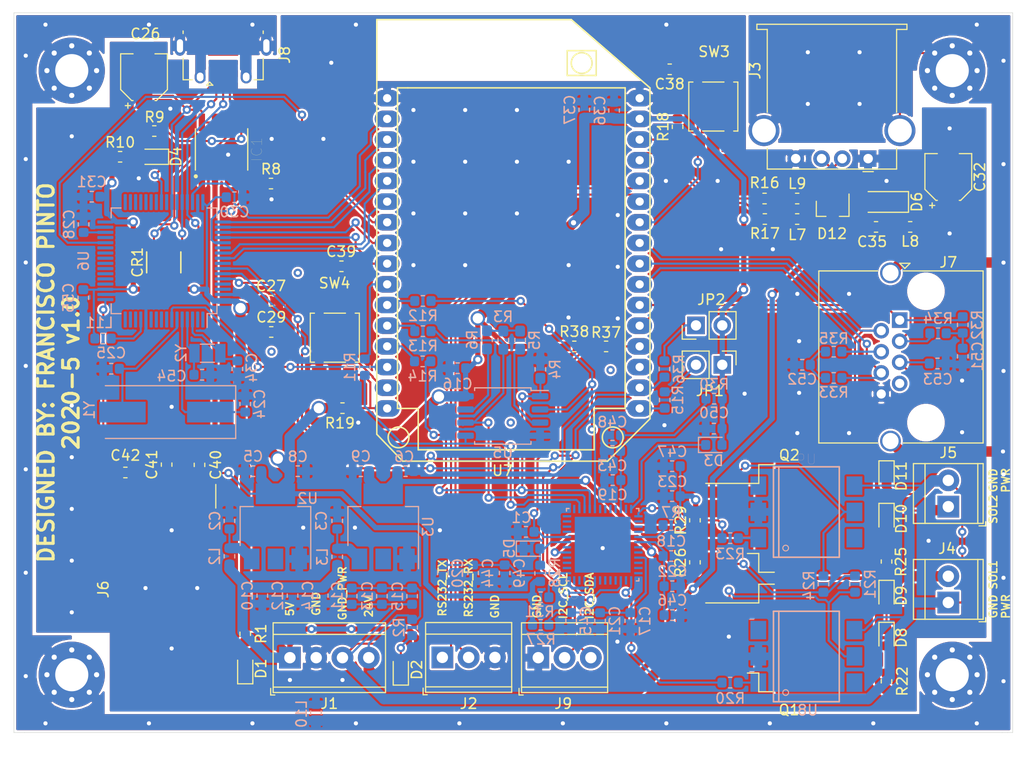
<source format=kicad_pcb>
(kicad_pcb (version 20171130) (host pcbnew "(5.1.5)-3")
  (layers (0 F.Cu signal) (31 B.Cu signal) (34 B.Paste user) (35 F.Paste user) (36 B.SilkS user) (37 F.SilkS user) (38 B.Mask user) (39 F.Mask user) (44 Edge.Cuts user))
  (net 0 "")
  (net 1 GND)
  (net 2 "Net-(C2-Pad1)")
  (net 3 "Net-(C3-Pad1)")
  (net 4 +1V2_FPGA)
  (net 5 +5V)
  (net 6 +24V)
  (net 7 GNDPWR)
  (net 8 "Net-(C24-Pad1)")
  (net 9 "Net-(C25-Pad1)")
  (net 10 "Net-(C28-Pad1)")
  (net 11 "Net-(C32-Pad1)")
  (net 12 "/Onion Omega 2/OMEGA2_FW_RST")
  (net 13 "/Onion Omega 2/~OMEGA2_RST")
  (net 14 /STM32/PRESSURE_AIN)
  (net 15 "Net-(D1-Pad2)")
  (net 16 "Net-(D2-Pad2)")
  (net 17 "Net-(D8-Pad2)")
  (net 18 "Net-(D9-Pad1)")
  (net 19 "Net-(D10-Pad2)")
  (net 20 "Net-(D11-Pad1)")
  (net 21 GND_CASE)
  (net 22 "Net-(L7-Pad1)")
  (net 23 "Net-(L9-Pad1)")
  (net 24 "Net-(Q1-Pad1)")
  (net 25 "Net-(Q2-Pad1)")
  (net 26 "Net-(R6-Pad2)")
  (net 27 "Net-(R11-Pad1)")
  (net 28 "Net-(R12-Pad1)")
  (net 29 "Net-(R13-Pad1)")
  (net 30 "Net-(R14-Pad1)")
  (net 31 "/Onion Omega 2/OMEGA2_USB_D+")
  (net 32 "/Onion Omega 2/OMEGA2_USB_D-")
  (net 33 /FPGA/FPGA_SOLENOID1)
  (net 34 "Net-(R20-Pad1)")
  (net 35 /FPGA/FPGA_SOLENOID2)
  (net 36 "Net-(R23-Pad1)")
  (net 37 /FPGA/FPGA_VCCIO_O)
  (net 38 /FPGA/FPGA_VCC)
  (net 39 /FPGA/FPGA_SPI_VCCIO_1)
  (net 40 /FPGA/FPGA_VCCIO_2)
  (net 41 "Net-(C23-Pad2)")
  (net 42 "Net-(D12-Pad1)")
  (net 43 "Net-(D12-Pad2)")
  (net 44 "Net-(R5-Pad2)")
  (net 45 /FPGA/FPGA_VCCPLL)
  (net 46 /FPGA/FPGA_CDONE)
  (net 47 /FPGA/FPGA_VPP_2V5)
  (net 48 "Net-(C51-Pad2)")
  (net 49 "Net-(C52-Pad1)")
  (net 50 "/Onion Omega 2/ETH_PWR")
  (net 51 "/Onion Omega 2/OMEGA2_ETH_RX+")
  (net 52 "/Onion Omega 2/OMEGA2_ETH_RX-")
  (net 53 "/Onion Omega 2/OMEGA2_ETH_TX+")
  (net 54 "/Onion Omega 2/OMEGA2_ETH_TX-")
  (net 55 /FPGA/~FPGA_CRESET_B)
  (net 56 "/Onion Omega 2/STM32_NRST")
  (net 57 "Net-(C34-Pad1)")
  (net 58 "Net-(C54-Pad1)")
  (net 59 "Net-(L11-Pad2)")
  (net 60 +3V3)
  (net 61 /STM32/STM32_USB_VBUS)
  (net 62 /STM32/STM32_USB_ID)
  (net 63 /STM32/STM32_USB_DP)
  (net 64 /STM32/STM32_USB_DM)
  (net 65 /STM32/STM32_USB_OverCurrent)
  (net 66 "Net-(D4-Pad2)")
  (net 67 /STM32/STM32_USB_PowerSwitchOn)
  (net 68 "/External Communications/EXT_RS232_TX")
  (net 69 "/External Communications/EXT_RS232_RX")
  (net 70 "/External Communications/EXT_I2C0")
  (net 71 "/External Communications/EXT_I2C1")
  (net 72 /FPGA/FPGA_SPI3)
  (net 73 /FPGA/FPGA_SPI0)
  (net 74 /FPGA/FPGA_SPI1)
  (net 75 /FPGA/FPGA_SPI2)
  (net 76 "/Onion Omega 2/OMEGA2_JTAG_TCK")
  (net 77 "/Onion Omega 2/OMEGA2_JTAG_TDI")
  (net 78 "/Onion Omega 2/OMEGA2_JTAG_TDO")
  (net 79 "/Onion Omega 2/OMEGA2_JTAG_TRST")
  (net 80 "/Onion Omega 2/OMEGA2_JTAG_TMS")
  (net 81 "/Onion Omega 2/Omega2_SER1_TX")
  (net 82 "/Onion Omega 2/Omega2_SER1_RX")
  (net 83 "Net-(JP1-Pad2)")
  (net 84 "Net-(JP2-Pad1)")
  (net 85 "/Onion Omega 2/STM32_BOOT1")
  (net 86 "/Onion Omega 2/STM32_BOOT0")
  (net 87 /FPGA/~FPGA_RESET)
  (module LED_SMD:LED_0603_1608Metric (layer F.Cu) (at 103.124 70.5612 180)
    (fp_text reference D4 (at -2.2098 0.0254 90) (layer F.SilkS))
    (fp_text value LED)
    (pad 1 smd roundrect (at -0.7875 0 180) (size 0.875 0.95) (layers F.Cu F.Paste F.Mask) (net 65 /STM32/STM32_USB_OverCurrent))
    (pad 2 smd roundrect (at 0.7875 0 180) (size 0.875 0.95) (layers F.Cu F.Paste F.Mask) (net 66 "Net-(D4-Pad2)"))
  )
  (module SMD:SOIC127P600X175-8N (layer F.Cu) (at 109.728 69.85 90)
    (fp_text reference IC1 (at 0 3.4036 90) (layer F.SilkS) (effects (font (thickness 0.015))))
    (fp_text value STMPS2151MTR)
    (pad 1 smd rect (at -2.605 -1.905 90) (size 1.71 0.61) (layers F.Cu F.Paste F.Mask) (net 1 GND))
    (pad 2 smd rect (at -2.605 -0.635 90) (size 1.71 0.61) (layers F.Cu F.Paste F.Mask) (net 5 +5V))
    (pad 3 smd rect (at -2.605 0.635 90) (size 1.71 0.61) (layers F.Cu F.Paste F.Mask) (net 5 +5V))
    (pad 4 smd rect (at -2.605 1.905 90) (size 1.71 0.61) (layers F.Cu F.Paste F.Mask) (net 67 /STM32/STM32_USB_PowerSwitchOn))
    (pad 5 smd rect (at 2.605 1.905 90) (size 1.71 0.61) (layers F.Cu F.Paste F.Mask) (net 65 /STM32/STM32_USB_OverCurrent))
    (pad 6 smd rect (at 2.605 0.635 90) (size 1.71 0.61) (layers F.Cu F.Paste F.Mask) (net 61 /STM32/STM32_USB_VBUS))
    (pad 7 smd rect (at 2.605 -0.635 90) (size 1.71 0.61) (layers F.Cu F.Paste F.Mask) (net 61 /STM32/STM32_USB_VBUS))
    (pad 8 smd rect (at 2.605 -1.905 90) (size 1.71 0.61) (layers F.Cu F.Paste F.Mask) (net 61 /STM32/STM32_USB_VBUS))
  )
  (module Package_SO:SOIC-8_5.23x5.23mm_P1.27mm (layer B.Cu) (at 136.906 95.631 180)
    (fp_text reference U5 (at 0 -3.556) (layer B.SilkS) (effects (justify mirror)))
    (fp_text value W25Q64JVSSIQ)
    (pad 1 smd roundrect (at -3.6 1.905 180) (size 1.6 0.6) (layers B.Cu B.Paste B.Mask) (net 72 /FPGA/FPGA_SPI3))
    (pad 2 smd roundrect (at -3.6 0.635 180) (size 1.6 0.6) (layers B.Cu B.Paste B.Mask) (net 74 /FPGA/FPGA_SPI1))
    (pad 3 smd roundrect (at -3.6 -0.635 180) (size 1.6 0.6) (layers B.Cu B.Paste B.Mask) (net 44 "Net-(R5-Pad2)"))
    (pad 4 smd roundrect (at -3.6 -1.905 180) (size 1.6 0.6) (layers B.Cu B.Paste B.Mask) (net 1 GND))
    (pad 5 smd roundrect (at 3.6 -1.905 180) (size 1.6 0.6) (layers B.Cu B.Paste B.Mask) (net 73 /FPGA/FPGA_SPI0))
    (pad 6 smd roundrect (at 3.6 -0.635 180) (size 1.6 0.6) (layers B.Cu B.Paste B.Mask) (net 75 /FPGA/FPGA_SPI2))
    (pad 7 smd roundrect (at 3.6 0.635 180) (size 1.6 0.6) (layers B.Cu B.Paste B.Mask) (net 26 "Net-(R6-Pad2)"))
    (pad 8 smd roundrect (at 3.6 1.905 180) (size 1.6 0.6) (layers B.Cu B.Paste B.Mask) (net 60 +3V3))
  )
  (module TH:ONION_OMEGA2 (layer F.Cu) (at 125.73 64.897)
    (fp_text reference U7 (at 11.1506 36.0172) (layer F.SilkS))
    (fp_text value Omega2+)
    (pad 17 thru_hole oval (at 24.4 30) (size 2.4 1.6) (drill 0.8) (layers *.Cu *.Mask) (net 71 "/External Communications/EXT_I2C1"))
    (pad 18 thru_hole oval (at 24.4 28) (size 2.4 1.6) (drill 0.8) (layers *.Cu *.Mask) (net 70 "/External Communications/EXT_I2C0"))
    (pad 19 thru_hole oval (at 24.4 26) (size 2.4 1.6) (drill 0.8) (layers *.Cu *.Mask))
    (pad 20 thru_hole oval (at 24.4 24) (size 2.4 1.6) (drill 0.8) (layers *.Cu *.Mask) (net 87 /FPGA/~FPGA_RESET))
    (pad 21 thru_hole oval (at 24.4 22) (size 2.4 1.6) (drill 0.8) (layers *.Cu *.Mask) (net 51 "/Onion Omega 2/OMEGA2_ETH_RX+"))
    (pad 22 thru_hole oval (at 24.4 20) (size 2.4 1.6) (drill 0.8) (layers *.Cu *.Mask) (net 52 "/Onion Omega 2/OMEGA2_ETH_RX-"))
    (pad 23 thru_hole oval (at 24.4 18) (size 2.4 1.6) (drill 0.8) (layers *.Cu *.Mask) (net 53 "/Onion Omega 2/OMEGA2_ETH_TX+"))
    (pad 24 thru_hole oval (at 24.4 16) (size 2.4 1.6) (drill 0.8) (layers *.Cu *.Mask) (net 54 "/Onion Omega 2/OMEGA2_ETH_TX-"))
    (pad 25 thru_hole oval (at 24.4 14) (size 2.4 1.6) (drill 0.8) (layers *.Cu *.Mask) (net 50 "/Onion Omega 2/ETH_PWR"))
    (pad 26 thru_hole oval (at 24.4 12) (size 2.4 1.6) (drill 0.8) (layers *.Cu *.Mask) (net 12 "/Onion Omega 2/OMEGA2_FW_RST"))
    (pad 27 thru_hole oval (at 24.4 10) (size 2.4 1.6) (drill 0.8) (layers *.Cu *.Mask) (net 69 "/External Communications/EXT_RS232_RX"))
    (pad 28 thru_hole oval (at 24.4 8) (size 2.4 1.6) (drill 0.8) (layers *.Cu *.Mask) (net 68 "/External Communications/EXT_RS232_TX"))
    (pad 29 thru_hole oval (at 24.4 6) (size 2.4 1.6) (drill 0.8) (layers *.Cu *.Mask) (net 32 "/Onion Omega 2/OMEGA2_USB_D-"))
    (pad 30 thru_hole oval (at 24.4 4) (size 2.4 1.6) (drill 0.8) (layers *.Cu *.Mask) (net 31 "/Onion Omega 2/OMEGA2_USB_D+"))
    (pad 31 thru_hole oval (at 24.4 2) (size 2.4 1.6) (drill 0.8) (layers *.Cu *.Mask) (net 60 +3V3))
    (pad 32 thru_hole oval (at 24.4 0) (size 2.4 1.6) (drill 0.8) (layers *.Cu *.Mask) (net 1 GND))
    (pad 16 thru_hole oval (at 0 30) (size 2.4 1.6) (drill 0.8) (layers *.Cu *.Mask) (net 13 "/Onion Omega 2/~OMEGA2_RST"))
    (pad 15 thru_hole oval (at 0 28) (size 2.4 1.6) (drill 0.8) (layers *.Cu *.Mask) (net 86 "/Onion Omega 2/STM32_BOOT0"))
    (pad 14 thru_hole oval (at 0 26) (size 2.4 1.6) (drill 0.8) (layers *.Cu *.Mask) (net 56 "/Onion Omega 2/STM32_NRST"))
    (pad 13 thru_hole oval (at 0 24) (size 2.4 1.6) (drill 0.8) (layers *.Cu *.Mask) (net 30 "Net-(R14-Pad1)"))
    (pad 12 thru_hole oval (at 0 22) (size 2.4 1.6) (drill 0.8) (layers *.Cu *.Mask) (net 29 "Net-(R13-Pad1)"))
    (pad 11 thru_hole oval (at 0 20) (size 2.4 1.6) (drill 0.8) (layers *.Cu *.Mask) (net 28 "Net-(R12-Pad1)"))
    (pad 10 thru_hole oval (at 0 18) (size 2.4 1.6) (drill 0.8) (layers *.Cu *.Mask) (net 27 "Net-(R11-Pad1)"))
    (pad 9 thru_hole oval (at 0 16) (size 2.4 1.6) (drill 0.8) (layers *.Cu *.Mask) (net 81 "/Onion Omega 2/Omega2_SER1_TX"))
    (pad 8 thru_hole oval (at 0 14) (size 2.4 1.6) (drill 0.8) (layers *.Cu *.Mask) (net 82 "/Onion Omega 2/Omega2_SER1_RX"))
    (pad 7 thru_hole oval (at 0 12) (size 2.4 1.6) (drill 0.8) (layers *.Cu *.Mask) (net 85 "/Onion Omega 2/STM32_BOOT1"))
    (pad 6 thru_hole oval (at 0 10) (size 2.4 1.6) (drill 0.8) (layers *.Cu *.Mask) (net 79 "/Onion Omega 2/OMEGA2_JTAG_TRST"))
    (pad 5 thru_hole oval (at 0 8) (size 2.4 1.6) (drill 0.8) (layers *.Cu *.Mask) (net 78 "/Onion Omega 2/OMEGA2_JTAG_TDO"))
    (pad 4 thru_hole oval (at 0 6) (size 2.4 1.6) (drill 0.8) (layers *.Cu *.Mask) (net 77 "/Onion Omega 2/OMEGA2_JTAG_TDI"))
    (pad 3 thru_hole oval (at 0 4) (size 2.4 1.6) (drill 0.8) (layers *.Cu *.Mask) (net 76 "/Onion Omega 2/OMEGA2_JTAG_TCK"))
    (pad 2 thru_hole oval (at 0 2) (size 2.4 1.6) (drill 0.8) (layers *.Cu *.Mask) (net 80 "/Onion Omega 2/OMEGA2_JTAG_TMS"))
    (pad 1 thru_hole oval (at 0 0) (size 2.4 1.6) (drill 0.8) (layers *.Cu *.Mask) (net 1 GND))
  )
  (module Package_TO_SOT_SMD:TO-263-2 (layer F.Cu) (at 164.592 117.094)
    (fp_text reference Q1 (at -0.0254 6.9596) (layer F.SilkS))
    (fp_text value IRF9540STRLPBF)
    (pad 2 smd rect (at 3.375 0) (size 9.4 10.8) (layers F.Cu F.Mask) (net 18 "Net-(D9-Pad1)"))
    (pad 3 smd rect (at -5.775 2.54) (size 4.6 1.1) (layers F.Cu F.Paste F.Mask) (net 6 +24V))
    (pad 1 smd rect (at -5.775 -2.54) (size 4.6 1.1) (layers F.Cu F.Paste F.Mask) (net 24 "Net-(Q1-Pad1)"))
  )
  (module Package_QFP:LQFP-64_10x10mm_P0.5mm (layer B.Cu) (at 104.169999 80.621999 90)
    (fp_text reference U6 (at 0 -7.776999 270) (layer B.SilkS) (effects (justify mirror)))
    (fp_text value STM32F412RGT6)
    (pad 1 smd roundrect (at -5.675 3.75 90) (size 1.55 0.3) (layers B.Cu B.Paste B.Mask))
    (pad 2 smd roundrect (at -5.675 3.25 90) (size 1.55 0.3) (layers B.Cu B.Paste B.Mask))
    (pad 3 smd roundrect (at -5.675 2.75 90) (size 1.55 0.3) (layers B.Cu B.Paste B.Mask) (net 57 "Net-(C34-Pad1)"))
    (pad 4 smd roundrect (at -5.675 2.25 90) (size 1.55 0.3) (layers B.Cu B.Paste B.Mask) (net 58 "Net-(C54-Pad1)"))
    (pad 5 smd roundrect (at -5.675 1.75 90) (size 1.55 0.3) (layers B.Cu B.Paste B.Mask) (net 8 "Net-(C24-Pad1)"))
    (pad 6 smd roundrect (at -5.675 1.25 90) (size 1.55 0.3) (layers B.Cu B.Paste B.Mask) (net 9 "Net-(C25-Pad1)"))
    (pad 7 smd roundrect (at -5.675 0.75 90) (size 1.55 0.3) (layers B.Cu B.Paste B.Mask) (net 56 "/Onion Omega 2/STM32_NRST"))
    (pad 8 smd roundrect (at -5.675 0.25 90) (size 1.55 0.3) (layers B.Cu B.Paste B.Mask))
    (pad 9 smd roundrect (at -5.675 -0.25 90) (size 1.55 0.3) (layers B.Cu B.Paste B.Mask))
    (pad 10 smd roundrect (at -5.675 -0.75 90) (size 1.55 0.3) (layers B.Cu B.Paste B.Mask))
    (pad 11 smd roundrect (at -5.675 -1.25 90) (size 1.55 0.3) (layers B.Cu B.Paste B.Mask))
    (pad 12 smd roundrect (at -5.675 -1.75 90) (size 1.55 0.3) (layers B.Cu B.Paste B.Mask) (net 1 GND))
    (pad 13 smd roundrect (at -5.675 -2.25 90) (size 1.55 0.3) (layers B.Cu B.Paste B.Mask) (net 59 "Net-(L11-Pad2)"))
    (pad 14 smd roundrect (at -5.675 -2.75 90) (size 1.55 0.3) (layers B.Cu B.Paste B.Mask))
    (pad 15 smd roundrect (at -5.675 -3.25 90) (size 1.55 0.3) (layers B.Cu B.Paste B.Mask))
    (pad 16 smd roundrect (at -5.675 -3.75 90) (size 1.55 0.3) (layers B.Cu B.Paste B.Mask))
    (pad 17 smd roundrect (at -3.75 -5.675 90) (size 0.3 1.55) (layers B.Cu B.Paste B.Mask) (net 14 /STM32/PRESSURE_AIN))
    (pad 18 smd roundrect (at -3.25 -5.675 90) (size 0.3 1.55) (layers B.Cu B.Paste B.Mask) (net 1 GND))
    (pad 19 smd roundrect (at -2.75 -5.675 90) (size 0.3 1.55) (layers B.Cu B.Paste B.Mask) (net 60 +3V3))
    (pad 20 smd roundrect (at -2.25 -5.675 90) (size 0.3 1.55) (layers B.Cu B.Paste B.Mask))
    (pad 21 smd roundrect (at -1.75 -5.675 90) (size 0.3 1.55) (layers B.Cu B.Paste B.Mask))
    (pad 22 smd roundrect (at -1.25 -5.675 90) (size 0.3 1.55) (layers B.Cu B.Paste B.Mask))
    (pad 23 smd roundrect (at -0.75 -5.675 90) (size 0.3 1.55) (layers B.Cu B.Paste B.Mask))
    (pad 24 smd roundrect (at -0.25 -5.675 90) (size 0.3 1.55) (layers B.Cu B.Paste B.Mask))
    (pad 25 smd roundrect (at 0.25 -5.675 90) (size 0.3 1.55) (layers B.Cu B.Paste B.Mask))
    (pad 26 smd roundrect (at 0.75 -5.675 90) (size 0.3 1.55) (layers B.Cu B.Paste B.Mask))
    (pad 27 smd roundrect (at 1.25 -5.675 90) (size 0.3 1.55) (layers B.Cu B.Paste B.Mask))
    (pad 28 smd roundrect (at 1.75 -5.675 90) (size 0.3 1.55) (layers B.Cu B.Paste B.Mask) (net 85 "/Onion Omega 2/STM32_BOOT1"))
    (pad 29 smd roundrect (at 2.25 -5.675 90) (size 0.3 1.55) (layers B.Cu B.Paste B.Mask))
    (pad 30 smd roundrect (at 2.75 -5.675 90) (size 0.3 1.55) (layers B.Cu B.Paste B.Mask) (net 10 "Net-(C28-Pad1)"))
    (pad 31 smd roundrect (at 3.25 -5.675 90) (size 0.3 1.55) (layers B.Cu B.Paste B.Mask) (net 1 GND))
    (pad 32 smd roundrect (at 3.75 -5.675 90) (size 0.3 1.55) (layers B.Cu B.Paste B.Mask) (net 60 +3V3))
    (pad 33 smd roundrect (at 5.675 -3.75 90) (size 1.55 0.3) (layers B.Cu B.Paste B.Mask))
    (pad 34 smd roundrect (at 5.675 -3.25 90) (size 1.55 0.3) (layers B.Cu B.Paste B.Mask))
    (pad 35 smd roundrect (at 5.675 -2.75 90) (size 1.55 0.3) (layers B.Cu B.Paste B.Mask))
    (pad 36 smd roundrect (at 5.675 -2.25 90) (size 1.55 0.3) (layers B.Cu B.Paste B.Mask))
    (pad 37 smd roundrect (at 5.675 -1.75 90) (size 1.55 0.3) (layers B.Cu B.Paste B.Mask))
    (pad 38 smd roundrect (at 5.675 -1.25 90) (size 1.55 0.3) (layers B.Cu B.Paste B.Mask))
    (pad 39 smd roundrect (at 5.675 -0.75 90) (size 1.55 0.3) (layers B.Cu B.Paste B.Mask))
    (pad 40 smd roundrect (at 5.675 -0.25 90) (size 1.55 0.3) (layers B.Cu B.Paste B.Mask) (net 65 /STM32/STM32_USB_OverCurrent))
    (pad 41 smd roundrect (at 5.675 0.25 90) (size 1.55 0.3) (layers B.Cu B.Paste B.Mask))
    (pad 42 smd roundrect (at 5.675 0.75 90) (size 1.55 0.3) (layers B.Cu B.Paste B.Mask) (net 61 /STM32/STM32_USB_VBUS))
    (pad 43 smd roundrect (at 5.675 1.25 90) (size 1.55 0.3) (layers B.Cu B.Paste B.Mask) (net 62 /STM32/STM32_USB_ID))
    (pad 44 smd roundrect (at 5.675 1.75 90) (size 1.55 0.3) (layers B.Cu B.Paste B.Mask) (net 64 /STM32/STM32_USB_DM))
    (pad 45 smd roundrect (at 5.675 2.25 90) (size 1.55 0.3) (layers B.Cu B.Paste B.Mask) (net 63 /STM32/STM32_USB_DP))
    (pad 46 smd roundrect (at 5.675 2.75 90) (size 1.55 0.3) (layers B.Cu B.Paste B.Mask) (net 80 "/Onion Omega 2/OMEGA2_JTAG_TMS"))
    (pad 47 smd roundrect (at 5.675 3.25 90) (size 1.55 0.3) (layers B.Cu B.Paste B.Mask) (net 1 GND))
    (pad 48 smd roundrect (at 5.675 3.75 90) (size 1.55 0.3) (layers B.Cu B.Paste B.Mask) (net 60 +3V3))
    (pad 49 smd roundrect (at 3.75 5.675 90) (size 0.3 1.55) (layers B.Cu B.Paste B.Mask) (net 76 "/Onion Omega 2/OMEGA2_JTAG_TCK"))
    (pad 50 smd roundrect (at 3.25 5.675 90) (size 0.3 1.55) (layers B.Cu B.Paste B.Mask) (net 77 "/Onion Omega 2/OMEGA2_JTAG_TDI"))
    (pad 51 smd roundrect (at 2.75 5.675 90) (size 0.3 1.55) (layers B.Cu B.Paste B.Mask) (net 82 "/Onion Omega 2/Omega2_SER1_RX"))
    (pad 52 smd roundrect (at 2.25 5.675 90) (size 0.3 1.55) (layers B.Cu B.Paste B.Mask) (net 81 "/Onion Omega 2/Omega2_SER1_TX"))
    (pad 53 smd roundrect (at 1.75 5.675 90) (size 0.3 1.55) (layers B.Cu B.Paste B.Mask) (net 67 /STM32/STM32_USB_PowerSwitchOn))
    (pad 54 smd roundrect (at 1.25 5.675 90) (size 0.3 1.55) (layers B.Cu B.Paste B.Mask))
    (pad 55 smd roundrect (at 0.75 5.675 90) (size 0.3 1.55) (layers B.Cu B.Paste B.Mask) (net 78 "/Onion Omega 2/OMEGA2_JTAG_TDO"))
    (pad 56 smd roundrect (at 0.25 5.675 90) (size 0.3 1.55) (layers B.Cu B.Paste B.Mask) (net 79 "/Onion Omega 2/OMEGA2_JTAG_TRST"))
    (pad 57 smd roundrect (at -0.25 5.675 90) (size 0.3 1.55) (layers B.Cu B.Paste B.Mask))
    (pad 58 smd roundrect (at -0.75 5.675 90) (size 0.3 1.55) (layers B.Cu B.Paste B.Mask) (net 70 "/External Communications/EXT_I2C0"))
    (pad 59 smd roundrect (at -1.25 5.675 90) (size 0.3 1.55) (layers B.Cu B.Paste B.Mask) (net 71 "/External Communications/EXT_I2C1"))
    (pad 60 smd roundrect (at -1.75 5.675 90) (size 0.3 1.55) (layers B.Cu B.Paste B.Mask) (net 86 "/Onion Omega 2/STM32_BOOT0"))
    (pad 61 smd roundrect (at -2.25 5.675 90) (size 0.3 1.55) (layers B.Cu B.Paste B.Mask))
    (pad 62 smd roundrect (at -2.75 5.675 90) (size 0.3 1.55) (layers B.Cu B.Paste B.Mask))
    (pad 63 smd roundrect (at -3.25 5.675 90) (size 0.3 1.55) (layers B.Cu B.Paste B.Mask) (net 1 GND))
    (pad 64 smd roundrect (at -3.75 5.675 90) (size 0.3 1.55) (layers B.Cu B.Paste B.Mask) (net 60 +3V3))
  )
  (module SMD:ESDA6V1BC6 (layer F.Cu) (at 104.14 80.772 90)
    (fp_text reference CR1 (at 0 -2.54 90) (layer F.SilkS))
    (fp_text value ESDA6V1BC6 hide)
    (pad 1 smd rect (at -1.362451 -0.950001 90) (size 0.972299 0.568) (layers F.Cu F.Paste F.Mask) (net 62 /STM32/STM32_USB_ID))
    (pad 2 smd rect (at -1.362451 0 90) (size 0.972299 0.568) (layers F.Cu F.Paste F.Mask) (net 1 GND))
    (pad 3 smd rect (at -1.362451 0.950001 90) (size 0.972299 0.568) (layers F.Cu F.Paste F.Mask) (net 63 /STM32/STM32_USB_DP))
    (pad 4 smd rect (at 1.362451 0.950001 90) (size 0.972299 0.568) (layers F.Cu F.Paste F.Mask) (net 64 /STM32/STM32_USB_DM))
    (pad 5 smd rect (at 1.362451 0 90) (size 0.972299 0.568) (layers F.Cu F.Paste F.Mask) (net 1 GND))
    (pad 6 smd rect (at 1.362451 -0.950001 90) (size 0.972299 0.568) (layers F.Cu F.Paste F.Mask) (net 61 /STM32/STM32_USB_VBUS))
  )
  (module Connector_RJ:RJ45_Amphenol_RJHSE5380 (layer F.Cu) (at 175.26 86.36 270)
    (fp_text reference J7 (at -5.588 -4.699) (layer F.SilkS))
    (fp_text value RJ45)
    (pad 1 thru_hole rect (at 0 0 270) (size 1.5 1.5) (drill 0.89) (layers *.Cu *.Mask) (net 51 "/Onion Omega 2/OMEGA2_ETH_RX+"))
    (pad 3 thru_hole circle (at 2.04 0 270) (size 1.5 1.5) (drill 0.89) (layers *.Cu *.Mask) (net 52 "/Onion Omega 2/OMEGA2_ETH_RX-"))
    (pad 5 thru_hole circle (at 4.08 0 270) (size 1.5 1.5) (drill 0.89) (layers *.Cu *.Mask) (net 50 "/Onion Omega 2/ETH_PWR"))
    (pad 7 thru_hole circle (at 6.12 0 270) (size 1.5 1.5) (drill 0.89) (layers *.Cu *.Mask))
    (pad 2 thru_hole circle (at 1.02 1.78 270) (size 1.5 1.5) (drill 0.89) (layers *.Cu *.Mask) (net 50 "/Onion Omega 2/ETH_PWR"))
    (pad 4 thru_hole circle (at 3.06 1.78 270) (size 1.5 1.5) (drill 0.89) (layers *.Cu *.Mask) (net 53 "/Onion Omega 2/OMEGA2_ETH_TX+"))
    (pad 6 thru_hole circle (at 5.1 1.78 270) (size 1.5 1.5) (drill 0.89) (layers *.Cu *.Mask) (net 54 "/Onion Omega 2/OMEGA2_ETH_TX-"))
    (pad 8 thru_hole circle (at 7.14 1.78 270) (size 1.5 1.5) (drill 0.89) (layers *.Cu *.Mask) (net 1 GND))
    (pad "" np_thru_hole circle (at -2.79 -2.54 270) (size 3.25 3.25) (drill 3.25) (layers *.Cu *.Mask))
    (pad "" np_thru_hole circle (at 9.91 -2.54 270) (size 3.25 3.25) (drill 3.25) (layers *.Cu *.Mask))
    (pad SH thru_hole circle (at 11.69 0.89 270) (size 2 2) (drill 1.57) (layers *.Cu *.Mask) (net 21 GND_CASE))
    (pad SH thru_hole circle (at -4.57 0.89 270) (size 2 2) (drill 1.57) (layers *.Cu *.Mask) (net 21 GND_CASE))
  )
  (module Diode_SMD:D_SOD-123 (layer F.Cu) (at 173.863 74.93 180)
    (fp_text reference D6 (at -3.049 0 90) (layer F.SilkS))
    (fp_text value 1N4733AW)
    (pad 2 smd rect (at 1.65 0 180) (size 0.9 1.2) (layers F.Cu F.Paste F.Mask) (net 1 GND))
    (pad 1 smd rect (at -1.65 0 180) (size 0.9 1.2) (layers F.Cu F.Paste F.Mask) (net 11 "Net-(C32-Pad1)"))
  )
  (module Package_TO_SOT_SMD:TO-263-2 (layer F.Cu) (at 164.592 105.537)
    (fp_text reference Q2 (at 0 -6.1214) (layer F.SilkS))
    (fp_text value IRF9540STRLPBF)
    (pad 1 smd rect (at -5.775 -2.54) (size 4.6 1.1) (layers F.Cu F.Paste F.Mask) (net 25 "Net-(Q2-Pad1)"))
    (pad 3 smd rect (at -5.775 2.54) (size 4.6 1.1) (layers F.Cu F.Paste F.Mask) (net 6 +24V))
    (pad 2 smd rect (at 3.375 0) (size 9.4 10.8) (layers F.Cu F.Mask) (net 20 "Net-(D11-Pad1)"))
  )
  (module Package_TO_SOT_SMD:SOT-223-3_TabPin2 (layer B.Cu) (at 114.935 106.299 90)
    (fp_text reference U2 (at 2.6924 3.1242) (layer B.SilkS) (effects (justify mirror)))
    (fp_text value LDL1117S33R)
    (pad 2 smd rect (at 3.15 0 90) (size 2 3.8) (layers B.Cu B.Paste B.Mask) (net 60 +3V3))
    (pad 2 smd rect (at -3.15 0 90) (size 2 1.5) (layers B.Cu B.Paste B.Mask) (net 60 +3V3))
    (pad 3 smd rect (at -3.15 -2.3 90) (size 2 1.5) (layers B.Cu B.Paste B.Mask) (net 2 "Net-(C2-Pad1)"))
    (pad 1 smd rect (at -3.15 2.3 90) (size 2 1.5) (layers B.Cu B.Paste B.Mask) (net 1 GND))
  )
  (module Package_TO_SOT_SMD:SOT-223-3_TabPin2 (layer B.Cu) (at 125.349 106.299 90)
    (fp_text reference U3 (at -0.0254 4.3434 270) (layer B.SilkS) (effects (justify mirror)))
    (fp_text value ZLDO1117G12TA)
    (pad 2 smd rect (at 3.15 0 90) (size 2 3.8) (layers B.Cu B.Paste B.Mask) (net 4 +1V2_FPGA))
    (pad 2 smd rect (at -3.15 0 90) (size 2 1.5) (layers B.Cu B.Paste B.Mask) (net 4 +1V2_FPGA))
    (pad 3 smd rect (at -3.15 -2.3 90) (size 2 1.5) (layers B.Cu B.Paste B.Mask) (net 3 "Net-(C3-Pad1)"))
    (pad 1 smd rect (at -3.15 2.3 90) (size 2 1.5) (layers B.Cu B.Paste B.Mask) (net 1 GND))
  )
  (module SMD:DIL6-SMD (layer B.Cu) (at 166.243 118.872 90)
    (fp_text reference U8 (at -5.207 0.127 180) (layer B.SilkS) (effects (justify mirror)))
    (fp_text value 4N25-X007T)
    (pad 1 smd rect (at -2.54 -4.645 90) (size 1.78 1.52) (layers B.Cu B.Paste B.Mask) (net 34 "Net-(R20-Pad1)"))
    (pad 2 smd rect (at 0 -4.645 90) (size 1.78 1.52) (layers B.Cu B.Paste B.Mask) (net 1 GND))
    (pad 3 smd rect (at 2.54 -4.645 90) (size 1.78 1.52) (layers B.Cu B.Paste B.Mask))
    (pad 4 smd rect (at 2.54 4.645 90) (size 1.78 1.52) (layers B.Cu B.Paste B.Mask) (net 7 GNDPWR))
    (pad 5 smd rect (at 0 4.645 90) (size 1.78 1.52) (layers B.Cu B.Paste B.Mask) (net 24 "Net-(Q1-Pad1)"))
    (pad 6 smd rect (at -2.54 4.645 90) (size 1.78 1.52) (layers B.Cu B.Paste B.Mask))
  )
  (module SMD:DIL6-SMD (layer B.Cu) (at 166.243 104.902 90)
    (fp_text reference U9 (at 5.08 0 180) (layer B.SilkS) (effects (font (size 1.001953 1.001953) (thickness 0.015)) (justify mirror)))
    (fp_text value 4N25-X007T)
    (pad 6 smd rect (at -2.54 4.645 90) (size 1.78 1.52) (layers B.Cu B.Paste B.Mask))
    (pad 5 smd rect (at 0 4.645 90) (size 1.78 1.52) (layers B.Cu B.Paste B.Mask) (net 25 "Net-(Q2-Pad1)"))
    (pad 4 smd rect (at 2.54 4.645 90) (size 1.78 1.52) (layers B.Cu B.Paste B.Mask) (net 7 GNDPWR))
    (pad 3 smd rect (at 2.54 -4.645 90) (size 1.78 1.52) (layers B.Cu B.Paste B.Mask))
    (pad 2 smd rect (at 0 -4.645 90) (size 1.78 1.52) (layers B.Cu B.Paste B.Mask) (net 1 GND))
    (pad 1 smd rect (at -2.54 -4.645 90) (size 1.78 1.52) (layers B.Cu B.Paste B.Mask) (net 36 "Net-(R23-Pad1)"))
  )
  (module SMD:MP3V5050VC6U (layer F.Cu) (at 104.775 112.395 270)
    (fp_text reference J6 (at 0 6.477 90) (layer F.SilkS))
    (fp_text value MP3V5050VC6U)
    (pad 8 smd roundrect (at 8.97 -3.81 270) (size 2.35 0.65) (layers F.Cu F.Paste F.Mask))
    (pad 7 smd roundrect (at 8.97 -1.27 270) (size 2.35 0.65) (layers F.Cu F.Paste F.Mask))
    (pad 6 smd roundrect (at 8.97 1.27 270) (size 2.35 0.65) (layers F.Cu F.Paste F.Mask))
    (pad 5 smd roundrect (at 8.97 3.81 270) (size 2.35 0.65) (layers F.Cu F.Paste F.Mask))
    (pad 4 smd roundrect (at -8.97 3.81 270) (size 2.35 0.65) (layers F.Cu F.Paste F.Mask) (net 14 /STM32/PRESSURE_AIN))
    (pad 3 smd roundrect (at -8.97 1.27 270) (size 2.35 0.65) (layers F.Cu F.Paste F.Mask) (net 1 GND))
    (pad 2 smd roundrect (at -8.97 -1.27 270) (size 2.35 0.65) (layers F.Cu F.Paste F.Mask) (net 60 +3V3))
    (pad 1 smd roundrect (at -8.97 -3.81 270) (size 2.35 0.65) (layers F.Cu F.Paste F.Mask))
  )
  (module Package_TO_SOT_SMD:SOT-23 (layer F.Cu) (at 168.783 75.565 270)
    (fp_text reference D12 (at 2.429 0.066) (layer F.SilkS))
    (fp_text value NUP2105L)
    (pad 1 smd rect (at -1 -0.95 270) (size 0.9 0.8) (layers F.Cu F.Paste F.Mask) (net 42 "Net-(D12-Pad1)"))
    (pad 2 smd rect (at -1 0.95 270) (size 0.9 0.8) (layers F.Cu F.Paste F.Mask) (net 43 "Net-(D12-Pad2)"))
    (pad 3 smd rect (at 1 0 270) (size 0.9 0.8) (layers F.Cu F.Paste F.Mask) (net 1 GND))
  )
  (module Resistor_SMD:R_0603_1608Metric_Pad1.05x0.95mm_HandSolder (layer B.Cu) (at 136.9568 88.2904 270)
    (fp_text reference R3 (at -2.2606 0.0254 180) (layer B.SilkS) (effects (justify mirror)))
    (fp_text value 10k)
    (pad 1 smd roundrect (at -0.875 0 270) (size 1.05 0.95) (layers B.Cu B.Paste B.Mask) (net 60 +3V3))
    (pad 2 smd roundrect (at 0.875 0 270) (size 1.05 0.95) (layers B.Cu B.Paste B.Mask) (net 75 /FPGA/FPGA_SPI2))
  )
  (module Resistor_SMD:R_0603_1608Metric_Pad1.05x0.95mm_HandSolder (layer B.Cu) (at 140.5382 91.1098 90)
    (fp_text reference R4 (at 0 1.43 90) (layer B.SilkS) (effects (justify mirror)))
    (fp_text value 10K)
    (pad 2 smd roundrect (at 0.875 0 90) (size 1.05 0.95) (layers B.Cu B.Paste B.Mask) (net 1 GND))
    (pad 1 smd roundrect (at -0.875 0 90) (size 1.05 0.95) (layers B.Cu B.Paste B.Mask) (net 72 /FPGA/FPGA_SPI3))
  )
  (module Resistor_SMD:R_0603_1608Metric_Pad1.05x0.95mm_HandSolder (layer B.Cu) (at 138.5824 88.2904 270)
    (fp_text reference R5 (at 0 -1.397 90) (layer B.SilkS) (effects (justify mirror)))
    (fp_text value 10k)
    (pad 1 smd roundrect (at -0.875 0 270) (size 1.05 0.95) (layers B.Cu B.Paste B.Mask) (net 60 +3V3))
    (pad 2 smd roundrect (at 0.875 0 270) (size 1.05 0.95) (layers B.Cu B.Paste B.Mask) (net 44 "Net-(R5-Pad2)"))
  )
  (module Resistor_SMD:R_0603_1608Metric_Pad1.05x0.95mm_HandSolder (layer B.Cu) (at 135.382 88.265 270)
    (fp_text reference R6 (at 0 1.43 90) (layer B.SilkS) (effects (justify mirror)))
    (fp_text value 10k)
    (pad 2 smd roundrect (at 0.875 0 270) (size 1.05 0.95) (layers B.Cu B.Paste B.Mask) (net 26 "Net-(R6-Pad2)"))
    (pad 1 smd roundrect (at -0.875 0 270) (size 1.05 0.95) (layers B.Cu B.Paste B.Mask) (net 60 +3V3))
  )
  (module Button_Switch_SMD:SW_SPST_TL3305A (layer F.Cu) (at 157.25 65.703 270)
    (fp_text reference SW3 (at -5.3018 -0.0776 180) (layer F.SilkS))
    (fp_text value TL3305A)
    (pad 2 smd rect (at -3.6 1.5 270) (size 1.6 1.4) (layers F.Cu F.Paste F.Mask) (net 12 "/Onion Omega 2/OMEGA2_FW_RST"))
    (pad 2 smd rect (at 3.6 1.5 270) (size 1.6 1.4) (layers F.Cu F.Paste F.Mask) (net 12 "/Onion Omega 2/OMEGA2_FW_RST"))
    (pad 1 smd rect (at -3.6 -1.5 270) (size 1.6 1.4) (layers F.Cu F.Paste F.Mask) (net 1 GND))
    (pad 1 smd rect (at 3.6 -1.5 270) (size 1.6 1.4) (layers F.Cu F.Paste F.Mask) (net 1 GND))
  )
  (module Button_Switch_SMD:SW_SPST_TL3305A (layer F.Cu) (at 120.674 88.055 90)
    (fp_text reference SW4 (at 5.2764 -0.024 180) (layer F.SilkS))
    (fp_text value TL3305A)
    (pad 1 smd rect (at 3.6 -1.5 90) (size 1.6 1.4) (layers F.Cu F.Paste F.Mask) (net 1 GND))
    (pad 1 smd rect (at -3.6 -1.5 90) (size 1.6 1.4) (layers F.Cu F.Paste F.Mask) (net 1 GND))
    (pad 2 smd rect (at 3.6 1.5 90) (size 1.6 1.4) (layers F.Cu F.Paste F.Mask) (net 13 "/Onion Omega 2/~OMEGA2_RST"))
    (pad 2 smd rect (at -3.6 1.5 90) (size 1.6 1.4) (layers F.Cu F.Paste F.Mask) (net 13 "/Onion Omega 2/~OMEGA2_RST"))
  )
  (module SMD:QFN50P700X700X100-49N (layer B.Cu) (at 146.558 108.077)
    (fp_text reference U4 (at -3.2512 4.7498) (layer B.SilkS) (effects (font (size 1.051598 1.051598) (thickness 0.015)) (justify mirror)))
    (fp_text value ICE40UP5K-SG48I)
    (pad EP smd rect (at 0 0) (size 5.4 5.4) (layers B.Cu B.Mask) (net 1 GND))
    (pad 48 smd rect (at -2.75 3.45) (size 0.22 0.81) (layers B.Cu B.Paste B.Mask))
    (pad 47 smd rect (at -2.25 3.45) (size 0.22 0.81) (layers B.Cu B.Paste B.Mask))
    (pad 46 smd rect (at -1.75 3.45) (size 0.22 0.81) (layers B.Cu B.Paste B.Mask))
    (pad 45 smd rect (at -1.25 3.45) (size 0.22 0.81) (layers B.Cu B.Paste B.Mask))
    (pad 44 smd rect (at -0.75 3.45) (size 0.22 0.81) (layers B.Cu B.Paste B.Mask) (net 70 "/External Communications/EXT_I2C0"))
    (pad 43 smd rect (at -0.25 3.45) (size 0.22 0.81) (layers B.Cu B.Paste B.Mask))
    (pad 42 smd rect (at 0.25 3.45) (size 0.22 0.81) (layers B.Cu B.Paste B.Mask))
    (pad 41 smd rect (at 0.75 3.45) (size 0.22 0.81) (layers B.Cu B.Paste B.Mask))
    (pad 40 smd rect (at 1.25 3.45) (size 0.22 0.81) (layers B.Cu B.Paste B.Mask))
    (pad 39 smd rect (at 1.75 3.45) (size 0.22 0.81) (layers B.Cu B.Paste B.Mask) (net 71 "/External Communications/EXT_I2C1"))
    (pad 38 smd rect (at 2.25 3.45) (size 0.22 0.81) (layers B.Cu B.Paste B.Mask))
    (pad 37 smd rect (at 2.75 3.45) (size 0.22 0.81) (layers B.Cu B.Paste B.Mask) (net 33 /FPGA/FPGA_SOLENOID1))
    (pad 36 smd rect (at 3.45 2.75) (size 0.81 0.22) (layers B.Cu B.Paste B.Mask))
    (pad 35 smd rect (at 3.45 2.25) (size 0.81 0.22) (layers B.Cu B.Paste B.Mask))
    (pad 34 smd rect (at 3.45 1.75) (size 0.81 0.22) (layers B.Cu B.Paste B.Mask))
    (pad 33 smd rect (at 3.45 1.25) (size 0.81 0.22) (layers B.Cu B.Paste B.Mask) (net 37 /FPGA/FPGA_VCCIO_O))
    (pad 32 smd rect (at 3.45 0.75) (size 0.81 0.22) (layers B.Cu B.Paste B.Mask))
    (pad 31 smd rect (at 3.45 0.25) (size 0.81 0.22) (layers B.Cu B.Paste B.Mask))
    (pad 30 smd rect (at 3.45 -0.25) (size 0.81 0.22) (layers B.Cu B.Paste B.Mask) (net 38 /FPGA/FPGA_VCC))
    (pad 29 smd rect (at 3.45 -0.75) (size 0.81 0.22) (layers B.Cu B.Paste B.Mask) (net 45 /FPGA/FPGA_VCCPLL))
    (pad 28 smd rect (at 3.45 -1.25) (size 0.81 0.22) (layers B.Cu B.Paste B.Mask))
    (pad 27 smd rect (at 3.45 -1.75) (size 0.81 0.22) (layers B.Cu B.Paste B.Mask))
    (pad 26 smd rect (at 3.45 -2.25) (size 0.81 0.22) (layers B.Cu B.Paste B.Mask))
    (pad 25 smd rect (at 3.45 -2.75) (size 0.81 0.22) (layers B.Cu B.Paste B.Mask) (net 35 /FPGA/FPGA_SOLENOID2))
    (pad 24 smd rect (at 2.75 -3.45) (size 0.22 0.81) (layers B.Cu B.Paste B.Mask) (net 47 /FPGA/FPGA_VPP_2V5))
    (pad 23 smd rect (at 2.25 -3.45) (size 0.22 0.81) (layers B.Cu B.Paste B.Mask))
    (pad 22 smd rect (at 1.75 -3.45) (size 0.22 0.81) (layers B.Cu B.Paste B.Mask) (net 39 /FPGA/FPGA_SPI_VCCIO_1))
    (pad 21 smd rect (at 1.25 -3.45) (size 0.22 0.81) (layers B.Cu B.Paste B.Mask))
    (pad 20 smd rect (at 0.75 -3.45) (size 0.22 0.81) (layers B.Cu B.Paste B.Mask))
    (pad 19 smd rect (at 0.25 -3.45) (size 0.22 0.81) (layers B.Cu B.Paste B.Mask))
    (pad 18 smd rect (at -0.25 -3.45) (size 0.22 0.81) (layers B.Cu B.Paste B.Mask))
    (pad 17 smd rect (at -0.75 -3.45) (size 0.22 0.81) (layers B.Cu B.Paste B.Mask) (net 74 /FPGA/FPGA_SPI1))
    (pad 16 smd rect (at -1.25 -3.45) (size 0.22 0.81) (layers B.Cu B.Paste B.Mask) (net 72 /FPGA/FPGA_SPI3))
    (pad 15 smd rect (at -1.75 -3.45) (size 0.22 0.81) (layers B.Cu B.Paste B.Mask) (net 75 /FPGA/FPGA_SPI2))
    (pad 14 smd rect (at -2.25 -3.45) (size 0.22 0.81) (layers B.Cu B.Paste B.Mask) (net 73 /FPGA/FPGA_SPI0))
    (pad 13 smd rect (at -2.75 -3.45) (size 0.22 0.81) (layers B.Cu B.Paste B.Mask))
    (pad 12 smd rect (at -3.45 -2.75) (size 0.81 0.22) (layers B.Cu B.Paste B.Mask))
    (pad 11 smd rect (at -3.45 -2.25) (size 0.81 0.22) (layers B.Cu B.Paste B.Mask))
    (pad 10 smd rect (at -3.45 -1.75) (size 0.81 0.22) (layers B.Cu B.Paste B.Mask))
    (pad 9 smd rect (at -3.45 -1.25) (size 0.81 0.22) (layers B.Cu B.Paste B.Mask))
    (pad 8 smd rect (at -3.45 -0.75) (size 0.81 0.22) (layers B.Cu B.Paste B.Mask) (net 55 /FPGA/~FPGA_CRESET_B))
    (pad 7 smd rect (at -3.45 -0.25) (size 0.81 0.22) (layers B.Cu B.Paste B.Mask) (net 46 /FPGA/FPGA_CDONE))
    (pad 6 smd rect (at -3.45 0.25) (size 0.81 0.22) (layers B.Cu B.Paste B.Mask))
    (pad 5 smd rect (at -3.45 0.75) (size 0.81 0.22) (layers B.Cu B.Paste B.Mask) (net 38 /FPGA/FPGA_VCC))
    (pad 4 smd rect (at -3.45 1.25) (size 0.81 0.22) (layers B.Cu B.Paste B.Mask))
    (pad 3 smd rect (at -3.45 1.75) (size 0.81 0.22) (layers B.Cu B.Paste B.Mask))
    (pad 2 smd rect (at -3.45 2.25) (size 0.81 0.22) (layers B.Cu B.Paste B.Mask))
    (pad 1 smd rect (at -3.45 2.75) (size 0.81 0.22) (layers B.Cu B.Paste B.Mask) (net 40 /FPGA/FPGA_VCCIO_2))
  )
  (module Capacitor_SMD:C_0603_1608Metric (layer B.Cu) (at 110.49 105.7655 90)
    (fp_text reference C2 (at 0 -1.397 270) (layer B.SilkS) (effects (justify mirror)))
    (fp_text value 1uF)
    (pad 1 smd roundrect (at -0.7875 0 90) (size 0.875 0.95) (layers B.Cu B.Paste B.Mask) (net 2 "Net-(C2-Pad1)"))
    (pad 2 smd roundrect (at 0.7875 0 90) (size 0.875 0.95) (layers B.Cu B.Paste B.Mask) (net 1 GND))
  )
  (module Capacitor_SMD:C_0603_1608Metric (layer B.Cu) (at 120.904 105.7655 90)
    (fp_text reference C3 (at 0 -1.524 270) (layer B.SilkS) (effects (justify mirror)))
    (fp_text value 33uF)
    (pad 1 smd roundrect (at -0.7875 0 90) (size 0.875 0.95) (layers B.Cu B.Paste B.Mask) (net 3 "Net-(C3-Pad1)"))
    (pad 2 smd roundrect (at 0.7875 0 90) (size 0.875 0.95) (layers B.Cu B.Paste B.Mask) (net 1 GND))
  )
  (module Capacitor_SMD:C_0603_1608Metric (layer B.Cu) (at 112.776 100.965 180)
    (fp_text reference C5 (at 0 1.43) (layer B.SilkS) (effects (justify mirror)))
    (fp_text value 0.1uF)
    (pad 2 smd roundrect (at 0.7875 0 180) (size 0.875 0.95) (layers B.Cu B.Paste B.Mask) (net 1 GND))
    (pad 1 smd roundrect (at -0.7875 0 180) (size 0.875 0.95) (layers B.Cu B.Paste B.Mask) (net 60 +3V3))
  )
  (module Capacitor_SMD:C_0603_1608Metric (layer B.Cu) (at 127.508 100.965)
    (fp_text reference C6 (at -0.127 -1.397) (layer B.SilkS) (effects (justify mirror)))
    (fp_text value 0.1uF)
    (pad 1 smd roundrect (at -0.7875 0) (size 0.875 0.95) (layers B.Cu B.Paste B.Mask) (net 4 +1V2_FPGA))
    (pad 2 smd roundrect (at 0.7875 0) (size 0.875 0.95) (layers B.Cu B.Paste B.Mask) (net 1 GND))
  )
  (module Capacitor_SMD:C_0603_1608Metric (layer B.Cu) (at 117.094 100.965)
    (fp_text reference C8 (at 0 -1.397) (layer B.SilkS) (effects (justify mirror)))
    (fp_text value 4.7uF)
    (pad 1 smd roundrect (at -0.7875 0) (size 0.875 0.95) (layers B.Cu B.Paste B.Mask) (net 60 +3V3))
    (pad 2 smd roundrect (at 0.7875 0) (size 0.875 0.95) (layers B.Cu B.Paste B.Mask) (net 1 GND))
  )
  (module Capacitor_SMD:C_0603_1608Metric (layer B.Cu) (at 123.19 100.965 180)
    (fp_text reference C9 (at 0 1.43) (layer B.SilkS) (effects (justify mirror)))
    (fp_text value 33uF)
    (pad 1 smd roundrect (at -0.7875 0 180) (size 0.875 0.95) (layers B.Cu B.Paste B.Mask) (net 4 +1V2_FPGA))
    (pad 2 smd roundrect (at 0.7875 0 180) (size 0.875 0.95) (layers B.Cu B.Paste B.Mask) (net 1 GND))
  )
  (module Capacitor_SMD:C_0603_1608Metric (layer B.Cu) (at 113.665 113.0045 270)
    (fp_text reference C10 (at 0 1.43 270) (layer B.SilkS) (effects (justify mirror)))
    (fp_text value 220uF)
    (pad 1 smd roundrect (at -0.7875 0 270) (size 0.875 0.95) (layers B.Cu B.Paste B.Mask) (net 5 +5V))
    (pad 2 smd roundrect (at 0.7875 0 270) (size 0.875 0.95) (layers B.Cu B.Paste B.Mask) (net 1 GND))
  )
  (module Capacitor_SMD:C_0603_1608Metric (layer B.Cu) (at 122.301 113.0555 90)
    (fp_text reference C11 (at 0 -1.397 270) (layer B.SilkS) (effects (justify mirror)))
    (fp_text value 220uF)
    (pad 2 smd roundrect (at 0.7875 0 90) (size 0.875 0.95) (layers B.Cu B.Paste B.Mask) (net 6 +24V))
    (pad 1 smd roundrect (at -0.7875 0 90) (size 0.875 0.95) (layers B.Cu B.Paste B.Mask) (net 7 GNDPWR))
  )
  (module Capacitor_SMD:C_0603_1608Metric (layer B.Cu) (at 116.586 113.0045 270)
    (fp_text reference C12 (at 0 1.43 270) (layer B.SilkS) (effects (justify mirror)))
    (fp_text value 0.1uF)
    (pad 1 smd roundrect (at -0.7875 0 270) (size 0.875 0.95) (layers B.Cu B.Paste B.Mask) (net 5 +5V))
    (pad 2 smd roundrect (at 0.7875 0 270) (size 0.875 0.95) (layers B.Cu B.Paste B.Mask) (net 1 GND))
  )
  (module Capacitor_SMD:C_0603_1608Metric (layer B.Cu) (at 125.222 113.0555 90)
    (fp_text reference C13 (at 0.0255 -1.397 270) (layer B.SilkS) (effects (justify mirror)))
    (fp_text value 0.1uF)
    (pad 1 smd roundrect (at -0.7875 0 90) (size 0.875 0.95) (layers B.Cu B.Paste B.Mask) (net 7 GNDPWR))
    (pad 2 smd roundrect (at 0.7875 0 90) (size 0.875 0.95) (layers B.Cu B.Paste B.Mask) (net 6 +24V))
  )
  (module Capacitor_SMD:C_0603_1608Metric (layer B.Cu) (at 119.507 113.0045 270)
    (fp_text reference C14 (at 0 1.43 270) (layer B.SilkS) (effects (justify mirror)))
    (fp_text value 1nF)
    (pad 2 smd roundrect (at 0.7875 0 270) (size 0.875 0.95) (layers B.Cu B.Paste B.Mask) (net 1 GND))
    (pad 1 smd roundrect (at -0.7875 0 270) (size 0.875 0.95) (layers B.Cu B.Paste B.Mask) (net 5 +5V))
  )
  (module Capacitor_SMD:C_0603_1608Metric (layer B.Cu) (at 128.143 113.0555 90)
    (fp_text reference C15 (at 0 -1.397 270) (layer B.SilkS) (effects (justify mirror)))
    (fp_text value 1nF)
    (pad 2 smd roundrect (at 0.7875 0 90) (size 0.875 0.95) (layers B.Cu B.Paste B.Mask) (net 6 +24V))
    (pad 1 smd roundrect (at -0.7875 0 90) (size 0.875 0.95) (layers B.Cu B.Paste B.Mask) (net 7 GNDPWR))
  )
  (module Capacitor_SMD:C_0603_1608Metric (layer B.Cu) (at 132.5372 91.0082 180)
    (fp_text reference C16 (at 0 -1.524) (layer B.SilkS) (effects (justify mirror)))
    (fp_text value 0.1uF)
    (pad 2 smd roundrect (at 0.7875 0 180) (size 0.875 0.95) (layers B.Cu B.Paste B.Mask) (net 1 GND))
    (pad 1 smd roundrect (at -0.7875 0 180) (size 0.875 0.95) (layers B.Cu B.Paste B.Mask) (net 60 +3V3))
  )
  (module Capacitor_SMD:C_0603_1608Metric (layer B.Cu) (at 149.225 115.443 90)
    (fp_text reference C17 (at 0 1.43 270) (layer B.SilkS) (effects (justify mirror)))
    (fp_text value 1uF)
    (pad 2 smd roundrect (at 0.7875 0 90) (size 0.875 0.95) (layers B.Cu B.Paste B.Mask) (net 37 /FPGA/FPGA_VCCIO_O))
    (pad 1 smd roundrect (at -0.7875 0 90) (size 0.875 0.95) (layers B.Cu B.Paste B.Mask) (net 1 GND))
  )
  (module Capacitor_SMD:C_0603_1608Metric (layer B.Cu) (at 153.1874 109.1692 180)
    (fp_text reference C18 (at 0 1.43) (layer B.SilkS) (effects (justify mirror)))
    (fp_text value 1uF)
    (pad 1 smd roundrect (at -0.7875 0 180) (size 0.875 0.95) (layers B.Cu B.Paste B.Mask) (net 1 GND))
    (pad 2 smd roundrect (at 0.7875 0 180) (size 0.875 0.95) (layers B.Cu B.Paste B.Mask) (net 38 /FPGA/FPGA_VCC))
  )
  (module Capacitor_SMD:C_0603_1608Metric (layer B.Cu) (at 147.5232 101.8286)
    (fp_text reference C19 (at 0 1.43) (layer B.SilkS) (effects (justify mirror)))
    (fp_text value 1uF)
    (pad 2 smd roundrect (at 0.7875 0) (size 0.875 0.95) (layers B.Cu B.Paste B.Mask) (net 39 /FPGA/FPGA_SPI_VCCIO_1))
    (pad 1 smd roundrect (at -0.7875 0) (size 0.875 0.95) (layers B.Cu B.Paste B.Mask) (net 1 GND))
  )
  (module Capacitor_SMD:C_0603_1608Metric (layer B.Cu) (at 131.1148 110.8203 90)
    (fp_text reference C20 (at 0 1.43 270) (layer B.SilkS) (effects (justify mirror)))
    (fp_text value 1uF)
    (pad 1 smd roundrect (at -0.7875 0 90) (size 0.875 0.95) (layers B.Cu B.Paste B.Mask) (net 1 GND))
    (pad 2 smd roundrect (at 0.7875 0 90) (size 0.875 0.95) (layers B.Cu B.Paste B.Mask) (net 40 /FPGA/FPGA_VCCIO_2))
  )
  (module Capacitor_SMD:C_0603_1608Metric (layer B.Cu) (at 146.304 115.443 90)
    (fp_text reference C21 (at 0 1.43 270) (layer B.SilkS) (effects (justify mirror)))
    (fp_text value 0.1uF)
    (pad 2 smd roundrect (at 0.7875 0 90) (size 0.875 0.95) (layers B.Cu B.Paste B.Mask) (net 37 /FPGA/FPGA_VCCIO_O))
    (pad 1 smd roundrect (at -0.7875 0 90) (size 0.875 0.95) (layers B.Cu B.Paste B.Mask) (net 1 GND))
  )
  (module Capacitor_SMD:C_0603_1608Metric (layer B.Cu) (at 153.289 112.0902 180)
    (fp_text reference C22 (at 0 1.43) (layer B.SilkS) (effects (justify mirror)))
    (fp_text value 0.1uF)
    (pad 2 smd roundrect (at 0.7875 0 180) (size 0.875 0.95) (layers B.Cu B.Paste B.Mask) (net 38 /FPGA/FPGA_VCC))
    (pad 1 smd roundrect (at -0.7875 0 180) (size 0.875 0.95) (layers B.Cu B.Paste B.Mask) (net 1 GND))
  )
  (module Capacitor_SMD:C_0603_1608Metric (layer B.Cu) (at 153.2635 103.378)
    (fp_text reference C23 (at 0.0255 -1.397) (layer B.SilkS) (effects (justify mirror)))
    (fp_text value 10uF)
    (pad 1 smd roundrect (at -0.7875 0) (size 0.875 0.95) (layers B.Cu B.Paste B.Mask) (net 1 GND))
    (pad 2 smd roundrect (at 0.7875 0) (size 0.875 0.95) (layers B.Cu B.Paste B.Mask) (net 41 "Net-(C23-Pad2)"))
  )
  (module Capacitor_SMD:C_0603_1608Metric (layer B.Cu) (at 112.014 94.4625 90)
    (fp_text reference C24 (at 0 1.397 270) (layer B.SilkS) (effects (justify mirror)))
    (fp_text value 4.3pF)
    (pad 1 smd roundrect (at -0.7875 0 90) (size 0.875 0.95) (layers B.Cu B.Paste B.Mask) (net 8 "Net-(C24-Pad1)"))
    (pad 2 smd roundrect (at 0.7875 0 90) (size 0.875 0.95) (layers B.Cu B.Paste B.Mask) (net 1 GND))
  )
  (module Capacitor_SMD:C_0603_1608Metric (layer B.Cu) (at 99.06 91.059 180)
    (fp_text reference C25 (at 0 1.524) (layer B.SilkS) (effects (justify mirror)))
    (fp_text value 4.3pF)
    (pad 2 smd roundrect (at 0.7875 0 180) (size 0.875 0.95) (layers B.Cu B.Paste B.Mask) (net 1 GND))
    (pad 1 smd roundrect (at -0.7875 0 180) (size 0.875 0.95) (layers B.Cu B.Paste B.Mask) (net 9 "Net-(C25-Pad1)"))
  )
  (module Capacitor_SMD:C_0603_1608Metric (layer B.Cu) (at 96.393 77.089 90)
    (fp_text reference C28 (at 0 -1.397 270) (layer B.SilkS) (effects (justify mirror)))
    (fp_text value 2.2uF)
    (pad 1 smd roundrect (at -0.7875 0 90) (size 0.875 0.95) (layers B.Cu B.Paste B.Mask) (net 10 "Net-(C28-Pad1)"))
    (pad 2 smd roundrect (at 0.7875 0 90) (size 0.875 0.95) (layers B.Cu B.Paste B.Mask) (net 1 GND))
  )
  (module Capacitor_SMD:C_0603_1608Metric (layer F.Cu) (at 114.5286 87.503)
    (fp_text reference C29 (at 0 -1.43) (layer F.SilkS))
    (fp_text value 0.1uF)
    (pad 2 smd roundrect (at 0.7875 0) (size 0.875 0.95) (layers F.Cu F.Paste F.Mask) (net 1 GND))
    (pad 1 smd roundrect (at -0.7875 0) (size 0.875 0.95) (layers F.Cu F.Paste F.Mask) (net 60 +3V3))
  )
  (module Capacitor_SMD:C_0603_1608Metric (layer B.Cu) (at 110.9727 74.4728)
    (fp_text reference C30 (at 0 1.43) (layer B.SilkS) (effects (justify mirror)))
    (fp_text value 0.1uF)
    (pad 1 smd roundrect (at -0.7875 0) (size 0.875 0.95) (layers B.Cu B.Paste B.Mask) (net 60 +3V3))
    (pad 2 smd roundrect (at 0.7875 0) (size 0.875 0.95) (layers B.Cu B.Paste B.Mask) (net 1 GND))
  )
  (module Capacitor_SMD:C_0603_1608Metric (layer B.Cu) (at 97.1804 74.422 180)
    (fp_text reference C31 (at 0 1.43 180) (layer B.SilkS) (effects (justify mirror)))
    (fp_text value 0.1uF)
    (pad 2 smd roundrect (at 0.7875 0 180) (size 0.875 0.95) (layers B.Cu B.Paste B.Mask) (net 1 GND))
    (pad 1 smd roundrect (at -0.7875 0 180) (size 0.875 0.95) (layers B.Cu B.Paste B.Mask) (net 60 +3V3))
  )
  (module Capacitor_SMD:C_0603_1608Metric (layer F.Cu) (at 172.974 77.343 180)
    (fp_text reference C35 (at 0.381 -1.43) (layer F.SilkS))
    (fp_text value 0.1u)
    (pad 2 smd roundrect (at 0.7875 0 180) (size 0.875 0.95) (layers F.Cu F.Paste F.Mask) (net 1 GND))
    (pad 1 smd roundrect (at -0.7875 0 180) (size 0.875 0.95) (layers F.Cu F.Paste F.Mask) (net 11 "Net-(C32-Pad1)"))
  )
  (module Capacitor_SMD:C_0603_1608Metric (layer B.Cu) (at 147.658999 66.082199 90)
    (fp_text reference C36 (at 0 -1.354999 270) (layer B.SilkS) (effects (justify mirror)))
    (fp_text value 0.1uF)
    (pad 2 smd roundrect (at 0.7875 0 90) (size 0.875 0.95) (layers B.Cu B.Paste B.Mask) (net 1 GND))
    (pad 1 smd roundrect (at -0.7875 0 90) (size 0.875 0.95) (layers B.Cu B.Paste B.Mask) (net 60 +3V3))
  )
  (module Capacitor_SMD:C_0603_1608Metric (layer B.Cu) (at 144.78 66.0147 90)
    (fp_text reference C37 (at 0 -1.397 270) (layer B.SilkS) (effects (justify mirror)))
    (fp_text value 0.1uF)
    (pad 2 smd roundrect (at 0.7875 0 90) (size 0.875 0.95) (layers B.Cu B.Paste B.Mask) (net 1 GND))
    (pad 1 smd roundrect (at -0.7875 0 90) (size 0.875 0.95) (layers B.Cu B.Paste B.Mask) (net 60 +3V3))
  )
  (module Capacitor_SMD:C_0603_1608Metric (layer F.Cu) (at 153.035 62.103 180)
    (fp_text reference C38 (at 0 -1.43) (layer F.SilkS))
    (fp_text value 0.1u)
    (pad 1 smd roundrect (at -0.7875 0 180) (size 0.875 0.95) (layers F.Cu F.Paste F.Mask) (net 12 "/Onion Omega 2/OMEGA2_FW_RST"))
    (pad 2 smd roundrect (at 0.7875 0 180) (size 0.875 0.95) (layers F.Cu F.Paste F.Mask) (net 1 GND))
  )
  (module Capacitor_SMD:C_0603_1608Metric (layer F.Cu) (at 121.3105 81.153 180)
    (fp_text reference C39 (at 0.0255 1.4224) (layer F.SilkS))
    (fp_text value 0.1u)
    (pad 2 smd roundrect (at 0.7875 0 180) (size 0.875 0.95) (layers F.Cu F.Paste F.Mask) (net 1 GND))
    (pad 1 smd roundrect (at -0.7875 0 180) (size 0.875 0.95) (layers F.Cu F.Paste F.Mask) (net 13 "/Onion Omega 2/~OMEGA2_RST"))
  )
  (module Capacitor_SMD:C_0603_1608Metric (layer F.Cu) (at 107.5944 100.3555 90)
    (fp_text reference C40 (at 0 1.5748 90) (layer F.SilkS))
    (fp_text value 1uF)
    (pad 1 smd roundrect (at -0.7875 0 90) (size 0.875 0.95) (layers F.Cu F.Paste F.Mask) (net 60 +3V3))
    (pad 2 smd roundrect (at 0.7875 0 90) (size 0.875 0.95) (layers F.Cu F.Paste F.Mask) (net 1 GND))
  )
  (module Capacitor_SMD:C_0603_1608Metric (layer F.Cu) (at 104.4194 100.33 90)
    (fp_text reference C41 (at 0 -1.43 90) (layer F.SilkS))
    (fp_text value 10nF)
    (pad 1 smd roundrect (at -0.7875 0 90) (size 0.875 0.95) (layers F.Cu F.Paste F.Mask) (net 60 +3V3))
    (pad 2 smd roundrect (at 0.7875 0 90) (size 0.875 0.95) (layers F.Cu F.Paste F.Mask) (net 1 GND))
  )
  (module Capacitor_SMD:C_0603_1608Metric (layer F.Cu) (at 100.4315 101.092)
    (fp_text reference C42 (at 0 -1.651) (layer F.SilkS))
    (fp_text value 470pF)
    (pad 2 smd roundrect (at 0.7875 0) (size 0.875 0.95) (layers F.Cu F.Paste F.Mask) (net 1 GND))
    (pad 1 smd roundrect (at -0.7875 0) (size 0.875 0.95) (layers F.Cu F.Paste F.Mask) (net 14 /STM32/PRESSURE_AIN))
  )
  (module Capacitor_SMD:C_0603_1608Metric (layer B.Cu) (at 147.4977 99.0092)
    (fp_text reference C43 (at 0 1.43) (layer B.SilkS) (effects (justify mirror)))
    (fp_text value 0.1uF)
    (pad 1 smd roundrect (at -0.7875 0) (size 0.875 0.95) (layers B.Cu B.Paste B.Mask) (net 1 GND))
    (pad 2 smd roundrect (at 0.7875 0) (size 0.875 0.95) (layers B.Cu B.Paste B.Mask) (net 39 /FPGA/FPGA_SPI_VCCIO_1))
  )
  (module Capacitor_SMD:C_0603_1608Metric (layer B.Cu) (at 134.0358 110.8203 90)
    (fp_text reference C44 (at 0 1.43 270) (layer B.SilkS) (effects (justify mirror)))
    (fp_text value 0.1uF)
    (pad 2 smd roundrect (at 0.7875 0 90) (size 0.875 0.95) (layers B.Cu B.Paste B.Mask) (net 40 /FPGA/FPGA_VCCIO_2))
    (pad 1 smd roundrect (at -0.7875 0 90) (size 0.875 0.95) (layers B.Cu B.Paste B.Mask) (net 1 GND))
  )
  (module Capacitor_SMD:C_0603_1608Metric (layer B.Cu) (at 143.51 115.4175 90)
    (fp_text reference C45 (at 0 1.43 270) (layer B.SilkS) (effects (justify mirror)))
    (fp_text value 10nF)
    (pad 1 smd roundrect (at -0.7875 0 90) (size 0.875 0.95) (layers B.Cu B.Paste B.Mask) (net 1 GND))
    (pad 2 smd roundrect (at 0.7875 0 90) (size 0.875 0.95) (layers B.Cu B.Paste B.Mask) (net 37 /FPGA/FPGA_VCCIO_O))
  )
  (module Capacitor_SMD:C_0603_1608Metric (layer B.Cu) (at 153.289 114.8842 180)
    (fp_text reference C46 (at 0 1.43) (layer B.SilkS) (effects (justify mirror)))
    (fp_text value 10nF)
    (pad 1 smd roundrect (at -0.7875 0 180) (size 0.875 0.95) (layers B.Cu B.Paste B.Mask) (net 1 GND))
    (pad 2 smd roundrect (at 0.7875 0 180) (size 0.875 0.95) (layers B.Cu B.Paste B.Mask) (net 38 /FPGA/FPGA_VCC))
  )
  (module Capacitor_SMD:C_0603_1608Metric (layer B.Cu) (at 153.2636 100.4824)
    (fp_text reference C47 (at 0.0255 -1.397) (layer B.SilkS) (effects (justify mirror)))
    (fp_text value 100nF)
    (pad 2 smd roundrect (at 0.7875 0) (size 0.875 0.95) (layers B.Cu B.Paste B.Mask) (net 41 "Net-(C23-Pad2)"))
    (pad 1 smd roundrect (at -0.7875 0) (size 0.875 0.95) (layers B.Cu B.Paste B.Mask) (net 1 GND))
  )
  (module Capacitor_SMD:C_0603_1608Metric (layer B.Cu) (at 147.4978 97.4852)
    (fp_text reference C48 (at 0 -1.27) (layer B.SilkS) (effects (justify mirror)))
    (fp_text value 10nF)
    (pad 2 smd roundrect (at 0.7875 0) (size 0.875 0.95) (layers B.Cu B.Paste B.Mask) (net 39 /FPGA/FPGA_SPI_VCCIO_1))
    (pad 1 smd roundrect (at -0.7875 0) (size 0.875 0.95) (layers B.Cu B.Paste B.Mask) (net 1 GND))
  )
  (module Capacitor_SMD:C_0603_1608Metric (layer B.Cu) (at 137.0838 110.8203 90)
    (fp_text reference C49 (at 0 1.43 270) (layer B.SilkS) (effects (justify mirror)))
    (fp_text value 10nF)
    (pad 1 smd roundrect (at -0.7875 0 90) (size 0.875 0.95) (layers B.Cu B.Paste B.Mask) (net 1 GND))
    (pad 2 smd roundrect (at 0.7875 0 90) (size 0.875 0.95) (layers B.Cu B.Paste B.Mask) (net 40 /FPGA/FPGA_VCCIO_2))
  )
  (module Capacitor_SMD:C_0603_1608Metric (layer B.Cu) (at 157.3022 96.8502 180)
    (fp_text reference C50 (at -0.0255 1.524 180) (layer B.SilkS) (effects (justify mirror)))
    (fp_text value 0.1uF)
    (pad 2 smd roundrect (at 0.7875 0 180) (size 0.875 0.95) (layers B.Cu B.Paste B.Mask) (net 1 GND))
    (pad 1 smd roundrect (at -0.7875 0 180) (size 0.875 0.95) (layers B.Cu B.Paste B.Mask) (net 60 +3V3))
  )
  (module LED_SMD:LED_0603_1608Metric (layer F.Cu) (at 112.014 120.0405 90)
    (fp_text reference D1 (at -0.0255 1.524 90) (layer F.SilkS))
    (fp_text value LED)
    (pad 1 smd roundrect (at -0.7875 0 90) (size 0.875 0.95) (layers F.Cu F.Paste F.Mask) (net 1 GND))
    (pad 2 smd roundrect (at 0.7875 0 90) (size 0.875 0.95) (layers F.Cu F.Paste F.Mask) (net 15 "Net-(D1-Pad2)"))
  )
  (module LED_SMD:LED_0603_1608Metric (layer F.Cu) (at 127.0508 120.1675 90)
    (fp_text reference D2 (at 0.0001 1.5494 90) (layer F.SilkS))
    (fp_text value LED)
    (pad 2 smd roundrect (at 0.7875 0 90) (size 0.875 0.95) (layers F.Cu F.Paste F.Mask) (net 16 "Net-(D2-Pad2)"))
    (pad 1 smd roundrect (at -0.7875 0 90) (size 0.875 0.95) (layers F.Cu F.Paste F.Mask) (net 7 GNDPWR))
  )
  (module LED_SMD:LED_0603_1608Metric (layer F.Cu) (at 173.99 117.0685 270)
    (fp_text reference D8 (at 0 -1.43 90) (layer F.SilkS))
    (fp_text value LED)
    (pad 1 smd roundrect (at -0.7875 0 270) (size 0.875 0.95) (layers F.Cu F.Paste F.Mask) (net 7 GNDPWR))
    (pad 2 smd roundrect (at 0.7875 0 270) (size 0.875 0.95) (layers F.Cu F.Paste F.Mask) (net 17 "Net-(D8-Pad2)"))
  )
  (module Diode_SMD:D_0603_1608Metric (layer F.Cu) (at 173.99 113.0045 270)
    (fp_text reference D9 (at 0 -1.43 90) (layer F.SilkS))
    (fp_text value CDBU0520)
    (pad 1 smd roundrect (at -0.7875 0 270) (size 0.875 0.95) (layers F.Cu F.Paste F.Mask) (net 18 "Net-(D9-Pad1)"))
    (pad 2 smd roundrect (at 0.7875 0 270) (size 0.875 0.95) (layers F.Cu F.Paste F.Mask) (net 7 GNDPWR))
  )
  (module LED_SMD:LED_0603_1608Metric (layer F.Cu) (at 173.99 105.5625 270)
    (fp_text reference D10 (at 0 -1.43 90) (layer F.SilkS))
    (fp_text value LED)
    (pad 2 smd roundrect (at 0.7875 0 270) (size 0.875 0.95) (layers F.Cu F.Paste F.Mask) (net 19 "Net-(D10-Pad2)"))
    (pad 1 smd roundrect (at -0.7875 0 270) (size 0.875 0.95) (layers F.Cu F.Paste F.Mask) (net 7 GNDPWR))
  )
  (module Diode_SMD:D_0603_1608Metric (layer F.Cu) (at 173.99 101.4475 270)
    (fp_text reference D11 (at 0 -1.43 90) (layer F.SilkS))
    (fp_text value CDBU0520)
    (pad 2 smd roundrect (at 0.7875 0 270) (size 0.875 0.95) (layers F.Cu F.Paste F.Mask) (net 7 GNDPWR))
    (pad 1 smd roundrect (at -0.7875 0 270) (size 0.875 0.95) (layers F.Cu F.Paste F.Mask) (net 20 "Net-(D11-Pad1)"))
  )
  (module Inductor_SMD:L_0603_1608Metric (layer B.Cu) (at 110.49 109.1945 270)
    (fp_text reference L2 (at 0 1.43 270) (layer B.SilkS) (effects (justify mirror)))
    (fp_text value BLM18SG121TN1D)
    (pad 1 smd roundrect (at -0.7875 0 270) (size 0.875 0.95) (layers B.Cu B.Paste B.Mask) (net 2 "Net-(C2-Pad1)"))
    (pad 2 smd roundrect (at 0.7875 0 270) (size 0.875 0.95) (layers B.Cu B.Paste B.Mask) (net 5 +5V))
  )
  (module Inductor_SMD:L_0603_1608Metric (layer B.Cu) (at 120.904 109.2455 270)
    (fp_text reference L3 (at 0 1.43 270) (layer B.SilkS) (effects (justify mirror)))
    (fp_text value BLM18SG121TN1D)
    (pad 1 smd roundrect (at -0.7875 0 270) (size 0.875 0.95) (layers B.Cu B.Paste B.Mask) (net 3 "Net-(C3-Pad1)"))
    (pad 2 smd roundrect (at 0.7875 0 270) (size 0.875 0.95) (layers B.Cu B.Paste B.Mask) (net 5 +5V))
  )
  (module Inductor_SMD:L_0603_1608Metric (layer B.Cu) (at 118.8466 124.3076 90)
    (fp_text reference L10 (at -0.127 -1.397 270) (layer B.SilkS) (effects (justify mirror)))
    (fp_text value 742792651)
    (pad 2 smd roundrect (at 0.7875 0 90) (size 0.875 0.95) (layers B.Cu B.Paste B.Mask) (net 1 GND))
    (pad 1 smd roundrect (at -0.7875 0 90) (size 0.875 0.95) (layers B.Cu B.Paste B.Mask) (net 21 GND_CASE))
  )
  (module Resistor_SMD:R_0603_1608Metric (layer F.Cu) (at 112.014 116.6875 270)
    (fp_text reference R1 (at 0 -1.524 90) (layer F.SilkS))
    (fp_text value 2k)
    (pad 2 smd roundrect (at 0.7875 0 270) (size 0.875 0.95) (layers F.Cu F.Paste F.Mask) (net 15 "Net-(D1-Pad2)"))
    (pad 1 smd roundrect (at -0.7875 0 270) (size 0.875 0.95) (layers F.Cu F.Paste F.Mask) (net 5 +5V))
  )
  (module Resistor_SMD:R_0603_1608Metric (layer B.Cu) (at 128.143 116.078 270)
    (fp_text reference R2 (at 0 1.27 270) (layer B.SilkS) (effects (justify mirror)))
    (fp_text value 4k7)
    (pad 1 smd roundrect (at -0.7875 0 270) (size 0.875 0.95) (layers B.Cu B.Paste B.Mask) (net 6 +24V))
    (pad 2 smd roundrect (at 0.7875 0 270) (size 0.875 0.95) (layers B.Cu B.Paste B.Mask) (net 16 "Net-(D2-Pad2)"))
  )
  (module Resistor_SMD:R_0603_1608Metric (layer B.Cu) (at 123.571 90.9066 270)
    (fp_text reference R11 (at 0 1.43 90) (layer B.SilkS) (effects (justify mirror)))
    (fp_text value 100)
    (pad 1 smd roundrect (at -0.7875 0 270) (size 0.875 0.95) (layers B.Cu B.Paste B.Mask) (net 27 "Net-(R11-Pad1)"))
    (pad 2 smd roundrect (at 0.7875 0 270) (size 0.875 0.95) (layers B.Cu B.Paste B.Mask) (net 73 /FPGA/FPGA_SPI0))
  )
  (module Resistor_SMD:R_0603_1608Metric (layer B.Cu) (at 129.1845 84.5058)
    (fp_text reference R12 (at 0 1.43) (layer B.SilkS) (effects (justify mirror)))
    (fp_text value 100)
    (pad 1 smd roundrect (at -0.7875 0) (size 0.875 0.95) (layers B.Cu B.Paste B.Mask) (net 28 "Net-(R12-Pad1)"))
    (pad 2 smd roundrect (at 0.7875 0) (size 0.875 0.95) (layers B.Cu B.Paste B.Mask) (net 74 /FPGA/FPGA_SPI1))
  )
  (module Resistor_SMD:R_0603_1608Metric (layer B.Cu) (at 129.1845 87.4268)
    (fp_text reference R13 (at 0 1.43) (layer B.SilkS) (effects (justify mirror)))
    (fp_text value 100)
    (pad 1 smd roundrect (at -0.7875 0) (size 0.875 0.95) (layers B.Cu B.Paste B.Mask) (net 29 "Net-(R13-Pad1)"))
    (pad 2 smd roundrect (at 0.7875 0) (size 0.875 0.95) (layers B.Cu B.Paste B.Mask) (net 75 /FPGA/FPGA_SPI2))
  )
  (module Resistor_SMD:R_0603_1608Metric (layer B.Cu) (at 129.159 90.3478)
    (fp_text reference R14 (at 0 1.43) (layer B.SilkS) (effects (justify mirror)))
    (fp_text value 100)
    (pad 2 smd roundrect (at 0.7875 0) (size 0.875 0.95) (layers B.Cu B.Paste B.Mask) (net 72 /FPGA/FPGA_SPI3))
    (pad 1 smd roundrect (at -0.7875 0) (size 0.875 0.95) (layers B.Cu B.Paste B.Mask) (net 30 "Net-(R14-Pad1)"))
  )
  (module Resistor_SMD:R_0603_1608Metric (layer F.Cu) (at 162.2044 74.5998)
    (fp_text reference R16 (at 0 -1.524) (layer F.SilkS))
    (fp_text value 0K)
    (pad 2 smd roundrect (at 0.7875 0) (size 0.875 0.95) (layers F.Cu F.Paste F.Mask) (net 23 "Net-(L9-Pad1)"))
    (pad 1 smd roundrect (at -0.7875 0) (size 0.875 0.95) (layers F.Cu F.Paste F.Mask) (net 31 "/Onion Omega 2/OMEGA2_USB_D+"))
  )
  (module Resistor_SMD:R_0603_1608Metric (layer F.Cu) (at 162.2298 76.581 180)
    (fp_text reference R17 (at 0 -1.397 180) (layer F.SilkS))
    (fp_text value 0K)
    (pad 1 smd roundrect (at -0.7875 0 180) (size 0.875 0.95) (layers F.Cu F.Paste F.Mask) (net 22 "Net-(L7-Pad1)"))
    (pad 2 smd roundrect (at 0.7875 0 180) (size 0.875 0.95) (layers F.Cu F.Paste F.Mask) (net 32 "/Onion Omega 2/OMEGA2_USB_D-"))
  )
  (module Resistor_SMD:R_0603_1608Metric (layer F.Cu) (at 153.797 67.6656 270)
    (fp_text reference R18 (at 0 1.397 270) (layer F.SilkS))
    (fp_text value 10k)
    (pad 2 smd roundrect (at 0.7875 0 270) (size 0.875 0.95) (layers F.Cu F.Paste F.Mask) (net 12 "/Onion Omega 2/OMEGA2_FW_RST"))
    (pad 1 smd roundrect (at -0.7875 0 270) (size 0.875 0.95) (layers F.Cu F.Paste F.Mask) (net 60 +3V3))
  )
  (module Resistor_SMD:R_0603_1608Metric (layer F.Cu) (at 121.412 94.869)
    (fp_text reference R19 (at -0.254 1.4478) (layer F.SilkS))
    (fp_text value 10k)
    (pad 1 smd roundrect (at -0.7875 0) (size 0.875 0.95) (layers F.Cu F.Paste F.Mask) (net 60 +3V3))
    (pad 2 smd roundrect (at 0.7875 0) (size 0.875 0.95) (layers F.Cu F.Paste F.Mask) (net 13 "/Onion Omega 2/~OMEGA2_RST"))
  )
  (module Resistor_SMD:R_0603_1608Metric (layer B.Cu) (at 158.877 121.412 180)
    (fp_text reference R20 (at 0 -1.524) (layer B.SilkS) (effects (justify mirror)))
    (fp_text value 330)
    (pad 1 smd roundrect (at -0.7875 0 180) (size 0.875 0.95) (layers B.Cu B.Paste B.Mask) (net 34 "Net-(R20-Pad1)"))
    (pad 2 smd roundrect (at 0.7875 0 180) (size 0.875 0.95) (layers B.Cu B.Paste B.Mask) (net 33 /FPGA/FPGA_SOLENOID1))
  )
  (module Resistor_SMD:R_0603_1608Metric (layer B.Cu) (at 170.942 111.887 270)
    (fp_text reference R21 (at 0 -1.4732 90) (layer B.SilkS) (effects (justify mirror)))
    (fp_text value 100k)
    (pad 2 smd roundrect (at 0.7875 0 270) (size 0.875 0.95) (layers B.Cu B.Paste B.Mask) (net 24 "Net-(Q1-Pad1)"))
    (pad 1 smd roundrect (at -0.7875 0 270) (size 0.875 0.95) (layers B.Cu B.Paste B.Mask) (net 6 +24V))
  )
  (module Resistor_SMD:R_0603_1608Metric (layer F.Cu) (at 173.99 121.285 90)
    (fp_text reference R22 (at 0 1.524 90) (layer F.SilkS))
    (fp_text value 1k)
    (pad 1 smd roundrect (at -0.7875 0 90) (size 0.875 0.95) (layers F.Cu F.Paste F.Mask) (net 18 "Net-(D9-Pad1)"))
    (pad 2 smd roundrect (at 0.7875 0 90) (size 0.875 0.95) (layers F.Cu F.Paste F.Mask) (net 17 "Net-(D8-Pad2)"))
  )
  (module Resistor_SMD:R_0603_1608Metric (layer B.Cu) (at 158.877 107.442 180)
    (fp_text reference R23 (at 0 -1.524 180) (layer B.SilkS) (effects (justify mirror)))
    (fp_text value 330)
    (pad 1 smd roundrect (at -0.7875 0 180) (size 0.875 0.95) (layers B.Cu B.Paste B.Mask) (net 36 "Net-(R23-Pad1)"))
    (pad 2 smd roundrect (at 0.7875 0 180) (size 0.875 0.95) (layers B.Cu B.Paste B.Mask) (net 35 /FPGA/FPGA_SOLENOID2))
  )
  (module Resistor_SMD:R_0603_1608Metric (layer B.Cu) (at 167.894 111.887 90)
    (fp_text reference R24 (at -0.127 -1.397 90) (layer B.SilkS) (effects (justify mirror)))
    (fp_text value 100k)
    (pad 2 smd roundrect (at 0.7875 0 90) (size 0.875 0.95) (layers B.Cu B.Paste B.Mask) (net 25 "Net-(Q2-Pad1)"))
    (pad 1 smd roundrect (at -0.7875 0 90) (size 0.875 0.95) (layers B.Cu B.Paste B.Mask) (net 6 +24V))
  )
  (module Resistor_SMD:R_0603_1608Metric (layer F.Cu) (at 173.99 109.7025 90)
    (fp_text reference R25 (at -0.0255 1.397 90) (layer F.SilkS))
    (fp_text value 1k)
    (pad 1 smd roundrect (at -0.7875 0 90) (size 0.875 0.95) (layers F.Cu F.Paste F.Mask) (net 20 "Net-(D11-Pad1)"))
    (pad 2 smd roundrect (at 0.7875 0 90) (size 0.875 0.95) (layers F.Cu F.Paste F.Mask) (net 19 "Net-(D10-Pad2)"))
  )
  (module Resistor_SMD:R_0603_1608Metric (layer F.Cu) (at 155.4734 105.7148 270)
    (fp_text reference R29 (at 0 1.3716 90) (layer F.SilkS))
    (fp_text value 1)
    (pad 1 smd roundrect (at -0.7875 0 270) (size 0.875 0.95) (layers F.Cu F.Paste F.Mask) (net 41 "Net-(C23-Pad2)"))
    (pad 2 smd roundrect (at 0.7875 0 270) (size 0.875 0.95) (layers F.Cu F.Paste F.Mask) (net 4 +1V2_FPGA))
  )
  (module Diode_SMD:D_0603_1608Metric (layer B.Cu) (at 157.3022 98.425)
    (fp_text reference D3 (at -0.0254 1.524 180) (layer B.SilkS) (effects (justify mirror)))
    (fp_text value CDBU0520)
    (pad 1 smd roundrect (at -0.7875 0) (size 0.875 0.95) (layers B.Cu B.Paste B.Mask) (net 47 /FPGA/FPGA_VPP_2V5))
    (pad 2 smd roundrect (at 0.7875 0) (size 0.875 0.95) (layers B.Cu B.Paste B.Mask) (net 60 +3V3))
  )
  (module Resistor_SMD:R_0603_1608Metric (layer B.Cu) (at 140.5636 115.824 180)
    (fp_text reference R27 (at -0.0255 -1.397 180) (layer B.SilkS) (effects (justify mirror)))
    (fp_text value 1)
    (pad 1 smd roundrect (at -0.7875 0 180) (size 0.875 0.95) (layers B.Cu B.Paste B.Mask) (net 37 /FPGA/FPGA_VCCIO_O))
    (pad 2 smd roundrect (at 0.7875 0 180) (size 0.875 0.95) (layers B.Cu B.Paste B.Mask) (net 60 +3V3))
  )
  (module Resistor_SMD:R_0603_1608Metric (layer B.Cu) (at 157.3276 93.9546)
    (fp_text reference R30 (at 0 -1.397) (layer B.SilkS) (effects (justify mirror)))
    (fp_text value 1)
    (pad 1 smd roundrect (at -0.7875 0) (size 0.875 0.95) (layers B.Cu B.Paste B.Mask) (net 39 /FPGA/FPGA_SPI_VCCIO_1))
    (pad 2 smd roundrect (at 0.7875 0) (size 0.875 0.95) (layers B.Cu B.Paste B.Mask) (net 60 +3V3))
  )
  (module Resistor_SMD:R_0603_1608Metric (layer B.Cu) (at 140.5636 113.157 180)
    (fp_text reference R31 (at 0.1015 -1.397 180) (layer B.SilkS) (effects (justify mirror)))
    (fp_text value 1)
    (pad 2 smd roundrect (at 0.7875 0 180) (size 0.875 0.95) (layers B.Cu B.Paste B.Mask) (net 60 +3V3))
    (pad 1 smd roundrect (at -0.7875 0 180) (size 0.875 0.95) (layers B.Cu B.Paste B.Mask) (net 40 /FPGA/FPGA_VCCIO_2))
  )
  (module Resistor_SMD:R_0603_1608Metric (layer B.Cu) (at 153.1874 106.172)
    (fp_text reference R7 (at 0 -1.2192) (layer B.SilkS) (effects (justify mirror)))
    (fp_text value 100)
    (pad 1 smd roundrect (at -0.7875 0) (size 0.875 0.95) (layers B.Cu B.Paste B.Mask) (net 45 /FPGA/FPGA_VCCPLL))
    (pad 2 smd roundrect (at 0.7875 0) (size 0.875 0.95) (layers B.Cu B.Paste B.Mask) (net 41 "Net-(C23-Pad2)"))
  )
  (module Resistor_SMD:R_0603_1608Metric (layer F.Cu) (at 155.4734 109.7788 90)
    (fp_text reference R26 (at -0.0254 -1.397 90) (layer F.SilkS))
    (fp_text value 1)
    (pad 1 smd roundrect (at -0.7875 0 90) (size 0.875 0.95) (layers F.Cu F.Paste F.Mask) (net 38 /FPGA/FPGA_VCC))
    (pad 2 smd roundrect (at 0.7875 0 90) (size 0.875 0.95) (layers F.Cu F.Paste F.Mask) (net 4 +1V2_FPGA))
  )
  (module Capacitor_SMD:C_0603_1608Metric (layer B.Cu) (at 181.356 89.8652 90)
    (fp_text reference C51 (at 0 1.43 90) (layer B.SilkS) (effects (justify mirror)))
    (fp_text value 100nF)
    (pad 1 smd roundrect (at -0.7875 0 90) (size 0.875 0.95) (layers B.Cu B.Paste B.Mask) (net 1 GND))
    (pad 2 smd roundrect (at 0.7875 0 90) (size 0.875 0.95) (layers B.Cu B.Paste B.Mask) (net 48 "Net-(C51-Pad2)"))
  )
  (module Capacitor_SMD:C_0603_1608Metric (layer B.Cu) (at 165.8366 90.678 180)
    (fp_text reference C52 (at 0 -1.397) (layer B.SilkS) (effects (justify mirror)))
    (fp_text value 100nF)
    (pad 2 smd roundrect (at 0.7875 0 180) (size 0.875 0.95) (layers B.Cu B.Paste B.Mask) (net 1 GND))
    (pad 1 smd roundrect (at -0.7875 0 180) (size 0.875 0.95) (layers B.Cu B.Paste B.Mask) (net 49 "Net-(C52-Pad1)"))
  )
  (module Capacitor_SMD:C_0603_1608Metric (layer B.Cu) (at 178.9175 90.551)
    (fp_text reference C53 (at 0.0255 1.524) (layer B.SilkS) (effects (justify mirror)))
    (fp_text value 1uF)
    (pad 1 smd roundrect (at -0.7875 0) (size 0.875 0.95) (layers B.Cu B.Paste B.Mask) (net 50 "/Onion Omega 2/ETH_PWR"))
    (pad 2 smd roundrect (at 0.7875 0) (size 0.875 0.95) (layers B.Cu B.Paste B.Mask) (net 1 GND))
  )
  (module Resistor_SMD:R_0603_1608Metric (layer B.Cu) (at 181.356 86.8172 90)
    (fp_text reference R32 (at 0 1.397 90) (layer B.SilkS) (effects (justify mirror)))
    (fp_text value 50)
    (pad 1 smd roundrect (at -0.7875 0 90) (size 0.875 0.95) (layers B.Cu B.Paste B.Mask) (net 48 "Net-(C51-Pad2)"))
    (pad 2 smd roundrect (at 0.7875 0 90) (size 0.875 0.95) (layers B.Cu B.Paste B.Mask) (net 51 "/Onion Omega 2/OMEGA2_ETH_RX+"))
  )
  (module Resistor_SMD:R_0603_1608Metric (layer B.Cu) (at 168.8845 91.948 180)
    (fp_text reference R33 (at 0 -1.397) (layer B.SilkS) (effects (justify mirror)))
    (fp_text value 50)
    (pad 1 smd roundrect (at -0.7875 0 180) (size 0.875 0.95) (layers B.Cu B.Paste B.Mask) (net 54 "/Onion Omega 2/OMEGA2_ETH_TX-"))
    (pad 2 smd roundrect (at 0.7875 0 180) (size 0.875 0.95) (layers B.Cu B.Paste B.Mask) (net 49 "Net-(C52-Pad1)"))
  )
  (module Resistor_SMD:R_0603_1608Metric (layer B.Cu) (at 178.9685 87.63 180)
    (fp_text reference R34 (at 0 1.43) (layer B.SilkS) (effects (justify mirror)))
    (fp_text value 50)
    (pad 2 smd roundrect (at 0.7875 0 180) (size 0.875 0.95) (layers B.Cu B.Paste B.Mask) (net 52 "/Onion Omega 2/OMEGA2_ETH_RX-"))
    (pad 1 smd roundrect (at -0.7875 0 180) (size 0.875 0.95) (layers B.Cu B.Paste B.Mask) (net 48 "Net-(C51-Pad2)"))
  )
  (module Resistor_SMD:R_0603_1608Metric (layer B.Cu) (at 168.8845 89.408 180)
    (fp_text reference R35 (at 0 1.27) (layer B.SilkS) (effects (justify mirror)))
    (fp_text value 50)
    (pad 2 smd roundrect (at 0.7875 0 180) (size 0.875 0.95) (layers B.Cu B.Paste B.Mask) (net 49 "Net-(C52-Pad1)"))
    (pad 1 smd roundrect (at -0.7875 0 180) (size 0.875 0.95) (layers B.Cu B.Paste B.Mask) (net 53 "/Onion Omega 2/OMEGA2_ETH_TX+"))
  )
  (module Connector_USB:USB_A_Stewart_SS-52100-001_Horizontal (layer F.Cu) (at 172.212 70.739 180)
    (fp_text reference J3 (at 10.922 8.509 90) (layer F.SilkS))
    (fp_text value USB_A)
    (pad 4 thru_hole circle (at 7 0 180) (size 1.6 1.6) (drill 0.92) (layers *.Cu *.Mask) (net 1 GND))
    (pad 3 thru_hole circle (at 4.5 0 180) (size 1.6 1.6) (drill 0.92) (layers *.Cu *.Mask) (net 43 "Net-(D12-Pad2)"))
    (pad 2 thru_hole circle (at 2.5 0 180) (size 1.6 1.6) (drill 0.92) (layers *.Cu *.Mask) (net 42 "Net-(D12-Pad1)"))
    (pad 1 thru_hole rect (at 0 0 180) (size 1.6 1.6) (drill 0.92) (layers *.Cu *.Mask) (net 1 GND))
    (pad 5 thru_hole circle (at -3.07 2.71 180) (size 3 3) (drill 2.3) (layers *.Cu *.Mask) (net 21 GND_CASE))
    (pad 5 thru_hole circle (at 10.07 2.71 180) (size 3 3) (drill 2.3) (layers *.Cu *.Mask) (net 21 GND_CASE))
  )
  (module Crystal:Crystal_SMD_HC49-SD (layer B.Cu) (at 104.394 95.25 180)
    (fp_text reference Y1 (at 7.4422 0.1778 90) (layer B.SilkS) (effects (justify mirror)))
    (fp_text value 8MHz)
    (pad 1 smd rect (at -4.25 0 180) (size 4.5 2) (layers B.Cu B.Paste B.Mask) (net 8 "Net-(C24-Pad1)"))
    (pad 2 smd rect (at 4.25 0 180) (size 4.5 2) (layers B.Cu B.Paste B.Mask) (net 9 "Net-(C25-Pad1)"))
  )
  (module Capacitor_SMD:CP_Elec_4x3 (layer F.Cu) (at 179.959 72.517 90)
    (fp_text reference C32 (at 0 3.048 90) (layer F.SilkS))
    (fp_text value 22uF)
    (pad 2 smd roundrect (at 1.8 0 90) (size 2.6 1.6) (layers F.Cu F.Paste F.Mask) (roundrect_rratio 0.15625) (net 1 GND))
    (pad 1 smd roundrect (at -1.8 0 90) (size 2.6 1.6) (layers F.Cu F.Paste F.Mask) (roundrect_rratio 0.15625) (net 11 "Net-(C32-Pad1)"))
  )
  (module Inductor_SMD:L_0603_1608Metric (layer F.Cu) (at 165.354 76.581)
    (fp_text reference L7 (at 0 1.524) (layer F.SilkS))
    (fp_text value SRF2012-900YA)
    (pad 2 smd roundrect (at 0.7875 0) (size 0.875 0.95) (layers F.Cu F.Paste F.Mask) (net 42 "Net-(D12-Pad1)"))
    (pad 1 smd roundrect (at -0.7875 0) (size 0.875 0.95) (layers F.Cu F.Paste F.Mask) (net 22 "Net-(L7-Pad1)"))
  )
  (module Inductor_SMD:L_0603_1608Metric (layer F.Cu) (at 176.276 77.343 180)
    (fp_text reference L8 (at 0 -1.397 180) (layer F.SilkS))
    (fp_text value 742792651)
    (pad 1 smd roundrect (at -0.7875 0 180) (size 0.875 0.95) (layers F.Cu F.Paste F.Mask) (net 5 +5V))
    (pad 2 smd roundrect (at 0.7875 0 180) (size 0.875 0.95) (layers F.Cu F.Paste F.Mask) (net 11 "Net-(C32-Pad1)"))
  )
  (module Inductor_SMD:L_0603_1608Metric (layer F.Cu) (at 165.354 74.5998)
    (fp_text reference L9 (at 0 -1.4478 180) (layer F.SilkS))
    (fp_text value SRF2012-900YA)
    (pad 1 smd roundrect (at -0.7875 0) (size 0.875 0.95) (layers F.Cu F.Paste F.Mask) (net 23 "Net-(L9-Pad1)"))
    (pad 2 smd roundrect (at 0.7875 0) (size 0.875 0.95) (layers F.Cu F.Paste F.Mask) (net 43 "Net-(D12-Pad2)"))
  )
  (module MountingHole:MountingHole_3.2mm_M3_Pad_Via (layer F.Cu) (at 180.34 62.23)
    (fp_text reference H1 hide)
    (fp_text value MountingHole_Pad)
    (pad 1 thru_hole circle (at 0 0) (size 6.4 6.4) (drill 3.2) (layers *.Cu *.Mask) (net 21 GND_CASE))
    (pad 1 thru_hole circle (at 2.4 0) (size 0.8 0.8) (drill 0.5) (layers *.Cu *.Mask) (net 21 GND_CASE))
    (pad 1 thru_hole circle (at 1.697056 1.697056) (size 0.8 0.8) (drill 0.5) (layers *.Cu *.Mask) (net 21 GND_CASE))
    (pad 1 thru_hole circle (at 0 2.4) (size 0.8 0.8) (drill 0.5) (layers *.Cu *.Mask) (net 21 GND_CASE))
    (pad 1 thru_hole circle (at -1.697056 1.697056) (size 0.8 0.8) (drill 0.5) (layers *.Cu *.Mask) (net 21 GND_CASE))
    (pad 1 thru_hole circle (at -2.4 0) (size 0.8 0.8) (drill 0.5) (layers *.Cu *.Mask) (net 21 GND_CASE))
    (pad 1 thru_hole circle (at -1.697056 -1.697056) (size 0.8 0.8) (drill 0.5) (layers *.Cu *.Mask) (net 21 GND_CASE))
    (pad 1 thru_hole circle (at 0 -2.4) (size 0.8 0.8) (drill 0.5) (layers *.Cu *.Mask) (net 21 GND_CASE))
    (pad 1 thru_hole circle (at 1.697056 -1.697056) (size 0.8 0.8) (drill 0.5) (layers *.Cu *.Mask) (net 21 GND_CASE))
  )
  (module MountingHole:MountingHole_3.2mm_M3_Pad_Via (layer F.Cu) (at 95.25 62.23 180)
    (fp_text reference H2 hide)
    (fp_text value MountingHole_Pad)
    (pad 1 thru_hole circle (at 1.697056 -1.697056 180) (size 0.8 0.8) (drill 0.5) (layers *.Cu *.Mask) (net 21 GND_CASE))
    (pad 1 thru_hole circle (at 0 -2.4 180) (size 0.8 0.8) (drill 0.5) (layers *.Cu *.Mask) (net 21 GND_CASE))
    (pad 1 thru_hole circle (at -1.697056 -1.697056 180) (size 0.8 0.8) (drill 0.5) (layers *.Cu *.Mask) (net 21 GND_CASE))
    (pad 1 thru_hole circle (at -2.4 0 180) (size 0.8 0.8) (drill 0.5) (layers *.Cu *.Mask) (net 21 GND_CASE))
    (pad 1 thru_hole circle (at -1.697056 1.697056 180) (size 0.8 0.8) (drill 0.5) (layers *.Cu *.Mask) (net 21 GND_CASE))
    (pad 1 thru_hole circle (at 0 2.4 180) (size 0.8 0.8) (drill 0.5) (layers *.Cu *.Mask) (net 21 GND_CASE))
    (pad 1 thru_hole circle (at 1.697056 1.697056 180) (size 0.8 0.8) (drill 0.5) (layers *.Cu *.Mask) (net 21 GND_CASE))
    (pad 1 thru_hole circle (at 2.4 0 180) (size 0.8 0.8) (drill 0.5) (layers *.Cu *.Mask) (net 21 GND_CASE))
    (pad 1 thru_hole circle (at 0 0 180) (size 6.4 6.4) (drill 3.2) (layers *.Cu *.Mask) (net 21 GND_CASE))
  )
  (module MountingHole:MountingHole_3.2mm_M3_Pad_Via (layer F.Cu) (at 180.34 120.65)
    (fp_text reference H3 hide)
    (fp_text value MountingHole_Pad)
    (pad 1 thru_hole circle (at 0 0) (size 6.4 6.4) (drill 3.2) (layers *.Cu *.Mask) (net 21 GND_CASE))
    (pad 1 thru_hole circle (at 2.4 0) (size 0.8 0.8) (drill 0.5) (layers *.Cu *.Mask) (net 21 GND_CASE))
    (pad 1 thru_hole circle (at 1.697056 1.697056) (size 0.8 0.8) (drill 0.5) (layers *.Cu *.Mask) (net 21 GND_CASE))
    (pad 1 thru_hole circle (at 0 2.4) (size 0.8 0.8) (drill 0.5) (layers *.Cu *.Mask) (net 21 GND_CASE))
    (pad 1 thru_hole circle (at -1.697056 1.697056) (size 0.8 0.8) (drill 0.5) (layers *.Cu *.Mask) (net 21 GND_CASE))
    (pad 1 thru_hole circle (at -2.4 0) (size 0.8 0.8) (drill 0.5) (layers *.Cu *.Mask) (net 21 GND_CASE))
    (pad 1 thru_hole circle (at -1.697056 -1.697056) (size 0.8 0.8) (drill 0.5) (layers *.Cu *.Mask) (net 21 GND_CASE))
    (pad 1 thru_hole circle (at 0 -2.4) (size 0.8 0.8) (drill 0.5) (layers *.Cu *.Mask) (net 21 GND_CASE))
    (pad 1 thru_hole circle (at 1.697056 -1.697056) (size 0.8 0.8) (drill 0.5) (layers *.Cu *.Mask) (net 21 GND_CASE))
  )
  (module MountingHole:MountingHole_3.2mm_M3_Pad_Via (layer F.Cu) (at 95.25 120.65)
    (fp_text reference H4 hide)
    (fp_text value MountingHole_Pad)
    (pad 1 thru_hole circle (at 1.697056 -1.697056) (size 0.8 0.8) (drill 0.5) (layers *.Cu *.Mask) (net 21 GND_CASE))
    (pad 1 thru_hole circle (at 0 -2.4) (size 0.8 0.8) (drill 0.5) (layers *.Cu *.Mask) (net 21 GND_CASE))
    (pad 1 thru_hole circle (at -1.697056 -1.697056) (size 0.8 0.8) (drill 0.5) (layers *.Cu *.Mask) (net 21 GND_CASE))
    (pad 1 thru_hole circle (at -2.4 0) (size 0.8 0.8) (drill 0.5) (layers *.Cu *.Mask) (net 21 GND_CASE))
    (pad 1 thru_hole circle (at -1.697056 1.697056) (size 0.8 0.8) (drill 0.5) (layers *.Cu *.Mask) (net 21 GND_CASE))
    (pad 1 thru_hole circle (at 0 2.4) (size 0.8 0.8) (drill 0.5) (layers *.Cu *.Mask) (net 21 GND_CASE))
    (pad 1 thru_hole circle (at 1.697056 1.697056) (size 0.8 0.8) (drill 0.5) (layers *.Cu *.Mask) (net 21 GND_CASE))
    (pad 1 thru_hole circle (at 2.4 0) (size 0.8 0.8) (drill 0.5) (layers *.Cu *.Mask) (net 21 GND_CASE))
    (pad 1 thru_hole circle (at 0 0) (size 6.4 6.4) (drill 3.2) (layers *.Cu *.Mask) (net 21 GND_CASE))
  )
  (module Capacitor_SMD:C_0603_1608Metric (layer B.Cu) (at 111.252 91.0844 270)
    (fp_text reference C34 (at -0.127 -1.397 270) (layer B.SilkS) (effects (justify mirror)))
    (fp_text value 2pF)
    (pad 1 smd roundrect (at -0.7875 0 270) (size 0.875 0.95) (layers B.Cu B.Paste B.Mask) (net 57 "Net-(C34-Pad1)"))
    (pad 2 smd roundrect (at 0.7875 0 270) (size 0.875 0.95) (layers B.Cu B.Paste B.Mask) (net 1 GND))
  )
  (module Capacitor_SMD:C_0603_1608Metric (layer B.Cu) (at 107.8484 91.6432)
    (fp_text reference C54 (at -2.9464 0.127 180) (layer B.SilkS) (effects (justify mirror)))
    (fp_text value 2pF)
    (pad 2 smd roundrect (at 0.7875 0) (size 0.875 0.95) (layers B.Cu B.Paste B.Mask) (net 1 GND))
    (pad 1 smd roundrect (at -0.7875 0) (size 0.875 0.95) (layers B.Cu B.Paste B.Mask) (net 58 "Net-(C54-Pad1)"))
  )
  (module Capacitor_SMD:C_0603_1608Metric (layer B.Cu) (at 96.3676 84.2009 270)
    (fp_text reference C55 (at 0 1.43 270) (layer B.SilkS) (effects (justify mirror)))
    (fp_text value 0.1uF)
    (pad 1 smd roundrect (at -0.7875 0 270) (size 0.875 0.95) (layers B.Cu B.Paste B.Mask) (net 60 +3V3))
    (pad 2 smd roundrect (at 0.7875 0 270) (size 0.875 0.95) (layers B.Cu B.Paste B.Mask) (net 1 GND))
  )
  (module Inductor_SMD:L_0603_1608Metric (layer B.Cu) (at 98.2725 88.138)
    (fp_text reference L11 (at -0.3555 -1.524) (layer B.SilkS) (effects (justify mirror)))
    (fp_text value SRF2012-900YA)
    (pad 1 smd roundrect (at -0.7875 0) (size 0.875 0.95) (layers B.Cu B.Paste B.Mask) (net 60 +3V3))
    (pad 2 smd roundrect (at 0.7875 0) (size 0.875 0.95) (layers B.Cu B.Paste B.Mask) (net 59 "Net-(L11-Pad2)"))
  )
  (module Crystal:Crystal_SMD_3215-2Pin_3.2x1.5mm (layer B.Cu) (at 108.3564 89.5604)
    (fp_text reference Y2 (at -2.54 0 90) (layer B.SilkS) (effects (justify mirror)))
    (fp_text value 32.768KHZ)
    (pad 1 smd rect (at 1.25 0) (size 1 1.8) (layers B.Cu B.Paste B.Mask) (net 57 "Net-(C34-Pad1)"))
    (pad 2 smd rect (at -1.25 0) (size 1 1.8) (layers B.Cu B.Paste B.Mask) (net 58 "Net-(C54-Pad1)"))
  )
  (module Capacitor_SMD:CP_Elec_4x3 (layer F.Cu) (at 102.235 62.865 90)
    (fp_text reference C26 (at 4.191 0.127) (layer F.SilkS))
    (fp_text value 4.7uF)
    (pad 1 smd roundrect (at -1.8 0 90) (size 2.6 1.6) (layers F.Cu F.Paste F.Mask) (roundrect_rratio 0.15625) (net 61 /STM32/STM32_USB_VBUS))
    (pad 2 smd roundrect (at 1.8 0 90) (size 2.6 1.6) (layers F.Cu F.Paste F.Mask) (roundrect_rratio 0.15625) (net 1 GND))
  )
  (module LED_SMD:LED_0603_1608Metric (layer B.Cu) (at 139.7 108.458)
    (fp_text reference D5 (at -2.159 -0.0254 90) (layer B.SilkS) (effects (justify mirror)))
    (fp_text value LED)
    (pad 2 smd roundrect (at 0.7875 0) (size 0.875 0.95) (layers B.Cu B.Paste B.Mask) (net 46 /FPGA/FPGA_CDONE))
    (pad 1 smd roundrect (at -0.7875 0) (size 0.875 0.95) (layers B.Cu B.Paste B.Mask) (net 1 GND))
  )
  (module Resistor_SMD:R_0603_1608Metric (layer F.Cu) (at 114.5033 73.152 180)
    (fp_text reference R8 (at 0 1.397) (layer F.SilkS))
    (fp_text value 10k)
    (pad 2 smd roundrect (at 0.7875 0 180) (size 0.875 0.95) (layers F.Cu F.Paste F.Mask) (net 67 /STM32/STM32_USB_PowerSwitchOn))
    (pad 1 smd roundrect (at -0.7875 0 180) (size 0.875 0.95) (layers F.Cu F.Paste F.Mask) (net 1 GND))
  )
  (module Resistor_SMD:R_0603_1608Metric (layer F.Cu) (at 103.2255 68.072 180)
    (fp_text reference R9 (at -0.0255 1.3462) (layer F.SilkS))
    (fp_text value 10k)
    (pad 1 smd roundrect (at -0.7875 0 180) (size 0.875 0.95) (layers F.Cu F.Paste F.Mask) (net 65 /STM32/STM32_USB_OverCurrent))
    (pad 2 smd roundrect (at 0.7875 0 180) (size 0.875 0.95) (layers F.Cu F.Paste F.Mask) (net 60 +3V3))
  )
  (module Resistor_SMD:R_0603_1608Metric (layer F.Cu) (at 99.9235 70.5612 180)
    (fp_text reference R10 (at 0 1.397) (layer F.SilkS))
    (fp_text value 620)
    (pad 2 smd roundrect (at 0.7875 0 180) (size 0.875 0.95) (layers F.Cu F.Paste F.Mask) (net 60 +3V3))
    (pad 1 smd roundrect (at -0.7875 0 180) (size 0.875 0.95) (layers F.Cu F.Paste F.Mask) (net 66 "Net-(D4-Pad2)"))
  )
  (module Resistor_SMD:R_0603_1608Metric (layer B.Cu) (at 140.5128 110.8456 270)
    (fp_text reference R28 (at -0.0508 -1.4224 90) (layer B.SilkS) (effects (justify mirror)))
    (fp_text value 2.2k)
    (pad 1 smd roundrect (at -0.7875 0 270) (size 0.875 0.95) (layers B.Cu B.Paste B.Mask) (net 46 /FPGA/FPGA_CDONE))
    (pad 2 smd roundrect (at 0.7875 0 270) (size 0.875 0.95) (layers B.Cu B.Paste B.Mask) (net 60 +3V3))
  )
  (module TerminalBlock_TE-Connectivity:TerminalBlock_TE_282834-4_1x04_P2.54mm_Horizontal (layer F.Cu) (at 116.332 118.999)
    (fp_text reference J1 (at 3.81 4.445) (layer F.SilkS))
    (fp_text value Conn_01x04)
    (pad 1 thru_hole rect (at 0 0) (size 2.1 2.1) (drill 1.1) (layers *.Cu *.Mask) (net 5 +5V))
    (pad 2 thru_hole circle (at 2.54 0) (size 2.1 2.1) (drill 1.1) (layers *.Cu *.Mask) (net 1 GND))
    (pad 3 thru_hole circle (at 5.08 0) (size 2.1 2.1) (drill 1.1) (layers *.Cu *.Mask) (net 7 GNDPWR))
    (pad 4 thru_hole circle (at 7.62 0) (size 2.1 2.1) (drill 1.1) (layers *.Cu *.Mask) (net 6 +24V))
  )
  (module TerminalBlock_TE-Connectivity:TerminalBlock_TE_282834-2_1x02_P2.54mm_Horizontal (layer F.Cu) (at 179.959 113.665 90)
    (fp_text reference J4 (at 5.207 -0.127 180) (layer F.SilkS))
    (fp_text value Conn_01x02)
    (pad 2 thru_hole circle (at 2.54 0 90) (size 2.1 2.1) (drill 1.1) (layers *.Cu *.Mask) (net 18 "Net-(D9-Pad1)"))
    (pad 1 thru_hole rect (at 0 0 90) (size 2.1 2.1) (drill 1.1) (layers *.Cu *.Mask) (net 7 GNDPWR))
  )
  (module TerminalBlock_TE-Connectivity:TerminalBlock_TE_282834-2_1x02_P2.54mm_Horizontal (layer F.Cu) (at 179.959 104.394 90)
    (fp_text reference J5 (at 5.207 0 180) (layer F.SilkS))
    (fp_text value Conn_01x02)
    (pad 1 thru_hole rect (at 0 0 90) (size 2.1 2.1) (drill 1.1) (layers *.Cu *.Mask) (net 20 "Net-(D11-Pad1)"))
    (pad 2 thru_hole circle (at 2.54 0 90) (size 2.1 2.1) (drill 1.1) (layers *.Cu *.Mask) (net 7 GNDPWR))
  )
  (module TerminalBlock_TE-Connectivity:TerminalBlock_TE_282834-3_1x03_P2.54mm_Horizontal (layer F.Cu) (at 131.064 118.9736)
    (fp_text reference J2 (at 2.54 4.4704) (layer F.SilkS))
    (fp_text value Conn_01x03)
    (pad 1 thru_hole rect (at 0 0) (size 2.1 2.1) (drill 1.1) (layers *.Cu *.Mask) (net 68 "/External Communications/EXT_RS232_TX"))
    (pad 2 thru_hole circle (at 2.54 0) (size 2.1 2.1) (drill 1.1) (layers *.Cu *.Mask) (net 69 "/External Communications/EXT_RS232_RX"))
    (pad 3 thru_hole circle (at 5.08 0) (size 2.1 2.1) (drill 1.1) (layers *.Cu *.Mask) (net 1 GND))
  )
  (module TerminalBlock_TE-Connectivity:TerminalBlock_TE_282834-3_1x03_P2.54mm_Horizontal (layer F.Cu) (at 140.335 118.999)
    (fp_text reference J9 (at 2.413 4.445) (layer F.SilkS))
    (fp_text value Conn_01x03)
    (pad 1 thru_hole rect (at 0 0) (size 2.1 2.1) (drill 1.1) (layers *.Cu *.Mask) (net 1 GND))
    (pad 2 thru_hole circle (at 2.54 0) (size 2.1 2.1) (drill 1.1) (layers *.Cu *.Mask) (net 70 "/External Communications/EXT_I2C0"))
    (pad 3 thru_hole circle (at 5.08 0) (size 2.1 2.1) (drill 1.1) (layers *.Cu *.Mask) (net 71 "/External Communications/EXT_I2C1"))
  )
  (module Resistor_SMD:R_0603_1608Metric (layer B.Cu) (at 152.5524 94.0816 270)
    (fp_text reference R15 (at 0 -1.27 90) (layer B.SilkS) (effects (justify mirror)))
    (fp_text value 4.7k)
    (pad 1 smd roundrect (at -0.7875 0 270) (size 0.875 0.95) (layers B.Cu B.Paste B.Mask) (net 83 "Net-(JP1-Pad2)"))
    (pad 2 smd roundrect (at 0.7875 0 270) (size 0.875 0.95) (layers B.Cu B.Paste B.Mask) (net 71 "/External Communications/EXT_I2C1"))
  )
  (module Resistor_SMD:R_0603_1608Metric (layer B.Cu) (at 152.527 91.0844 270)
    (fp_text reference R36 (at 0 -1.4224 90) (layer B.SilkS) (effects (justify mirror)))
    (fp_text value 4.7k)
    (pad 2 smd roundrect (at 0.7875 0 270) (size 0.875 0.95) (layers B.Cu B.Paste B.Mask) (net 70 "/External Communications/EXT_I2C0"))
    (pad 1 smd roundrect (at -0.7875 0 270) (size 0.875 0.95) (layers B.Cu B.Paste B.Mask) (net 84 "Net-(JP2-Pad1)"))
  )
  (module Connector_PinHeader_2.54mm:PinHeader_1x02_P2.54mm_Vertical (layer F.Cu) (at 158.115 90.678 270)
    (fp_text reference JP1 (at 2.5146 1.1938 180) (layer F.SilkS))
    (fp_text value Jumper)
    (pad 2 thru_hole oval (at 0 2.54 270) (size 1.7 1.7) (drill 1) (layers *.Cu *.Mask) (net 83 "Net-(JP1-Pad2)"))
    (pad 1 thru_hole rect (at 0 0 270) (size 1.7 1.7) (drill 1) (layers *.Cu *.Mask) (net 60 +3V3))
  )
  (module Connector_PinHeader_2.54mm:PinHeader_1x02_P2.54mm_Vertical (layer F.Cu) (at 155.575 86.868 90)
    (fp_text reference JP2 (at 2.4892 1.4732 180) (layer F.SilkS))
    (fp_text value Jumper)
    (pad 1 thru_hole rect (at 0 0 90) (size 1.7 1.7) (drill 1) (layers *.Cu *.Mask) (net 84 "Net-(JP2-Pad1)"))
    (pad 2 thru_hole oval (at 0 2.54 90) (size 1.7 1.7) (drill 1) (layers *.Cu *.Mask) (net 60 +3V3))
  )
  (module SMD:USB_Micro-AB_Molex_47590-0001 (layer F.Cu) (at 109.8804 59.8424 180)
    (fp_text reference J8 (at -5.9436 -0.8636 270) (layer F.SilkS))
    (fp_text value USB_OTG)
    (pad 6 smd rect (at 0 0 180) (size 2.9 1.9) (layers F.Cu F.Paste F.Mask) (net 21 GND_CASE))
    (pad 2 smd rect (at 0.65 -2.675 180) (size 0.2 1.35) (layers F.Cu F.Paste F.Mask) (net 64 /STM32/STM32_USB_DM))
    (pad 6 thru_hole oval (at 4.175 0 180) (size 1 1.9) (drill oval 0.6 1.3) (layers *.Cu *.Mask) (net 21 GND_CASE))
    (pad 6 thru_hole oval (at -4.175 0 180) (size 1 1.9) (drill oval 0.6 1.3) (layers *.Cu *.Mask) (net 21 GND_CASE))
    (pad 6 thru_hole oval (at 2.225 -3 180) (size 1.05 1.25) (drill oval 0.65 0.85) (layers *.Cu *.Mask) (net 21 GND_CASE))
    (pad 1 smd rect (at 1.3 -2.675 180) (size 0.2 1.35) (layers F.Cu F.Paste F.Mask) (net 61 /STM32/STM32_USB_VBUS))
    (pad 3 smd rect (at 0 -2.675 180) (size 0.2 1.35) (layers F.Cu F.Paste F.Mask) (net 63 /STM32/STM32_USB_DP))
    (pad 4 smd rect (at -0.65 -2.675 180) (size 0.2 1.35) (layers F.Cu F.Paste F.Mask) (net 62 /STM32/STM32_USB_ID))
    (pad 6 thru_hole oval (at -2.225 -3 180) (size 1.05 1.25) (drill oval 0.65 0.85) (layers *.Cu *.Mask) (net 21 GND_CASE))
    (pad 5 smd rect (at -1.2954 -2.6797 180) (size 0.2 1.35) (layers F.Cu F.Paste F.Mask) (net 1 GND))
  )
  (module Capacitor_SMD:C_0603_1608Metric (layer F.Cu) (at 114.5032 84.4804)
    (fp_text reference C27 (at 0 -1.43) (layer F.SilkS))
    (fp_text value 0.1uF)
    (pad 1 smd roundrect (at -0.7875 0) (size 0.875 0.95) (layers F.Cu F.Paste F.Mask) (net 60 +3V3))
    (pad 2 smd roundrect (at 0.7875 0) (size 0.875 0.95) (layers F.Cu F.Paste F.Mask) (net 1 GND))
  )
  (module Capacitor_SMD:C_0603_1608Metric (layer B.Cu) (at 139.1412 106.8324)
    (fp_text reference C1 (at -0.4317 -1.3716 180) (layer B.SilkS) (effects (justify mirror)))
    (fp_text value 0.1uF)
    (pad 1 smd roundrect (at -0.7875 0) (size 0.875 0.95) (layers B.Cu B.Paste B.Mask) (net 1 GND))
    (pad 2 smd roundrect (at 0.7875 0) (size 0.875 0.95) (layers B.Cu B.Paste B.Mask) (net 55 /FPGA/~FPGA_CRESET_B))
  )
  (module Resistor_SMD:R_0603_1608Metric (layer F.Cu) (at 146.8881 88.9 180)
    (fp_text reference R37 (at 0 1.3462) (layer F.SilkS))
    (fp_text value 100)
    (pad 1 smd roundrect (at -0.7875 0 180) (size 0.875 0.95) (layers F.Cu F.Paste F.Mask) (net 87 /FPGA/~FPGA_RESET))
    (pad 2 smd roundrect (at 0.7875 0 180) (size 0.875 0.95) (layers F.Cu F.Paste F.Mask) (net 55 /FPGA/~FPGA_CRESET_B))
  )
  (module Resistor_SMD:R_0603_1608Metric (layer F.Cu) (at 143.8147 88.9)
    (fp_text reference R38 (at 0 -1.43) (layer F.SilkS))
    (fp_text value 10k)
    (pad 2 smd roundrect (at 0.7875 0) (size 0.875 0.95) (layers F.Cu F.Paste F.Mask) (net 55 /FPGA/~FPGA_CRESET_B))
    (pad 1 smd roundrect (at -0.7875 0) (size 0.875 0.95) (layers F.Cu F.Paste F.Mask) (net 60 +3V3))
  )
  (gr_text SOL2 (at 184.3024 104.648 90) (layer F.SilkS) (effects (font (size 0.75 0.75))))
  (gr_text "GND\nPWR" (at 184.912 101.854 90) (layer F.SilkS) (effects (font (size 0.75 0.75))))
  (gr_text SOL1 (at 184.3024 110.998 90) (layer F.SilkS) (effects (font (size 0.75 0.75))))
  (gr_text "GND\nPWR" (at 184.912 114.046 90) (layer F.SilkS) (effects (font (size 0.75 0.75))))
  (gr_text "I2C_SDA\n" (at 145.288 113.03 90) (layer F.SilkS) (effects (font (size 0.75 0.75))))
  (gr_text I2C_SCL (at 142.748 113.03 90) (layer F.SilkS) (effects (font (size 0.75 0.75))))
  (gr_text GND (at 140.208 114.046 90) (layer F.SilkS) (effects (font (size 0.75 0.75))))
  (gr_text GND (at 136.144 114.046 90) (layer F.SilkS) (effects (font (size 0.75 0.75))))
  (gr_text RS232_RX (at 133.604 112.268 90) (layer F.SilkS) (effects (font (size 0.75 0.75))))
  (gr_text RS232_TX (at 131.064 112.268 90) (layer F.SilkS) (effects (font (size 0.75 0.75))))
  (gr_text 24V (at 123.952 114.046 90) (layer F.SilkS) (effects (font (size 0.75 0.75))))
  (gr_text GND_PWR (at 121.412 112.776 90) (layer F.SilkS) (effects (font (size 0.75 0.75))))
  (gr_text GND (at 118.872 113.792 90) (layer F.SilkS) (effects (font (size 0.75 0.75))))
  (gr_text 5V (at 116.332 114.3 90) (layer F.SilkS) (effects (font (size 0.75 0.75))))
  (gr_text "DESIGNED BY: FRANCISCO PINTO\n2020-5 v1.0" (at 93.98 91.44 90) (layer F.SilkS) (effects (font (size 1.5 1.5) (thickness 0.3))))
  (gr_line (start 185.674 126.238) (end 186.182 126.238) (layer Edge.Cuts) (width 0.05))
  (gr_line (start 185.674 56.642) (end 186.182 56.642) (layer Edge.Cuts) (width 0.05))
  (gr_line (start 185.166 126.238) (end 185.674 126.238) (layer Edge.Cuts) (width 0.05))
  (gr_line (start 185.166 56.642) (end 185.674 56.642) (layer Edge.Cuts) (width 0.05))
  (gr_line (start 89.662 126.238) (end 90.678 126.238) (layer Edge.Cuts) (width 0.05))
  (gr_line (start 89.662 56.642) (end 89.662 126.238) (layer Edge.Cuts) (width 0.05))
  (gr_line (start 90.678 56.642) (end 89.662 56.642) (layer Edge.Cuts) (width 0.05))
  (gr_line (start 186.182 126.238) (end 186.182 56.642) (layer Edge.Cuts) (width 0.05))
  (gr_line (start 90.678 126.238) (end 185.166 126.238) (layer Edge.Cuts) (width 0.05))
  (gr_line (start 90.678 56.642) (end 185.166 56.642) (layer Edge.Cuts) (width 0.05))
  (via (at 114.554 89.408) (size 0.8) (drill 0.4) (layers F.Cu B.Cu) (net 0))
  (via (at 117.094 81.788) (size 0.8) (drill 0.4) (layers F.Cu B.Cu) (net 0))
  (via (at 147.32 91.186) (size 0.8) (drill 0.4) (layers F.Cu B.Cu) (net 0))
  (via (at 137.668 96.266) (size 0.8) (drill 0.4) (layers F.Cu B.Cu) (net 0))
  (via (at 152.71 57.785) (size 0.8) (drill 0.4) (layers F.Cu B.Cu) (net 1))
  (via (at 122.71 57.785) (size 0.8) (drill 0.4) (layers F.Cu B.Cu) (net 1))
  (via (at 95.25 94.615) (size 0.8) (drill 0.4) (layers F.Cu B.Cu) (net 1))
  (via (at 95.25 104.615) (size 0.8) (drill 0.4) (layers F.Cu B.Cu) (net 1))
  (via (at 95.25 109.615) (size 0.8) (drill 0.4) (layers F.Cu B.Cu) (net 1))
  (via (at 95.25 99.615) (size 0.8) (drill 0.4) (layers F.Cu B.Cu) (net 1))
  (via (at 95.25 114.615) (size 0.8) (drill 0.4) (layers F.Cu B.Cu) (net 1))
  (via (at 138.27 66.04) (size 0.8) (drill 0.4) (layers F.Cu B.Cu) (net 1))
  (via (at 138.27 71.04) (size 0.8) (drill 0.4) (layers F.Cu B.Cu) (net 1))
  (via (at 143.27 71.04) (size 0.8) (drill 0.4) (layers F.Cu B.Cu) (net 1))
  (via (at 133.27 66.04) (size 0.8) (drill 0.4) (layers F.Cu B.Cu) (net 1))
  (via (at 128.27 66.04) (size 0.8) (drill 0.4) (layers F.Cu B.Cu) (net 1))
  (via (at 138.27 76.04) (size 0.8) (drill 0.4) (layers F.Cu B.Cu) (net 1))
  (via (at 128.27 76.04) (size 0.8) (drill 0.4) (layers F.Cu B.Cu) (net 1))
  (via (at 128.27 81.04) (size 0.8) (drill 0.4) (layers F.Cu B.Cu) (net 1))
  (via (at 128.27 71.04) (size 0.8) (drill 0.4) (layers F.Cu B.Cu) (net 1))
  (via (at 133.27 81.04) (size 0.8) (drill 0.4) (layers F.Cu B.Cu) (net 1))
  (via (at 133.27 71.04) (size 0.8) (drill 0.4) (layers F.Cu B.Cu) (net 1))
  (via (at 133.27 76.04) (size 0.8) (drill 0.4) (layers F.Cu B.Cu) (net 1))
  (via (at 143.27 81.04) (size 0.8) (drill 0.4) (layers F.Cu B.Cu) (net 1))
  (via (at 148.016 81.2) (size 0.8) (drill 0.4) (layers F.Cu B.Cu) (net 1))
  (via (at 148.016 76.2) (size 0.8) (drill 0.4) (layers F.Cu B.Cu) (net 1))
  (via (at 148.016 86.2) (size 0.8) (drill 0.4) (layers F.Cu B.Cu) (net 1))
  (via (at 165.542 93.392) (size 0.8) (drill 0.4) (layers F.Cu B.Cu) (net 1))
  (via (at 165.542 88.392) (size 0.8) (drill 0.4) (layers F.Cu B.Cu) (net 1))
  (via (at 181.29 97.202) (size 0.8) (drill 0.4) (layers F.Cu B.Cu) (net 1))
  (via (at 181.29 92.202) (size 0.8) (drill 0.4) (layers F.Cu B.Cu) (net 1))
  (via (at 120.33 61.468) (size 0.8) (drill 0.4) (layers F.Cu B.Cu) (net 1))
  (via (at 130.824 106.68) (size 0.8) (drill 0.4) (layers F.Cu B.Cu) (net 1))
  (via (at 102.376 112.268) (size 0.8) (drill 0.4) (layers F.Cu B.Cu) (net 1))
  (via (at 107.376 112.268) (size 0.8) (drill 0.4) (layers F.Cu B.Cu) (net 1))
  (via (at 122.616 106.426) (size 0.8) (drill 0.4) (layers F.Cu B.Cu) (net 1))
  (via (at 117.616 106.426) (size 0.8) (drill 0.4) (layers F.Cu B.Cu) (net 1))
  (via (at 114.568 68.834) (size 0.8) (drill 0.4) (layers F.Cu B.Cu) (net 1))
  (via (at 119.568 68.834) (size 0.8) (drill 0.4) (layers F.Cu B.Cu) (net 1))
  (via (at 163.002 79.502) (size 0.8) (drill 0.4) (layers F.Cu B.Cu) (net 1))
  (via (at 158.002 79.502) (size 0.8) (drill 0.4) (layers F.Cu B.Cu) (net 1))
  (via (at 152.668 72.898) (size 0.8) (drill 0.4) (layers F.Cu B.Cu) (net 1))
  (via (at 157.668 72.898) (size 0.8) (drill 0.4) (layers F.Cu B.Cu) (net 1))
  (via (at 165.368 83.82) (size 0.8) (drill 0.4) (layers F.Cu B.Cu) (net 1))
  (via (at 170.368 83.82) (size 0.8) (drill 0.4) (layers F.Cu B.Cu) (net 1))
  (via (at 170.368 97.282) (size 0.8) (drill 0.4) (layers F.Cu B.Cu) (net 1))
  (via (at 165.368 97.282) (size 0.8) (drill 0.4) (layers F.Cu B.Cu) (net 1))
  (via (at 104.902 106.68) (size 0.8) (drill 0.4) (layers F.Cu B.Cu) (net 1))
  (via (at 104.902 118.11) (size 0.8) (drill 0.4) (layers F.Cu B.Cu) (net 1))
  (via (at 116.332 121.158) (size 0.8) (drill 0.4) (layers F.Cu B.Cu) (net 1))
  (via (at 121.412 121.158) (size 0.8) (drill 0.4) (layers F.Cu B.Cu) (net 1))
  (via (at 143.256 86.106) (size 0.8) (drill 0.4) (layers F.Cu B.Cu) (net 1))
  (via (at 160.274 93.472) (size 0.8) (drill 0.4) (layers F.Cu B.Cu) (net 1))
  (via (at 114.554 74.676) (size 0.8) (drill 0.4) (layers F.Cu B.Cu) (net 1))
  (via (at 104.902 94.742) (size 0.8) (drill 0.4) (layers F.Cu B.Cu) (net 1))
  (via (at 122.936 96.266) (size 0.8) (drill 0.4) (layers F.Cu B.Cu) (net 1))
  (segment (start 161.6995 118.5925) (end 161.725 118.618) (width 0.2) (layer B.Cu) (net 1))
  (via (at 147.9804 117.4496) (size 0.8) (drill 0.4) (layers F.Cu B.Cu) (net 1))
  (segment (start 147.9804 117.0001) (end 147.9804 117.4496) (width 0.2) (layer B.Cu) (net 1))
  (segment (start 149.225 116.2305) (end 148.75 116.2305) (width 0.2) (layer B.Cu) (net 1))
  (segment (start 148.75 116.2305) (end 147.9804 117.0001) (width 0.2) (layer B.Cu) (net 1))
  (via (at 146.558 108.4072) (size 0.8) (drill 0.4) (layers F.Cu B.Cu) (net 1))
  (segment (start 147.9804 109.4994) (end 146.558 108.077) (width 0.2) (layer F.Cu) (net 1))
  (segment (start 147.9804 117.4496) (end 147.9804 109.4994) (width 0.2) (layer F.Cu) (net 1))
  (via (at 95.25 68.58) (size 0.8) (drill 0.4) (layers F.Cu B.Cu) (net 1))
  (via (at 180.086 67.818) (size 0.8) (drill 0.4) (layers F.Cu B.Cu) (net 1))
  (via (at 180.086 77.978) (size 0.8) (drill 0.4) (layers F.Cu B.Cu) (net 1))
  (via (at 173.99 72.898) (size 0.8) (drill 0.4) (layers F.Cu B.Cu) (net 1))
  (via (at 178.054 107.696) (size 0.8) (drill 0.4) (layers F.Cu B.Cu) (net 1))
  (via (at 101.727 72.644) (size 0.8) (drill 0.4) (layers F.Cu B.Cu) (net 1))
  (via (at 104.775 65.913) (size 0.8) (drill 0.4) (layers F.Cu B.Cu) (net 1))
  (via (at 110.363 70.358) (size 0.8) (drill 0.4) (layers F.Cu B.Cu) (net 1))
  (via (at 158.75 116.967) (size 0.8) (drill 0.4) (layers F.Cu B.Cu) (net 1))
  (via (at 152.527 96.52) (size 0.8) (drill 0.4) (layers F.Cu B.Cu) (net 1))
  (segment (start 111.593 108.407) (end 110.49 108.407) (width 1) (layer B.Cu) (net 2))
  (segment (start 112.635 109.449) (end 111.593 108.407) (width 1) (layer B.Cu) (net 2))
  (segment (start 110.49 106.553) (end 110.49 108.407) (width 0.2) (layer B.Cu) (net 2))
  (segment (start 122.058 108.458) (end 120.904 108.458) (width 1) (layer B.Cu) (net 3))
  (segment (start 123.049 109.449) (end 122.058 108.458) (width 1) (layer B.Cu) (net 3))
  (segment (start 120.904 106.553) (end 120.904 108.458) (width 0.2) (layer B.Cu) (net 3))
  (segment (start 155.5496 106.9398) (end 155.5496 108.8389) (width 0.5) (layer F.Cu) (net 4))
  (segment (start 155.5496 106.5023) (end 155.5496 106.9398) (width 0.2) (layer F.Cu) (net 4))
  (segment (start 123.9775 101.7775) (end 125.349 103.149) (width 1) (layer B.Cu) (net 4))
  (segment (start 123.9775 100.965) (end 123.9775 101.7775) (width 1) (layer B.Cu) (net 4))
  (segment (start 126.7205 101.7775) (end 125.349 103.149) (width 1) (layer B.Cu) (net 4))
  (segment (start 126.7205 100.965) (end 126.7205 101.7775) (width 1) (layer B.Cu) (net 4))
  (segment (start 144.82859 101.9556) (end 145.00639 101.7778) (width 0.5) (layer B.Cu) (net 4))
  (segment (start 126.7202 101.7778) (end 126.898 101.9556) (width 0.5) (layer B.Cu) (net 4))
  (segment (start 126.898 101.9556) (end 144.82859 101.9556) (width 0.5) (layer B.Cu) (net 4))
  (segment (start 125.349 103.149) (end 126.7202 101.7778) (width 0.2) (layer B.Cu) (net 4))
  (via (at 144.906998 101.854) (size 0.9) (drill 0.5) (layers F.Cu B.Cu) (net 4))
  (segment (start 155.5496 106.5023) (end 149.555298 106.5023) (width 0.5) (layer F.Cu) (net 4))
  (segment (start 149.555298 106.5023) (end 145.356997 102.303999) (width 0.5) (layer F.Cu) (net 4))
  (segment (start 145.00639 101.7778) (end 144.93019 101.854) (width 0.2) (layer B.Cu) (net 4))
  (segment (start 145.356997 102.303999) (end 144.906998 101.854) (width 0.5) (layer F.Cu) (net 4))
  (segment (start 144.93019 101.854) (end 144.906998 101.854) (width 0.2) (layer B.Cu) (net 4))
  (segment (start 113.665 112.217) (end 114.14 112.217) (width 0.2) (layer B.Cu) (net 5))
  (segment (start 116.586 112.217) (end 117.061 112.217) (width 0.2) (layer B.Cu) (net 5))
  (segment (start 113.665 112.217) (end 116.586 112.217) (width 1) (layer B.Cu) (net 5))
  (segment (start 116.586 112.217) (end 119.507 112.217) (width 1) (layer B.Cu) (net 5))
  (segment (start 120.904 110.82) (end 119.507 112.217) (width 1) (layer B.Cu) (net 5))
  (segment (start 120.904 110.033) (end 120.904 110.82) (width 1) (layer B.Cu) (net 5))
  (segment (start 112.2875 112.217) (end 113.19 112.217) (width 1) (layer B.Cu) (net 5))
  (segment (start 113.19 112.217) (end 113.665 112.217) (width 1) (layer B.Cu) (net 5))
  (segment (start 110.49 109.982) (end 110.49 110.4195) (width 1) (layer B.Cu) (net 5))
  (segment (start 113.233 115.9) (end 116.332 118.999) (width 1) (layer F.Cu) (net 5))
  (segment (start 112.014 115.9) (end 113.233 115.9) (width 1) (layer F.Cu) (net 5))
  (segment (start 111.76 116.477) (end 111.76 111.76) (width 1) (layer B.Cu) (net 5))
  (segment (start 116.332 118.999) (end 114.282 118.999) (width 1) (layer B.Cu) (net 5))
  (segment (start 110.49 110.4195) (end 111.76 111.76) (width 1) (layer B.Cu) (net 5))
  (segment (start 114.282 118.999) (end 111.76 116.477) (width 1) (layer B.Cu) (net 5))
  (segment (start 111.76 111.76) (end 112.2875 112.217) (width 1) (layer B.Cu) (net 5))
  (segment (start 162.941 83.8708) (end 167.4876 79.3242) (width 0.5) (layer F.Cu) (net 5))
  (segment (start 167.4876 79.3242) (end 175.5573 79.3242) (width 0.5) (layer F.Cu) (net 5))
  (segment (start 175.5573 79.3242) (end 177.0635 77.818) (width 0.5) (layer F.Cu) (net 5))
  (segment (start 177.0635 77.818) (end 177.0635 77.343) (width 0.5) (layer F.Cu) (net 5))
  (via (at 162.941 83.8708) (size 0.9) (drill 0.5) (layers F.Cu B.Cu) (net 5))
  (segment (start 112.014 100.584) (end 112.014 115.9) (width 1) (layer F.Cu) (net 5))
  (segment (start 109.093 72.455) (end 109.093 97.663) (width 0.5) (layer F.Cu) (net 5))
  (segment (start 109.093 97.663) (end 112.014 100.584) (width 1) (layer F.Cu) (net 5))
  (segment (start 109.093 72.455) (end 110.363 72.455) (width 0.5) (layer F.Cu) (net 5))
  (segment (start 116.332 117.749) (end 117.8506 116.2304) (width 0.5) (layer F.Cu) (net 5))
  (segment (start 116.332 118.999) (end 116.332 117.749) (width 0.5) (layer F.Cu) (net 5))
  (via (at 118.4148 116.2304) (size 0.8) (drill 0.4) (layers F.Cu B.Cu) (net 5))
  (segment (start 117.8506 116.2304) (end 118.4148 116.2304) (width 0.5) (layer F.Cu) (net 5))
  (segment (start 118.4148 116.2304) (end 118.980485 116.2304) (width 0.5) (layer B.Cu) (net 5))
  (via (at 122.2756 116.2304) (size 0.8) (drill 0.4) (layers F.Cu B.Cu) (net 5))
  (segment (start 118.980485 116.2304) (end 122.2756 116.2304) (width 0.5) (layer B.Cu) (net 5))
  (via (at 155.2702 112.3442) (size 0.8) (drill 0.4) (layers F.Cu B.Cu) (net 5))
  (segment (start 154.870201 112.744199) (end 155.2702 112.3442) (width 0.5) (layer F.Cu) (net 5))
  (segment (start 128.5748 117.0178) (end 128.5748 120.8024) (width 0.5) (layer F.Cu) (net 5))
  (segment (start 129.286 121.5136) (end 149.0472 121.5136) (width 0.5) (layer F.Cu) (net 5))
  (segment (start 128.5748 120.8024) (end 129.286 121.5136) (width 0.5) (layer F.Cu) (net 5))
  (segment (start 122.2756 116.2304) (end 127.7874 116.2304) (width 0.5) (layer F.Cu) (net 5))
  (segment (start 152.9588 114.6556) (end 154.870201 112.744199) (width 0.5) (layer F.Cu) (net 5))
  (segment (start 127.7874 116.2304) (end 128.5748 117.0178) (width 0.5) (layer F.Cu) (net 5))
  (segment (start 149.0472 121.5136) (end 152.9588 117.602) (width 0.5) (layer F.Cu) (net 5))
  (segment (start 152.9588 117.602) (end 152.9588 114.6556) (width 0.5) (layer F.Cu) (net 5))
  (segment (start 155.670199 111.944201) (end 155.2702 112.3442) (width 0.5) (layer B.Cu) (net 5))
  (segment (start 157.1752 101.6508) (end 157.1752 110.4392) (width 0.5) (layer B.Cu) (net 5))
  (segment (start 162.941 83.8708) (end 162.941 95.885) (width 0.5) (layer B.Cu) (net 5))
  (segment (start 157.1752 110.4392) (end 155.670199 111.944201) (width 0.5) (layer B.Cu) (net 5))
  (segment (start 162.941 95.885) (end 157.1752 101.6508) (width 0.5) (layer B.Cu) (net 5))
  (segment (start 158.817 119.634) (end 155.517 119.634) (width 1) (layer F.Cu) (net 6))
  (segment (start 155.517 119.634) (end 152.527 119.634) (width 1) (layer F.Cu) (net 6))
  (segment (start 158.817 109.915) (end 158.817 108.077) (width 1) (layer F.Cu) (net 6))
  (segment (start 122.301 112.268) (end 125.222 112.268) (width 0.2) (layer B.Cu) (net 6))
  (segment (start 125.222 112.268) (end 128.143 112.268) (width 0.2) (layer B.Cu) (net 6))
  (segment (start 128.91801 114.99049) (end 128.618 115.2905) (width 0.2) (layer B.Cu) (net 6))
  (segment (start 128.618 115.2905) (end 128.143 115.2905) (width 0.2) (layer B.Cu) (net 6))
  (segment (start 128.91801 112.56801) (end 128.91801 114.99049) (width 0.2) (layer B.Cu) (net 6))
  (segment (start 128.618 112.268) (end 128.91801 112.56801) (width 0.2) (layer B.Cu) (net 6))
  (segment (start 128.143 112.268) (end 128.618 112.268) (width 0.2) (layer B.Cu) (net 6))
  (via (at 160.1724 109.9312) (size 0.8) (drill 0.4) (layers F.Cu B.Cu) (net 6))
  (segment (start 167.894 112.6745) (end 162.9157 112.6745) (width 0.2) (layer B.Cu) (net 6))
  (segment (start 162.9157 112.6745) (end 160.1724 109.9312) (width 0.2) (layer B.Cu) (net 6))
  (segment (start 158.8332 109.9312) (end 158.817 109.915) (width 0.2) (layer F.Cu) (net 6))
  (segment (start 160.1724 109.9312) (end 158.8332 109.9312) (width 0.2) (layer F.Cu) (net 6))
  (segment (start 169.944 111.0995) (end 170.467 111.0995) (width 0.2) (layer B.Cu) (net 6))
  (segment (start 170.467 111.0995) (end 170.942 111.0995) (width 0.2) (layer B.Cu) (net 6))
  (segment (start 168.369 112.6745) (end 169.944 111.0995) (width 0.2) (layer B.Cu) (net 6))
  (segment (start 167.894 112.6745) (end 168.369 112.6745) (width 0.2) (layer B.Cu) (net 6))
  (segment (start 123.952 117.6528) (end 123.952 118.999) (width 0.2) (layer B.Cu) (net 6))
  (segment (start 126.6952 114.9096) (end 123.952 117.6528) (width 0.2) (layer B.Cu) (net 6))
  (segment (start 128.143 115.2905) (end 127.7621 114.9096) (width 0.2) (layer B.Cu) (net 6))
  (segment (start 127.7621 114.9096) (end 126.6952 114.9096) (width 0.2) (layer B.Cu) (net 6))
  (segment (start 149.59579 122.56521) (end 152.527 119.634) (width 1) (layer F.Cu) (net 6))
  (segment (start 126.32441 122.56521) (end 149.59579 122.56521) (width 1) (layer F.Cu) (net 6))
  (segment (start 123.952 118.999) (end 123.952 120.1928) (width 1) (layer F.Cu) (net 6))
  (segment (start 123.952 120.1928) (end 126.32441 122.56521) (width 1) (layer F.Cu) (net 6))
  (segment (start 158.817 110.677) (end 158.817 109.915) (width 1) (layer F.Cu) (net 6))
  (segment (start 154.112011 115.381989) (end 158.817 110.677) (width 1) (layer F.Cu) (net 6))
  (segment (start 152.527 119.634) (end 154.112011 118.048989) (width 1) (layer F.Cu) (net 6))
  (segment (start 154.112011 118.048989) (end 154.112011 115.381989) (width 1) (layer F.Cu) (net 6))
  (segment (start 122.301 113.843) (end 125.222 113.843) (width 0.2) (layer B.Cu) (net 7))
  (segment (start 127.668 113.843) (end 125.222 113.843) (width 0.2) (layer B.Cu) (net 7))
  (segment (start 128.143 113.843) (end 127.668 113.843) (width 0.2) (layer B.Cu) (net 7))
  (segment (start 178.474076 101.854) (end 179.959 101.854) (width 1) (layer B.Cu) (net 7))
  (segment (start 176.1998 104.128276) (end 178.474076 101.854) (width 1) (layer B.Cu) (net 7))
  (segment (start 176.1998 113.665) (end 179.959 113.665) (width 1) (layer B.Cu) (net 7))
  (segment (start 176.1998 113.665) (end 176.1998 104.128276) (width 1) (layer B.Cu) (net 7))
  (segment (start 179.451 102.362) (end 179.959 101.854) (width 0.2) (layer B.Cu) (net 7))
  (segment (start 170.888 102.362) (end 179.451 102.362) (width 0.2) (layer B.Cu) (net 7))
  (segment (start 181.008999 102.903999) (end 179.959 101.854) (width 0.2) (layer F.Cu) (net 7))
  (segment (start 181.309001 105.684001) (end 181.309001 103.204001) (width 0.2) (layer F.Cu) (net 7))
  (segment (start 181.249001 105.744001) (end 181.309001 105.684001) (width 0.2) (layer F.Cu) (net 7))
  (segment (start 181.309001 103.204001) (end 181.008999 102.903999) (width 0.2) (layer F.Cu) (net 7))
  (segment (start 179.832 113.792) (end 179.959 113.665) (width 0.2) (layer F.Cu) (net 7))
  (segment (start 173.99 113.792) (end 179.832 113.792) (width 0.2) (layer F.Cu) (net 7))
  (segment (start 173.99 116.281) (end 173.99 113.792) (width 0.2) (layer F.Cu) (net 7))
  (segment (start 181.209 113.665) (end 181.309001 113.564999) (width 0.2) (layer F.Cu) (net 7))
  (segment (start 179.959 113.665) (end 181.209 113.665) (width 0.2) (layer F.Cu) (net 7))
  (segment (start 171.848 116.332) (end 173.0926 115.0874) (width 0.2) (layer B.Cu) (net 7))
  (segment (start 170.888 116.332) (end 171.848 116.332) (width 0.2) (layer B.Cu) (net 7))
  (segment (start 173.0926 115.0874) (end 176.1998 115.0874) (width 0.2) (layer B.Cu) (net 7))
  (segment (start 176.1998 115.0874) (end 176.1998 113.665) (width 1) (layer B.Cu) (net 7))
  (segment (start 127.0506 113.843) (end 128.143 113.843) (width 0.2) (layer B.Cu) (net 7))
  (segment (start 121.412 118.999) (end 121.8946 118.999) (width 0.2) (layer B.Cu) (net 7))
  (segment (start 121.8946 118.999) (end 127.0506 113.843) (width 0.2) (layer B.Cu) (net 7))
  (segment (start 174.2948 116.9924) (end 176.1998 115.0874) (width 1) (layer B.Cu) (net 7))
  (segment (start 172.208001 123.002001) (end 174.2948 120.915202) (width 1) (layer B.Cu) (net 7))
  (segment (start 121.412 118.999) (end 125.415001 123.002001) (width 1) (layer B.Cu) (net 7))
  (segment (start 174.2948 120.915202) (end 174.2948 116.9924) (width 1) (layer B.Cu) (net 7))
  (segment (start 125.415001 123.002001) (end 172.208001 123.002001) (width 1) (layer B.Cu) (net 7))
  (via (at 181.3052 108.6612) (size 0.8) (drill 0.4) (layers F.Cu B.Cu) (net 7))
  (segment (start 181.309001 113.564999) (end 181.309001 108.665001) (width 0.2) (layer F.Cu) (net 7))
  (segment (start 181.309001 108.665001) (end 181.3052 108.6612) (width 0.2) (layer F.Cu) (net 7))
  (via (at 181.3052 106.8324) (size 0.8) (drill 0.4) (layers F.Cu B.Cu) (net 7))
  (segment (start 181.3052 108.6612) (end 181.3052 106.8324) (width 0.2) (layer B.Cu) (net 7))
  (segment (start 181.3052 105.8002) (end 181.249001 105.744001) (width 0.2) (layer F.Cu) (net 7))
  (segment (start 181.3052 106.8324) (end 181.3052 105.8002) (width 0.2) (layer F.Cu) (net 7))
  (segment (start 178.083201 105.744001) (end 181.249001 105.744001) (width 0.2) (layer F.Cu) (net 7))
  (segment (start 173.99 104.775) (end 177.1142 104.775) (width 0.2) (layer F.Cu) (net 7))
  (segment (start 177.1142 104.775) (end 178.083201 105.744001) (width 0.2) (layer F.Cu) (net 7))
  (segment (start 122.762001 117.648999) (end 121.412 118.999) (width 0.2) (layer F.Cu) (net 7))
  (segment (start 127.0508 120.955) (end 125.9588 120.955) (width 0.2) (layer F.Cu) (net 7))
  (segment (start 125.9588 120.955) (end 125.302001 120.298201) (width 0.2) (layer F.Cu) (net 7))
  (segment (start 125.302001 120.298201) (end 125.302001 118.350999) (width 0.2) (layer F.Cu) (net 7))
  (segment (start 125.302001 118.350999) (end 124.600001 117.648999) (width 0.2) (layer F.Cu) (net 7))
  (segment (start 124.600001 117.648999) (end 122.762001 117.648999) (width 0.2) (layer F.Cu) (net 7))
  (segment (start 177.775685 103.173715) (end 179.0954 101.854) (width 0.2) (layer F.Cu) (net 7))
  (segment (start 174.592479 102.837479) (end 174.958191 102.837479) (width 0.2) (layer F.Cu) (net 7))
  (segment (start 179.0954 101.854) (end 179.959 101.854) (width 0.2) (layer F.Cu) (net 7))
  (segment (start 173.99 102.235) (end 174.592479 102.837479) (width 0.2) (layer F.Cu) (net 7))
  (segment (start 175.295691 103.174979) (end 177.776949 103.174979) (width 0.2) (layer F.Cu) (net 7))
  (segment (start 174.958191 102.837479) (end 175.295691 103.174979) (width 0.2) (layer F.Cu) (net 7))
  (segment (start 177.776949 103.174979) (end 177.775685 103.173715) (width 0.2) (layer F.Cu) (net 7))
  (segment (start 106.194 95.25) (end 108.644 95.25) (width 0.2) (layer B.Cu) (net 8))
  (segment (start 105.919999 94.975999) (end 106.194 95.25) (width 0.2) (layer B.Cu) (net 8))
  (segment (start 105.919999 86.296999) (end 105.919999 94.975999) (width 0.2) (layer B.Cu) (net 8))
  (segment (start 111.094 95.25) (end 112.014 95.25) (width 0.2) (layer B.Cu) (net 8))
  (segment (start 108.644 95.25) (end 111.094 95.25) (width 0.2) (layer B.Cu) (net 8))
  (segment (start 100.144 91.3555) (end 99.8475 91.059) (width 0.2) (layer B.Cu) (net 9))
  (segment (start 100.144 94.996) (end 100.144 91.3555) (width 0.2) (layer B.Cu) (net 9))
  (segment (start 105.419999 87.071999) (end 105.419999 86.296999) (width 0.2) (layer B.Cu) (net 9))
  (segment (start 105.419999 87.102345) (end 105.419999 87.071999) (width 0.2) (layer B.Cu) (net 9))
  (segment (start 101.463344 91.059) (end 105.419999 87.102345) (width 0.2) (layer B.Cu) (net 9))
  (segment (start 99.8475 91.059) (end 101.463344 91.059) (width 0.2) (layer B.Cu) (net 9))
  (segment (start 98.490498 77.8765) (end 98.494999 77.871999) (width 0.2) (layer B.Cu) (net 10))
  (segment (start 96.393 77.8765) (end 98.490498 77.8765) (width 0.2) (layer B.Cu) (net 10))
  (segment (start 179.346 74.93) (end 179.959 74.317) (width 0.2) (layer F.Cu) (net 11))
  (segment (start 175.513 74.93) (end 179.346 74.93) (width 0.2) (layer F.Cu) (net 11))
  (segment (start 175.513 77.3185) (end 175.4885 77.343) (width 0.2) (layer F.Cu) (net 11))
  (segment (start 175.513 74.93) (end 175.513 77.3185) (width 0.2) (layer F.Cu) (net 11))
  (segment (start 175.4885 77.343) (end 173.7615 77.343) (width 0.2) (layer F.Cu) (net 11))
  (segment (start 155.75 62.103) (end 155.75 69.303) (width 0.2) (layer F.Cu) (net 12))
  (segment (start 155.484 69.037) (end 155.75 69.303) (width 0.2) (layer F.Cu) (net 12))
  (segment (start 155.7365 69.3165) (end 155.75 69.303) (width 0.2) (layer F.Cu) (net 12))
  (segment (start 155.4315 69.6215) (end 155.75 69.303) (width 0.2) (layer F.Cu) (net 12))
  (segment (start 154.9001 68.4531) (end 155.75 69.303) (width 0.2) (layer F.Cu) (net 12))
  (segment (start 153.797 68.4531) (end 154.9001 68.4531) (width 0.2) (layer F.Cu) (net 12))
  (segment (start 153.8225 62.103) (end 155.75 62.103) (width 0.2) (layer F.Cu) (net 12))
  (via (at 155.7528 71.0692) (size 0.8) (drill 0.4) (layers F.Cu B.Cu) (net 12))
  (segment (start 155.7528 72.6742) (end 155.7528 71.0692) (width 0.2) (layer B.Cu) (net 12))
  (segment (start 150.13 76.897) (end 151.53 76.897) (width 0.2) (layer B.Cu) (net 12))
  (segment (start 151.53 76.897) (end 155.7528 72.6742) (width 0.2) (layer B.Cu) (net 12))
  (segment (start 155.7528 69.3058) (end 155.75 69.303) (width 0.2) (layer F.Cu) (net 12))
  (segment (start 155.7528 71.0692) (end 155.7528 69.3058) (width 0.2) (layer F.Cu) (net 12))
  (segment (start 121.793 81.458) (end 122.098 81.153) (width 0.2) (layer F.Cu) (net 13))
  (segment (start 122.098 81.628) (end 122.098 81.153) (width 0.25) (layer F.Cu) (net 13))
  (segment (start 122.098 84.379) (end 122.174 84.455) (width 0.2) (layer F.Cu) (net 13))
  (segment (start 122.098 81.153) (end 122.098 84.379) (width 0.2) (layer F.Cu) (net 13))
  (segment (start 125.702 94.869) (end 125.73 94.897) (width 0.2) (layer F.Cu) (net 13))
  (segment (start 122.1995 94.869) (end 125.702 94.869) (width 0.2) (layer F.Cu) (net 13))
  (segment (start 123.3796 91.655) (end 122.174 91.655) (width 0.2) (layer F.Cu) (net 13))
  (segment (start 124.1044 92.3798) (end 123.3796 91.655) (width 0.2) (layer F.Cu) (net 13))
  (segment (start 122.1995 94.869) (end 124.1044 94.869) (width 0.2) (layer F.Cu) (net 13))
  (segment (start 124.1044 94.869) (end 124.1044 92.3798) (width 0.2) (layer F.Cu) (net 13))
  (segment (start 99.644 102.104) (end 99.644 101.092) (width 0.25) (layer F.Cu) (net 14))
  (segment (start 100.965 103.425) (end 99.644 102.104) (width 0.25) (layer F.Cu) (net 14))
  (via (at 98.298 85.344) (size 0.8) (drill 0.4) (layers F.Cu B.Cu) (net 14))
  (segment (start 99.644 101.092) (end 99.644 100.617) (width 0.2) (layer F.Cu) (net 14))
  (segment (start 98.298 99.271) (end 98.298 85.344) (width 0.2) (layer F.Cu) (net 14))
  (segment (start 99.644 100.617) (end 98.298 99.271) (width 0.2) (layer F.Cu) (net 14))
  (segment (start 98.494999 85.147001) (end 98.298 85.344) (width 0.2) (layer B.Cu) (net 14))
  (segment (start 98.494999 84.371999) (end 98.494999 85.147001) (width 0.2) (layer B.Cu) (net 14))
  (segment (start 112.014 117.475) (end 112.014 119.253) (width 0.2) (layer F.Cu) (net 15))
  (via (at 127.0508 118.0592) (size 0.8) (drill 0.4) (layers F.Cu B.Cu) (net 16))
  (segment (start 127.0508 119.38) (end 127.0508 118.0592) (width 0.2) (layer F.Cu) (net 16))
  (segment (start 127.0508 117.9577) (end 128.143 116.8655) (width 0.2) (layer B.Cu) (net 16))
  (segment (start 127.0508 118.0592) (end 127.0508 117.9577) (width 0.2) (layer B.Cu) (net 16))
  (segment (start 173.99 118.2935) (end 173.99 120.4975) (width 0.25) (layer F.Cu) (net 17))
  (segment (start 173.99 117.856) (end 173.99 118.2935) (width 0.25) (layer F.Cu) (net 17))
  (segment (start 168.638 117.094) (end 167.967 117.094) (width 0.25) (layer F.Cu) (net 18))
  (segment (start 172.9455 122.0725) (end 167.967 117.094) (width 0.25) (layer F.Cu) (net 18))
  (segment (start 173.99 122.0725) (end 172.9455 122.0725) (width 0.25) (layer F.Cu) (net 18))
  (segment (start 172.844 112.217) (end 167.967 117.094) (width 1) (layer F.Cu) (net 18))
  (segment (start 173.99 112.217) (end 172.844 112.217) (width 1) (layer F.Cu) (net 18))
  (segment (start 175.557 111.125) (end 178.474076 111.125) (width 1) (layer F.Cu) (net 18))
  (segment (start 178.474076 111.125) (end 179.959 111.125) (width 1) (layer F.Cu) (net 18))
  (segment (start 174.465 112.217) (end 175.557 111.125) (width 1) (layer F.Cu) (net 18))
  (segment (start 173.99 112.217) (end 174.465 112.217) (width 1) (layer F.Cu) (net 18))
  (segment (start 173.99 106.35) (end 173.99 108.915) (width 0.25) (layer F.Cu) (net 19))
  (segment (start 168.638 105.537) (end 167.967 105.537) (width 0.25) (layer F.Cu) (net 20))
  (segment (start 173.515 100.66) (end 168.638 105.537) (width 0.25) (layer F.Cu) (net 20))
  (segment (start 173.99 100.66) (end 173.515 100.66) (width 0.25) (layer F.Cu) (net 20))
  (segment (start 172.92 110.49) (end 167.967 105.537) (width 1) (layer F.Cu) (net 20))
  (segment (start 173.99 110.49) (end 172.92 110.49) (width 1) (layer F.Cu) (net 20))
  (segment (start 179.959 104.394) (end 179.616099 104.736901) (width 1) (layer F.Cu) (net 20))
  (segment (start 174.964316 103.97499) (end 174.626816 103.63749) (width 1) (layer F.Cu) (net 20))
  (segment (start 177.445574 103.97499) (end 174.964316 103.97499) (width 1) (layer F.Cu) (net 20))
  (segment (start 179.616099 104.736901) (end 178.207485 104.736901) (width 1) (layer F.Cu) (net 20))
  (segment (start 169.86651 103.63749) (end 167.967 105.537) (width 1) (layer F.Cu) (net 20))
  (segment (start 178.207485 104.736901) (end 177.445574 103.97499) (width 1) (layer F.Cu) (net 20))
  (segment (start 174.626816 103.63749) (end 169.86651 103.63749) (width 1) (layer F.Cu) (net 20))
  (via (at 92.71 125.349) (size 0.8) (drill 0.4) (layers F.Cu B.Cu) (net 21))
  (via (at 102.71 125.349) (size 0.8) (drill 0.4) (layers F.Cu B.Cu) (net 21))
  (via (at 112.71 125.349) (size 0.8) (drill 0.4) (layers F.Cu B.Cu) (net 21))
  (via (at 122.71 125.349) (size 0.8) (drill 0.4) (layers F.Cu B.Cu) (net 21))
  (via (at 132.71 125.349) (size 0.8) (drill 0.4) (layers F.Cu B.Cu) (net 21))
  (via (at 142.71 125.349) (size 0.8) (drill 0.4) (layers F.Cu B.Cu) (net 21))
  (via (at 152.71 125.349) (size 0.8) (drill 0.4) (layers F.Cu B.Cu) (net 21))
  (via (at 162.71 125.349) (size 0.8) (drill 0.4) (layers F.Cu B.Cu) (net 21))
  (via (at 172.71 125.349) (size 0.8) (drill 0.4) (layers F.Cu B.Cu) (net 21))
  (via (at 182.71 125.349) (size 0.8) (drill 0.4) (layers F.Cu B.Cu) (net 21))
  (via (at 102.71 57.785) (size 0.8) (drill 0.4) (layers F.Cu B.Cu) (net 21))
  (via (at 92.71 57.785) (size 0.8) (drill 0.4) (layers F.Cu B.Cu) (net 21))
  (via (at 182.71 57.785) (size 0.8) (drill 0.4) (layers F.Cu B.Cu) (net 21))
  (via (at 112.71 57.785) (size 0.8) (drill 0.4) (layers F.Cu B.Cu) (net 21))
  (via (at 185.293 61.275) (size 0.8) (drill 0.4) (layers F.Cu B.Cu) (net 21))
  (via (at 185.293 71.275) (size 0.8) (drill 0.4) (layers F.Cu B.Cu) (net 21))
  (via (at 185.293 91.275) (size 0.8) (drill 0.4) (layers F.Cu B.Cu) (net 21))
  (via (at 185.293 101.275) (size 0.8) (drill 0.4) (layers F.Cu B.Cu) (net 21))
  (via (at 185.293 111.275) (size 0.8) (drill 0.4) (layers F.Cu B.Cu) (net 21))
  (via (at 185.293 121.275) (size 0.8) (drill 0.4) (layers F.Cu B.Cu) (net 21))
  (via (at 90.805 100.785) (size 0.8) (drill 0.4) (layers F.Cu B.Cu) (net 21))
  (via (at 90.805 60.785) (size 0.8) (drill 0.4) (layers F.Cu B.Cu) (net 21))
  (via (at 90.805 120.785) (size 0.8) (drill 0.4) (layers F.Cu B.Cu) (net 21))
  (via (at 90.805 70.785) (size 0.8) (drill 0.4) (layers F.Cu B.Cu) (net 21))
  (via (at 90.805 110.785) (size 0.8) (drill 0.4) (layers F.Cu B.Cu) (net 21))
  (via (at 90.805 80.785) (size 0.8) (drill 0.4) (layers F.Cu B.Cu) (net 21))
  (via (at 90.805 90.785) (size 0.8) (drill 0.4) (layers F.Cu B.Cu) (net 21))
  (via (at 166.384 65.452) (size 0.8) (drill 0.4) (layers F.Cu B.Cu) (net 21))
  (via (at 171.384 65.452) (size 0.8) (drill 0.4) (layers F.Cu B.Cu) (net 21))
  (via (at 166.384 60.452) (size 0.8) (drill 0.4) (layers F.Cu B.Cu) (net 21))
  (via (at 171.384 60.452) (size 0.8) (drill 0.4) (layers F.Cu B.Cu) (net 21))
  (via (at 185.293 80.7974) (size 0.8) (drill 0.4) (layers F.Cu B.Cu) (net 21))
  (segment (start 175.369999 80.790001) (end 184.777601 80.790001) (width 1) (layer F.Cu) (net 21))
  (segment (start 174.37 81.79) (end 175.369999 80.790001) (width 1) (layer F.Cu) (net 21))
  (segment (start 184.777601 80.790001) (end 184.785 80.7974) (width 1) (layer F.Cu) (net 21))
  (segment (start 174.37 98.05) (end 175.38 99.06) (width 1) (layer F.Cu) (net 21))
  (segment (start 175.38 99.06) (end 184.7342 99.06) (width 1) (layer F.Cu) (net 21))
  (via (at 185.2422 99.06) (size 0.8) (drill 0.4) (layers F.Cu B.Cu) (net 21))
  (segment (start 175.282 68.029) (end 175.282 61.954) (width 0.2) (layer F.Cu) (net 21))
  (segment (start 175.282 61.954) (end 176.022 61.214) (width 0.2) (layer F.Cu) (net 21))
  (segment (start 178.642944 60.532944) (end 180.34 62.23) (width 0.2) (layer F.Cu) (net 21))
  (segment (start 176.703056 60.532944) (end 178.642944 60.532944) (width 0.2) (layer F.Cu) (net 21))
  (segment (start 176.022 61.214) (end 176.703056 60.532944) (width 0.2) (layer F.Cu) (net 21))
  (segment (start 122.4561 125.0951) (end 122.71 125.349) (width 1) (layer B.Cu) (net 21))
  (segment (start 118.8466 125.0951) (end 122.4561 125.0951) (width 1) (layer B.Cu) (net 21))
  (segment (start 163.0173 76.581) (end 164.5665 76.581) (width 0.2) (layer F.Cu) (net 22))
  (segment (start 162.9919 74.5998) (end 164.5665 74.5998) (width 0.2) (layer F.Cu) (net 23))
  (segment (start 169.928 118.872) (end 170.888 118.872) (width 0.2) (layer B.Cu) (net 24))
  (segment (start 168.402 117.346) (end 169.928 118.872) (width 0.2) (layer B.Cu) (net 24))
  (segment (start 168.402 115.652) (end 168.402 117.346) (width 0.2) (layer B.Cu) (net 24))
  (via (at 158.75 112.522) (size 0.8) (drill 0.4) (layers F.Cu B.Cu) (net 24))
  (segment (start 158.817 114.554) (end 158.817 112.589) (width 0.2) (layer F.Cu) (net 24))
  (segment (start 158.817 112.589) (end 158.75 112.522) (width 0.2) (layer F.Cu) (net 24))
  (segment (start 168.402 113.7158) (end 168.402 115.652) (width 0.2) (layer B.Cu) (net 24))
  (segment (start 168.09821 113.41201) (end 168.402 113.7158) (width 0.2) (layer B.Cu) (net 24))
  (segment (start 159.302511 113.074511) (end 167.11899 113.074511) (width 0.2) (layer B.Cu) (net 24))
  (segment (start 158.75 112.522) (end 159.302511 113.074511) (width 0.2) (layer B.Cu) (net 24))
  (segment (start 167.42287 113.41201) (end 168.09821 113.41201) (width 0.2) (layer B.Cu) (net 24))
  (segment (start 167.11899 113.074511) (end 167.11899 113.10813) (width 0.2) (layer B.Cu) (net 24))
  (segment (start 167.11899 113.10813) (end 167.42287 113.41201) (width 0.2) (layer B.Cu) (net 24))
  (segment (start 168.402 113.6904) (end 168.402 115.652) (width 0.2) (layer B.Cu) (net 24))
  (segment (start 169.4179 112.6745) (end 168.402 113.6904) (width 0.2) (layer B.Cu) (net 24))
  (segment (start 170.942 112.6745) (end 169.4179 112.6745) (width 0.2) (layer B.Cu) (net 24))
  (segment (start 167.894 106.936) (end 169.928 104.902) (width 0.2) (layer B.Cu) (net 25))
  (segment (start 167.894 111.0995) (end 167.894 106.936) (width 0.2) (layer B.Cu) (net 25))
  (segment (start 170.888 104.902) (end 169.928 104.902) (width 0.2) (layer B.Cu) (net 25))
  (segment (start 160.890485 100.4316) (end 160.3248 100.4316) (width 0.2) (layer B.Cu) (net 25))
  (segment (start 169.928 104.902) (end 165.4576 100.4316) (width 0.2) (layer B.Cu) (net 25))
  (segment (start 165.4576 100.4316) (end 160.890485 100.4316) (width 0.2) (layer B.Cu) (net 25))
  (segment (start 158.817 102.997) (end 158.817 101.9394) (width 0.2) (layer F.Cu) (net 25))
  (segment (start 158.817 101.9394) (end 160.3248 100.4316) (width 0.2) (layer F.Cu) (net 25))
  (via (at 160.3248 100.4316) (size 0.8) (drill 0.4) (layers F.Cu B.Cu) (net 25))
  (segment (start 135.4836 93.6184) (end 135.4836 89.665) (width 0.2) (layer B.Cu) (net 26))
  (segment (start 134.106 94.996) (end 135.4836 93.6184) (width 0.2) (layer B.Cu) (net 26))
  (segment (start 135.4836 89.665) (end 135.4836 89.14) (width 0.2) (layer B.Cu) (net 26))
  (segment (start 133.306 94.996) (end 134.106 94.996) (width 0.2) (layer B.Cu) (net 26))
  (segment (start 124.0536 89.6365) (end 124.0536 83.1734) (width 0.2) (layer B.Cu) (net 27))
  (segment (start 124.33 82.897) (end 125.73 82.897) (width 0.2) (layer B.Cu) (net 27))
  (segment (start 123.571 90.1191) (end 124.0536 89.6365) (width 0.2) (layer B.Cu) (net 27))
  (segment (start 124.0536 83.1734) (end 124.33 82.897) (width 0.2) (layer B.Cu) (net 27))
  (segment (start 126.1212 84.5058) (end 125.73 84.897) (width 0.2) (layer B.Cu) (net 28))
  (segment (start 128.397 84.5058) (end 126.1212 84.5058) (width 0.2) (layer B.Cu) (net 28))
  (segment (start 128.397 86.9518) (end 128.397 87.4268) (width 0.2) (layer B.Cu) (net 29))
  (segment (start 128.3422 86.897) (end 128.397 86.9518) (width 0.2) (layer B.Cu) (net 29))
  (segment (start 125.73 86.897) (end 128.3422 86.897) (width 0.2) (layer B.Cu) (net 29))
  (segment (start 128.3715 90.1385) (end 128.3715 90.3478) (width 0.2) (layer B.Cu) (net 30))
  (segment (start 127.13 88.897) (end 128.3715 90.1385) (width 0.2) (layer B.Cu) (net 30))
  (segment (start 125.73 88.897) (end 127.13 88.897) (width 0.2) (layer B.Cu) (net 30))
  (segment (start 160.1469 74.5998) (end 161.4169 74.5998) (width 0.2) (layer F.Cu) (net 31))
  (segment (start 157.2328 74.5998) (end 160.1469 74.5998) (width 0.2) (layer F.Cu) (net 31))
  (segment (start 150.13 68.897) (end 151.53 68.897) (width 0.2) (layer F.Cu) (net 31))
  (segment (start 151.53 68.897) (end 157.2328 74.5998) (width 0.2) (layer F.Cu) (net 31))
  (segment (start 161.4423 76.106) (end 161.4423 76.581) (width 0.2) (layer F.Cu) (net 32))
  (segment (start 150.8214 70.2056) (end 152.2476 70.2056) (width 0.2) (layer F.Cu) (net 32))
  (segment (start 150.13 70.897) (end 150.8214 70.2056) (width 0.2) (layer F.Cu) (net 32))
  (segment (start 152.2476 70.2056) (end 157.0736 75.0316) (width 0.2) (layer F.Cu) (net 32))
  (segment (start 157.0736 75.0316) (end 160.3679 75.0316) (width 0.2) (layer F.Cu) (net 32))
  (segment (start 160.3679 75.0316) (end 161.4423 76.106) (width 0.2) (layer F.Cu) (net 32))
  (via (at 149.3266 118.0592) (size 0.8) (drill 0.4) (layers F.Cu B.Cu) (net 33))
  (segment (start 152.113715 121.412) (end 157.652 121.412) (width 0.2) (layer B.Cu) (net 33))
  (segment (start 157.652 121.412) (end 158.0895 121.412) (width 0.2) (layer B.Cu) (net 33))
  (segment (start 149.3266 118.624885) (end 152.113715 121.412) (width 0.2) (layer B.Cu) (net 33))
  (segment (start 149.3266 118.0592) (end 149.3266 118.624885) (width 0.2) (layer B.Cu) (net 33))
  (via (at 148.780818 112.712818) (size 0.8) (drill 0.4) (layers F.Cu B.Cu) (net 33))
  (segment (start 149.308 112.185636) (end 148.780818 112.712818) (width 0.2) (layer B.Cu) (net 33))
  (segment (start 149.308 111.527) (end 149.308 112.185636) (width 0.2) (layer B.Cu) (net 33))
  (segment (start 149.3266 113.2586) (end 148.780818 112.712818) (width 0.2) (layer F.Cu) (net 33))
  (segment (start 149.3266 118.0592) (end 149.3266 113.2586) (width 0.2) (layer F.Cu) (net 33))
  (segment (start 161.6995 120.8025) (end 161.725 120.777) (width 0.25) (layer B.Cu) (net 34))
  (segment (start 159.6645 121.412) (end 161.598 121.412) (width 0.2) (layer B.Cu) (net 34))
  (via (at 158.115 106.1212) (size 0.8) (drill 0.4) (layers F.Cu B.Cu) (net 35))
  (segment (start 158.115 107.4165) (end 158.0895 107.442) (width 0.2) (layer B.Cu) (net 35))
  (segment (start 158.115 106.1212) (end 158.115 107.4165) (width 0.2) (layer B.Cu) (net 35))
  (via (at 151.3332 104.5464) (size 0.8) (drill 0.4) (layers F.Cu B.Cu) (net 35))
  (segment (start 150.767515 104.5464) (end 151.3332 104.5464) (width 0.2) (layer B.Cu) (net 35))
  (segment (start 150.4786 104.5464) (end 150.767515 104.5464) (width 0.2) (layer B.Cu) (net 35))
  (segment (start 150.008 105.327) (end 150.008 105.017) (width 0.2) (layer B.Cu) (net 35))
  (segment (start 150.008 105.017) (end 150.4786 104.5464) (width 0.2) (layer B.Cu) (net 35))
  (segment (start 154.895601 105.721201) (end 153.7208 104.5464) (width 0.2) (layer F.Cu) (net 35))
  (segment (start 158.115 106.1212) (end 157.715001 105.721201) (width 0.2) (layer F.Cu) (net 35))
  (segment (start 153.7208 104.5464) (end 151.3332 104.5464) (width 0.2) (layer F.Cu) (net 35))
  (segment (start 157.715001 105.721201) (end 154.895601 105.721201) (width 0.2) (layer F.Cu) (net 35))
  (segment (start 159.6645 107.442) (end 161.598 107.442) (width 0.2) (layer B.Cu) (net 36))
  (segment (start 146.304 114.6555) (end 149.225 114.6555) (width 0.2) (layer B.Cu) (net 37))
  (segment (start 146.2785 114.63) (end 146.304 114.6555) (width 0.2) (layer B.Cu) (net 37))
  (segment (start 143.51 114.63) (end 146.2785 114.63) (width 0.2) (layer B.Cu) (net 37))
  (segment (start 143.459 114.681) (end 143.51 114.63) (width 0.2) (layer B.Cu) (net 37))
  (segment (start 142.0701 114.63) (end 143.035 114.63) (width 0.2) (layer B.Cu) (net 37))
  (segment (start 141.3511 115.349) (end 142.0701 114.63) (width 0.2) (layer B.Cu) (net 37))
  (segment (start 143.035 114.63) (end 143.51 114.63) (width 0.2) (layer B.Cu) (net 37))
  (segment (start 141.3511 115.824) (end 141.3511 115.349) (width 0.2) (layer B.Cu) (net 37))
  (segment (start 150.7236 112.7252) (end 149.225 114.2238) (width 0.2) (layer B.Cu) (net 37))
  (segment (start 150.7236 109.4376) (end 150.7236 112.7252) (width 0.2) (layer B.Cu) (net 37))
  (segment (start 149.225 114.2238) (end 149.225 114.6555) (width 0.2) (layer B.Cu) (net 37))
  (segment (start 150.008 109.327) (end 150.613 109.327) (width 0.2) (layer B.Cu) (net 37))
  (segment (start 150.613 109.327) (end 150.7236 109.4376) (width 0.2) (layer B.Cu) (net 37))
  (segment (start 152.476 114.9097) (end 152.5015 114.8842) (width 0.2) (layer B.Cu) (net 38))
  (via (at 151.2824 108.7628) (size 0.9) (drill 0.5) (layers F.Cu B.Cu) (net 38))
  (segment (start 155.5496 110.4139) (end 152.9335 110.4139) (width 0.5) (layer F.Cu) (net 38))
  (segment (start 152.9335 110.4139) (end 151.2824 108.7628) (width 0.5) (layer F.Cu) (net 38))
  (segment (start 152.5015 108.6942) (end 152.5015 109.1692) (width 0.2) (layer B.Cu) (net 38))
  (segment (start 151.6343 107.827) (end 152.5015 108.6942) (width 0.2) (layer B.Cu) (net 38))
  (segment (start 150.008 107.827) (end 151.6343 107.827) (width 0.2) (layer B.Cu) (net 38))
  (segment (start 150.613 107.827) (end 150.008 107.827) (width 0.2) (layer B.Cu) (net 38))
  (segment (start 150.912285 107.827) (end 150.613 107.827) (width 0.2) (layer B.Cu) (net 38))
  (segment (start 151.2824 108.197115) (end 150.912285 107.827) (width 0.2) (layer B.Cu) (net 38))
  (segment (start 151.2824 108.7628) (end 151.2824 108.197115) (width 0.2) (layer B.Cu) (net 38))
  (segment (start 152.5015 109.1692) (end 152.5015 112.0902) (width 0.2) (layer B.Cu) (net 38))
  (segment (start 152.5015 112.0902) (end 152.5015 114.8842) (width 0.2) (layer B.Cu) (net 38))
  (via (at 141.9352 108.8136) (size 0.8) (drill 0.4) (layers F.Cu B.Cu) (net 38))
  (segment (start 141.9352 108.8136) (end 143.371802 107.376998) (width 0.5) (layer F.Cu) (net 38))
  (segment (start 149.896598 107.376998) (end 150.882401 108.362801) (width 0.5) (layer F.Cu) (net 38))
  (segment (start 143.371802 107.376998) (end 149.896598 107.376998) (width 0.5) (layer F.Cu) (net 38))
  (segment (start 150.882401 108.362801) (end 151.2824 108.7628) (width 0.5) (layer F.Cu) (net 38))
  (segment (start 141.9486 108.827) (end 141.9352 108.8136) (width 0.5) (layer B.Cu) (net 38))
  (segment (start 143.108 108.827) (end 141.9486 108.827) (width 0.2) (layer B.Cu) (net 38))
  (segment (start 148.2853 98.9075) (end 148.2852 98.9076) (width 0.2) (layer B.Cu) (net 39))
  (segment (start 148.2853 97.4852) (end 148.2853 98.9075) (width 0.2) (layer B.Cu) (net 39))
  (segment (start 148.3107 98.9331) (end 148.2852 98.9076) (width 0.2) (layer B.Cu) (net 39))
  (segment (start 148.3107 101.8286) (end 148.3107 98.9331) (width 0.2) (layer B.Cu) (net 39))
  (segment (start 148.3107 104.6243) (end 148.308 104.627) (width 0.2) (layer B.Cu) (net 39))
  (segment (start 148.3107 101.8286) (end 148.3107 104.6243) (width 0.2) (layer B.Cu) (net 39))
  (segment (start 148.7228 97.4852) (end 148.2853 97.4852) (width 0.2) (layer B.Cu) (net 39))
  (segment (start 156.5401 94.4296) (end 153.4845 97.4852) (width 0.2) (layer B.Cu) (net 39))
  (segment (start 153.4845 97.4852) (end 148.7228 97.4852) (width 0.2) (layer B.Cu) (net 39))
  (segment (start 156.5401 93.9546) (end 156.5401 94.4296) (width 0.2) (layer B.Cu) (net 39))
  (segment (start 134.5108 110.0328) (end 137.0838 110.0328) (width 0.2) (layer B.Cu) (net 40))
  (segment (start 134.0358 110.0328) (end 134.5108 110.0328) (width 0.2) (layer B.Cu) (net 40))
  (segment (start 131.1148 110.0328) (end 134.0358 110.0328) (width 0.2) (layer B.Cu) (net 40))
  (segment (start 138.353 110.827) (end 142.503 110.827) (width 0.2) (layer B.Cu) (net 40))
  (segment (start 137.5588 110.0328) (end 138.353 110.827) (width 0.2) (layer B.Cu) (net 40))
  (segment (start 137.0838 110.0328) (end 137.5588 110.0328) (width 0.2) (layer B.Cu) (net 40))
  (segment (start 141.3511 111.9789) (end 141.3511 112.555) (width 0.2) (layer B.Cu) (net 40))
  (segment (start 142.503 110.827) (end 141.3511 111.9789) (width 0.2) (layer B.Cu) (net 40))
  (segment (start 141.3511 112.555) (end 141.3511 113.03) (width 0.2) (layer B.Cu) (net 40))
  (segment (start 143.108 110.827) (end 142.503 110.827) (width 0.2) (layer B.Cu) (net 40))
  (segment (start 154.051 106.1719) (end 154.0511 106.172) (width 0.2) (layer B.Cu) (net 41))
  (segment (start 154.051 103.378) (end 154.051 106.1719) (width 0.2) (layer B.Cu) (net 41))
  (segment (start 154.0511 103.3779) (end 154.051 103.378) (width 0.2) (layer B.Cu) (net 41))
  (segment (start 154.0511 100.4824) (end 154.0511 103.3779) (width 0.2) (layer B.Cu) (net 41))
  (segment (start 155.5496 104.9273) (end 155.5496 104.369996) (width 0.5) (layer F.Cu) (net 41))
  (via (at 155.5496 103.7336) (size 0.9) (drill 0.5) (layers F.Cu B.Cu) (net 41))
  (segment (start 155.5496 104.369996) (end 155.5496 103.7336) (width 0.5) (layer F.Cu) (net 41))
  (segment (start 155.194 103.378) (end 155.5496 103.7336) (width 0.5) (layer B.Cu) (net 41))
  (segment (start 154.051 103.378) (end 155.194 103.378) (width 0.5) (layer B.Cu) (net 41))
  (segment (start 169.133 74.565) (end 169.733 74.565) (width 0.2) (layer F.Cu) (net 42))
  (segment (start 167.117 76.581) (end 169.133 74.565) (width 0.2) (layer F.Cu) (net 42))
  (segment (start 166.1415 76.581) (end 167.117 76.581) (width 0.2) (layer F.Cu) (net 42))
  (segment (start 168.9862 73.8182) (end 169.733 74.565) (width 0.2) (layer F.Cu) (net 42))
  (segment (start 169.712 70.739) (end 168.9862 71.4648) (width 0.2) (layer F.Cu) (net 42))
  (segment (start 168.9862 71.4648) (end 168.9862 73.8182) (width 0.2) (layer F.Cu) (net 42))
  (segment (start 167.7982 74.5998) (end 167.833 74.565) (width 0.2) (layer F.Cu) (net 43))
  (segment (start 166.1415 74.5998) (end 167.7982 74.5998) (width 0.2) (layer F.Cu) (net 43))
  (segment (start 168.5544 73.8436) (end 167.833 74.565) (width 0.2) (layer F.Cu) (net 43))
  (segment (start 167.712 70.739) (end 168.5544 71.5814) (width 0.2) (layer F.Cu) (net 43))
  (segment (start 168.5544 71.5814) (end 168.5544 73.8436) (width 0.2) (layer F.Cu) (net 43))
  (segment (start 139.706 96.266) (end 140.506 96.266) (width 0.2) (layer B.Cu) (net 44))
  (segment (start 138.43 89.1654) (end 138.0236 89.5718) (width 0.2) (layer B.Cu) (net 44))
  (segment (start 138.0236 94.5836) (end 139.706 96.266) (width 0.2) (layer B.Cu) (net 44))
  (segment (start 138.0236 89.5718) (end 138.0236 94.5836) (width 0.2) (layer B.Cu) (net 44))
  (segment (start 151.7961 107.327) (end 152.4761 106.647) (width 0.2) (layer B.Cu) (net 45))
  (segment (start 152.4761 106.647) (end 152.4761 106.172) (width 0.2) (layer B.Cu) (net 45))
  (segment (start 150.008 107.327) (end 151.7961 107.327) (width 0.2) (layer B.Cu) (net 45))
  (segment (start 143.104 107.823) (end 143.108 107.827) (width 0.2) (layer B.Cu) (net 46))
  (segment (start 142.503 107.827) (end 143.108 107.827) (width 0.2) (layer B.Cu) (net 46))
  (segment (start 141.556 107.827) (end 142.503 107.827) (width 0.2) (layer B.Cu) (net 46))
  (segment (start 140.925 108.458) (end 141.556 107.827) (width 0.2) (layer B.Cu) (net 46))
  (segment (start 140.4875 108.458) (end 140.925 108.458) (width 0.2) (layer B.Cu) (net 46))
  (segment (start 140.4875 110.0328) (end 140.5128 110.0581) (width 0.2) (layer B.Cu) (net 46))
  (segment (start 140.4875 108.458) (end 140.4875 110.0328) (width 0.2) (layer B.Cu) (net 46))
  (segment (start 156.0772 98.425) (end 156.5147 98.425) (width 0.2) (layer B.Cu) (net 47))
  (segment (start 151.9174 98.425) (end 156.0772 98.425) (width 0.2) (layer B.Cu) (net 47))
  (segment (start 150.3172 100.0252) (end 151.9174 98.425) (width 0.2) (layer B.Cu) (net 47))
  (segment (start 149.308 104.627) (end 150.3172 103.6178) (width 0.2) (layer B.Cu) (net 47))
  (segment (start 150.3172 103.6178) (end 150.3172 100.0252) (width 0.2) (layer B.Cu) (net 47))
  (segment (start 179.756 87.63) (end 181.356 87.63) (width 0.2) (layer B.Cu) (net 48))
  (segment (start 181.356 87.63) (end 181.356 89.0015) (width 0.2) (layer B.Cu) (net 48))
  (segment (start 168.097 89.5155) (end 168.097 89.375) (width 0.2) (layer B.Cu) (net 49))
  (segment (start 167.6595 89.408) (end 168.097 89.408) (width 0.2) (layer B.Cu) (net 49))
  (segment (start 166.751 90.203) (end 167.546 89.408) (width 0.2) (layer B.Cu) (net 49))
  (segment (start 167.546 89.408) (end 167.6595 89.408) (width 0.2) (layer B.Cu) (net 49))
  (segment (start 166.751 90.678) (end 166.751 90.203) (width 0.2) (layer B.Cu) (net 49))
  (segment (start 167.6595 91.948) (end 168.097 91.948) (width 0.2) (layer B.Cu) (net 49))
  (segment (start 167.546 91.948) (end 167.6595 91.948) (width 0.2) (layer B.Cu) (net 49))
  (segment (start 166.751 91.153) (end 167.546 91.948) (width 0.2) (layer B.Cu) (net 49))
  (segment (start 166.751 90.678) (end 166.751 91.153) (width 0.2) (layer B.Cu) (net 49))
  (segment (start 178.019 90.44) (end 178.13 90.551) (width 0.2) (layer B.Cu) (net 50))
  (segment (start 175.26 90.44) (end 178.019 90.44) (width 0.2) (layer B.Cu) (net 50))
  (segment (start 176.3776 93.3704) (end 176.3776 91.5576) (width 0.2) (layer F.Cu) (net 50))
  (segment (start 174.371 95.377) (end 176.3776 93.3704) (width 0.2) (layer F.Cu) (net 50))
  (segment (start 171.6278 95.377) (end 174.371 95.377) (width 0.2) (layer F.Cu) (net 50))
  (segment (start 170.942 94.6912) (end 171.6278 95.377) (width 0.2) (layer F.Cu) (net 50))
  (segment (start 176.3776 91.5576) (end 175.26 90.44) (width 0.2) (layer F.Cu) (net 50))
  (segment (start 172.41934 87.38) (end 172.41534 87.376) (width 0.2) (layer F.Cu) (net 50))
  (segment (start 173.48 87.38) (end 172.41934 87.38) (width 0.2) (layer F.Cu) (net 50))
  (segment (start 172.41534 87.376) (end 171.704 87.376) (width 0.2) (layer F.Cu) (net 50))
  (segment (start 170.942 88.138) (end 170.942 94.6912) (width 0.2) (layer F.Cu) (net 50))
  (segment (start 171.704 87.376) (end 170.942 88.138) (width 0.2) (layer F.Cu) (net 50))
  (segment (start 171.4794 87.38) (end 173.48 87.38) (width 0.2) (layer B.Cu) (net 50))
  (segment (start 152.1714 80.4672) (end 164.5666 80.4672) (width 0.2) (layer B.Cu) (net 50))
  (segment (start 150.13 78.897) (end 150.6012 78.897) (width 0.2) (layer B.Cu) (net 50))
  (segment (start 164.5666 80.4672) (end 171.4794 87.38) (width 0.2) (layer B.Cu) (net 50))
  (segment (start 150.6012 78.897) (end 152.1714 80.4672) (width 0.2) (layer B.Cu) (net 50))
  (segment (start 181.051 86.36) (end 181.356 86.055) (width 0.2) (layer B.Cu) (net 51))
  (segment (start 175.26 86.36) (end 181.051 86.36) (width 0.2) (layer B.Cu) (net 51))
  (segment (start 151.8666 85.344) (end 174.244 85.344) (width 0.2) (layer F.Cu) (net 51))
  (segment (start 174.244 85.344) (end 175.26 86.36) (width 0.2) (layer F.Cu) (net 51))
  (segment (start 150.13 86.897) (end 150.3136 86.897) (width 0.2) (layer F.Cu) (net 51))
  (segment (start 150.3136 86.897) (end 151.8666 85.344) (width 0.2) (layer F.Cu) (net 51))
  (segment (start 178.181 88.105) (end 178.181 87.63) (width 0.2) (layer B.Cu) (net 52))
  (segment (start 177.886 88.4) (end 178.181 88.105) (width 0.2) (layer B.Cu) (net 52))
  (segment (start 175.26 88.4) (end 177.886 88.4) (width 0.2) (layer B.Cu) (net 52))
  (segment (start 151.53 84.897) (end 150.13 84.897) (width 0.2) (layer F.Cu) (net 52))
  (segment (start 175.837002 84.897) (end 151.53 84.897) (width 0.2) (layer F.Cu) (net 52))
  (segment (start 176.310001 87.349999) (end 176.310001 85.369999) (width 0.2) (layer F.Cu) (net 52))
  (segment (start 176.310001 85.369999) (end 175.837002 84.897) (width 0.2) (layer F.Cu) (net 52))
  (segment (start 175.26 88.4) (end 176.310001 87.349999) (width 0.2) (layer F.Cu) (net 52))
  (segment (start 173.468 89.408) (end 173.48 89.42) (width 0.2) (layer B.Cu) (net 53))
  (segment (start 169.672 89.408) (end 173.468 89.408) (width 0.2) (layer B.Cu) (net 53))
  (segment (start 171.2976 89.408) (end 169.672 89.408) (width 0.2) (layer B.Cu) (net 53))
  (segment (start 150.5544 82.897) (end 152.1206 81.3308) (width 0.2) (layer B.Cu) (net 53))
  (segment (start 150.13 82.897) (end 150.5544 82.897) (width 0.2) (layer B.Cu) (net 53))
  (segment (start 152.1206 81.3308) (end 164.0332 81.3308) (width 0.2) (layer B.Cu) (net 53))
  (segment (start 164.0332 81.3308) (end 171.2976 88.5952) (width 0.2) (layer B.Cu) (net 53))
  (segment (start 171.2976 88.5952) (end 171.2976 89.408) (width 0.2) (layer B.Cu) (net 53))
  (segment (start 172.992 91.948) (end 173.48 91.46) (width 0.2) (layer B.Cu) (net 54))
  (segment (start 169.672 91.948) (end 172.992 91.948) (width 0.2) (layer B.Cu) (net 54))
  (via (at 172.085 88.646) (size 0.8) (drill 0.4) (layers F.Cu B.Cu) (net 54))
  (segment (start 173.48 91.46) (end 172.085 90.065) (width 0.2) (layer F.Cu) (net 54))
  (segment (start 172.085 90.065) (end 172.085 88.646) (width 0.2) (layer F.Cu) (net 54))
  (segment (start 150.13 80.897) (end 150.6908 81.4578) (width 0.2) (layer B.Cu) (net 54))
  (segment (start 164.336 80.897) (end 172.085 88.646) (width 0.2) (layer B.Cu) (net 54))
  (segment (start 150.13 80.897) (end 164.336 80.897) (width 0.2) (layer B.Cu) (net 54))
  (segment (start 144.6022 88.9) (end 146.1006 88.9) (width 0.2) (layer F.Cu) (net 55))
  (via (at 139.9286 105.029) (size 0.8) (drill 0.4) (layers F.Cu B.Cu) (net 55))
  (segment (start 139.9287 105.0291) (end 139.9286 105.029) (width 0.2) (layer B.Cu) (net 55))
  (segment (start 139.9287 106.8324) (end 139.9287 105.0291) (width 0.2) (layer B.Cu) (net 55))
  (segment (start 140.8608 107.327) (end 142.503 107.327) (width 0.2) (layer B.Cu) (net 55))
  (segment (start 142.503 107.327) (end 143.108 107.327) (width 0.2) (layer B.Cu) (net 55))
  (segment (start 140.3662 106.8324) (end 140.8608 107.327) (width 0.2) (layer B.Cu) (net 55))
  (segment (start 139.9287 106.8324) (end 140.3662 106.8324) (width 0.2) (layer B.Cu) (net 55))
  (segment (start 140.2588 104.6988) (end 139.9286 105.029) (width 0.2) (layer F.Cu) (net 55))
  (segment (start 144.6022 89.375) (end 142.2654 91.7118) (width 0.2) (layer F.Cu) (net 55))
  (segment (start 144.6022 88.9) (end 144.6022 89.375) (width 0.2) (layer F.Cu) (net 55))
  (segment (start 142.2654 91.7118) (end 142.2654 97.8154) (width 0.2) (layer F.Cu) (net 55))
  (segment (start 142.2654 97.8154) (end 140.2588 99.822) (width 0.2) (layer F.Cu) (net 55))
  (segment (start 140.2588 99.822) (end 140.2588 104.6988) (width 0.2) (layer F.Cu) (net 55))
  (segment (start 125.282 90.893) (end 125.349 90.96) (width 0.2) (layer F.Cu) (net 56))
  (segment (start 105.0544 85.1408) (end 108.1532 85.1408) (width 0.2) (layer B.Cu) (net 56))
  (segment (start 104.919999 86.296999) (end 104.919999 85.275201) (width 0.2) (layer B.Cu) (net 56))
  (segment (start 104.919999 85.275201) (end 105.0544 85.1408) (width 0.2) (layer B.Cu) (net 56))
  (via (at 113.2332 90.8812) (size 0.8) (drill 0.4) (layers F.Cu B.Cu) (net 56))
  (segment (start 108.1532 85.1408) (end 113.2332 90.2208) (width 0.2) (layer B.Cu) (net 56))
  (segment (start 113.2332 90.2208) (end 113.2332 90.8812) (width 0.2) (layer B.Cu) (net 56))
  (via (at 116.3828 90.8812) (size 0.8) (drill 0.4) (layers F.Cu B.Cu) (net 56))
  (segment (start 113.2332 90.8812) (end 116.3828 90.8812) (width 0.2) (layer F.Cu) (net 56))
  (segment (start 125.7142 90.8812) (end 125.73 90.897) (width 0.2) (layer B.Cu) (net 56))
  (segment (start 116.3828 90.8812) (end 125.7142 90.8812) (width 0.2) (layer B.Cu) (net 56))
  (segment (start 110.777 90.119) (end 111.252 90.119) (width 0.2) (layer B.Cu) (net 57))
  (segment (start 109.934 90.119) (end 110.777 90.119) (width 0.2) (layer B.Cu) (net 57))
  (segment (start 109.561 89.746) (end 109.934 90.119) (width 0.2) (layer B.Cu) (net 57))
  (segment (start 107.8538 87.8078) (end 109.6064 89.5604) (width 0.2) (layer B.Cu) (net 57))
  (segment (start 107.1626 87.8078) (end 107.8538 87.8078) (width 0.2) (layer B.Cu) (net 57))
  (segment (start 106.919999 86.296999) (end 106.919999 87.565199) (width 0.2) (layer B.Cu) (net 57))
  (segment (start 106.919999 87.565199) (end 107.1626 87.8078) (width 0.2) (layer B.Cu) (net 57))
  (segment (start 106.419999 88.873999) (end 107.1064 89.5604) (width 0.2) (layer B.Cu) (net 58))
  (segment (start 106.419999 86.296999) (end 106.419999 88.873999) (width 0.2) (layer B.Cu) (net 58))
  (segment (start 107.0609 89.6059) (end 107.1064 89.5604) (width 0.2) (layer B.Cu) (net 58))
  (segment (start 107.0609 91.6432) (end 107.0609 89.6059) (width 0.2) (layer B.Cu) (net 58))
  (segment (start 99.06 88.138) (end 101.219 88.138) (width 0.2) (layer B.Cu) (net 59))
  (segment (start 101.919999 87.437001) (end 101.919999 86.296999) (width 0.2) (layer B.Cu) (net 59))
  (segment (start 101.219 88.138) (end 101.919999 87.437001) (width 0.2) (layer B.Cu) (net 59))
  (segment (start 158.115 87.4776) (end 158.115 91.2876) (width 0.5) (layer B.Cu) (net 60))
  (segment (start 104.4194 101.7994) (end 106.045 103.425) (width 0.2) (layer F.Cu) (net 60))
  (segment (start 104.4194 101.1175) (end 104.4194 101.7994) (width 0.2) (layer F.Cu) (net 60))
  (segment (start 107.5944 101.8756) (end 107.5944 101.143) (width 0.2) (layer F.Cu) (net 60))
  (segment (start 106.045 103.425) (end 107.5944 101.8756) (width 0.2) (layer F.Cu) (net 60))
  (segment (start 147.5915 66.8022) (end 147.658999 66.869699) (width 0.2) (layer B.Cu) (net 60))
  (segment (start 144.78 66.8022) (end 147.5915 66.8022) (width 1) (layer B.Cu) (net 60))
  (segment (start 150.102699 66.869699) (end 150.13 66.897) (width 0.2) (layer B.Cu) (net 60))
  (segment (start 147.658999 66.869699) (end 150.102699 66.869699) (width 1) (layer B.Cu) (net 60))
  (segment (start 150.1489 66.8781) (end 150.13 66.897) (width 0.2) (layer F.Cu) (net 60))
  (segment (start 153.797 66.8781) (end 150.1489 66.8781) (width 0.5) (layer F.Cu) (net 60))
  (segment (start 158.1151 96.8248) (end 158.0897 96.8502) (width 0.2) (layer B.Cu) (net 60))
  (segment (start 158.1151 93.9546) (end 158.1151 96.8248) (width 0.5) (layer B.Cu) (net 60))
  (segment (start 158.0897 98.425) (end 158.0897 96.8502) (width 0.5) (layer B.Cu) (net 60))
  (segment (start 158.115 93.9545) (end 158.1151 93.9546) (width 0.2) (layer B.Cu) (net 60))
  (segment (start 158.115 90.678) (end 158.115 93.9545) (width 0.5) (layer B.Cu) (net 60))
  (segment (start 113.5635 101.7775) (end 114.935 103.149) (width 1) (layer B.Cu) (net 60))
  (segment (start 113.5635 100.965) (end 113.5635 101.7775) (width 1) (layer B.Cu) (net 60))
  (via (at 111.5568 85.1916) (size 1.4) (drill 1) (layers F.Cu B.Cu) (net 60))
  (segment (start 139.7761 113.505) (end 139.7761 115.824) (width 0.5) (layer B.Cu) (net 60))
  (segment (start 139.7761 113.03) (end 139.7761 113.505) (width 0.2) (layer B.Cu) (net 60))
  (segment (start 139.8016 113.0045) (end 139.7761 113.03) (width 0.2) (layer B.Cu) (net 60))
  (segment (start 136.9314 87.39) (end 136.9568 87.3646) (width 0.2) (layer B.Cu) (net 60))
  (segment (start 135.4836 87.39) (end 136.9314 87.39) (width 0.2) (layer B.Cu) (net 60))
  (segment (start 138.3792 87.3646) (end 138.43 87.4154) (width 0.2) (layer B.Cu) (net 60))
  (segment (start 136.9568 87.3646) (end 138.3792 87.3646) (width 0.2) (layer B.Cu) (net 60))
  (segment (start 133.306 91.0269) (end 133.3247 91.0082) (width 0.2) (layer B.Cu) (net 60))
  (segment (start 133.306 93.726) (end 133.306 91.0269) (width 0.5) (layer B.Cu) (net 60))
  (via (at 134.493 90.17) (size 0.9) (drill 0.5) (layers F.Cu B.Cu) (net 60))
  (segment (start 133.3247 91.0082) (end 133.6548 91.0082) (width 0.2) (layer B.Cu) (net 60))
  (segment (start 133.6548 91.0082) (end 134.493 90.17) (width 0.5) (layer B.Cu) (net 60))
  (via (at 134.493 86.1822) (size 1.4) (drill 1) (layers F.Cu B.Cu) (net 60))
  (segment (start 134.493 90.17) (end 134.493 86.1822) (width 0.5) (layer F.Cu) (net 60))
  (segment (start 134.493 86.3994) (end 135.4836 87.39) (width 0.2) (layer B.Cu) (net 60))
  (segment (start 134.493 86.1822) (end 134.493 86.3994) (width 0.2) (layer B.Cu) (net 60))
  (segment (start 109.069999 84.371999) (end 109.844999 84.371999) (width 0.2) (layer B.Cu) (net 60))
  (segment (start 109.039653 84.371999) (end 109.069999 84.371999) (width 0.2) (layer B.Cu) (net 60))
  (via (at 119.126 94.869) (size 1.4) (drill 1) (layers F.Cu B.Cu) (net 60))
  (segment (start 116.3065 100.965) (end 116.3065 97.6885) (width 1) (layer B.Cu) (net 60))
  (segment (start 116.3065 97.6885) (end 119.126 94.869) (width 1) (layer B.Cu) (net 60))
  (segment (start 119.126 94.869) (end 120.6245 94.869) (width 1) (layer F.Cu) (net 60))
  (via (at 110.3884 101.1428) (size 0.8) (drill 0.4) (layers F.Cu B.Cu) (net 60))
  (segment (start 107.5944 101.143) (end 110.3882 101.143) (width 0.2) (layer F.Cu) (net 60))
  (segment (start 110.3882 101.143) (end 110.3884 101.1428) (width 0.2) (layer F.Cu) (net 60))
  (segment (start 112.3946 103.149) (end 114.935 103.149) (width 0.2) (layer B.Cu) (net 60))
  (segment (start 110.3884 101.1428) (end 112.3946 103.149) (width 0.2) (layer B.Cu) (net 60))
  (segment (start 139.3386 113.03) (end 139.7761 113.03) (width 0.2) (layer B.Cu) (net 60))
  (segment (start 130.65008 113.03) (end 139.3386 113.03) (width 0.5) (layer B.Cu) (net 60))
  (segment (start 129.4638 111.84372) (end 130.65008 113.03) (width 0.5) (layer B.Cu) (net 60))
  (segment (start 121.3354 103.149) (end 124.6124 106.426) (width 0.5) (layer B.Cu) (net 60))
  (segment (start 114.935 103.149) (end 121.3354 103.149) (width 0.5) (layer B.Cu) (net 60))
  (segment (start 124.6124 106.426) (end 128.71664 106.426) (width 0.5) (layer B.Cu) (net 60))
  (segment (start 128.71664 106.426) (end 129.4638 107.17316) (width 0.5) (layer B.Cu) (net 60))
  (segment (start 129.4638 107.17316) (end 129.4638 111.84372) (width 0.5) (layer B.Cu) (net 60))
  (segment (start 134.493 86.1822) (end 134.892999 85.782201) (width 0.5) (layer F.Cu) (net 60))
  (via (at 143.7386 76.9366) (size 0.9) (drill 0.5) (layers F.Cu B.Cu) (net 60))
  (segment (start 134.892999 85.782201) (end 143.7386 76.9366) (width 1) (layer F.Cu) (net 60))
  (segment (start 144.78 75.8952) (end 144.78 66.8022) (width 1) (layer B.Cu) (net 60))
  (segment (start 143.7386 76.9366) (end 144.78 75.8952) (width 1) (layer B.Cu) (net 60))
  (segment (start 108.3056 83.637946) (end 109.039653 84.371999) (width 0.2) (layer B.Cu) (net 60))
  (segment (start 107.919999 74.946999) (end 108.3056 75.3326) (width 0.2) (layer B.Cu) (net 60))
  (via (at 160.1978 76.6064) (size 0.9) (drill 0.5) (layers F.Cu B.Cu) (net 60))
  (segment (start 160.1978 72.7202) (end 160.1978 76.040715) (width 0.5) (layer B.Cu) (net 60))
  (segment (start 154.3746 66.897) (end 160.1978 72.7202) (width 0.5) (layer B.Cu) (net 60))
  (segment (start 150.13 66.897) (end 154.3746 66.897) (width 0.5) (layer B.Cu) (net 60))
  (segment (start 160.1978 76.040715) (end 160.1978 76.6064) (width 0.5) (layer B.Cu) (net 60))
  (segment (start 158.115 86.868) (end 158.115 85.471) (width 0.5) (layer B.Cu) (net 60))
  (segment (start 160.1978 76.6064) (end 160.1978 83.3882) (width 0.5) (layer F.Cu) (net 60))
  (via (at 160.1724 83.4136) (size 0.9) (drill 0.5) (layers F.Cu B.Cu) (net 60))
  (segment (start 159.772401 83.813599) (end 160.1724 83.4136) (width 0.5) (layer B.Cu) (net 60))
  (segment (start 160.1978 83.3882) (end 160.1724 83.4136) (width 0.2) (layer F.Cu) (net 60))
  (segment (start 158.115 85.471) (end 159.772401 83.813599) (width 0.5) (layer B.Cu) (net 60))
  (segment (start 113.741 84.8538) (end 113.741 84.3788) (width 0.2) (layer F.Cu) (net 60))
  (segment (start 116.3065 100.965) (end 116.3065 101.7775) (width 1) (layer B.Cu) (net 60))
  (segment (start 116.3065 101.7775) (end 114.935 103.149) (width 1) (layer B.Cu) (net 60))
  (segment (start 110.619999 84.371999) (end 109.844999 84.371999) (width 0.2) (layer B.Cu) (net 60))
  (segment (start 111.5568 84.625915) (end 111.302884 84.371999) (width 0.2) (layer B.Cu) (net 60))
  (segment (start 111.302884 84.371999) (end 110.619999 84.371999) (width 0.2) (layer B.Cu) (net 60))
  (segment (start 111.5568 85.1916) (end 111.5568 84.625915) (width 0.2) (layer B.Cu) (net 60))
  (segment (start 140.2136 113.157) (end 139.7761 113.157) (width 0.2) (layer B.Cu) (net 60))
  (segment (start 98.494999 83.371999) (end 101.184401 83.371999) (width 0.2) (layer B.Cu) (net 60))
  (via (at 101.1936 83.3628) (size 0.9) (drill 0.5) (layers F.Cu B.Cu) (net 60))
  (segment (start 101.184401 83.371999) (end 101.1936 83.3628) (width 0.2) (layer B.Cu) (net 60))
  (via (at 107.0864 83.3628) (size 0.9) (drill 0.5) (layers F.Cu B.Cu) (net 60))
  (segment (start 101.1936 83.3628) (end 107.0864 83.3628) (width 0.5) (layer F.Cu) (net 60))
  (segment (start 107.0864 83.3628) (end 108.3056 83.3628) (width 0.5) (layer B.Cu) (net 60))
  (segment (start 108.3056 83.3628) (end 108.3056 83.637946) (width 0.2) (layer B.Cu) (net 60))
  (segment (start 108.3056 83.850078) (end 108.986722 84.5312) (width 0.5) (layer B.Cu) (net 60))
  (segment (start 108.3056 83.3628) (end 108.3056 83.850078) (width 0.5) (layer B.Cu) (net 60))
  (segment (start 108.986722 84.5312) (end 111.0488 84.5312) (width 0.5) (layer B.Cu) (net 60))
  (segment (start 111.0488 84.6836) (end 111.5568 85.1916) (width 0.5) (layer B.Cu) (net 60))
  (segment (start 111.0488 84.5312) (end 111.0488 84.6836) (width 0.5) (layer B.Cu) (net 60))
  (segment (start 98.453598 83.4134) (end 98.494999 83.371999) (width 0.2) (layer B.Cu) (net 60))
  (segment (start 97.3836 87.5616) (end 97.3836 83.4136) (width 0.2) (layer B.Cu) (net 60))
  (segment (start 97.485 87.663) (end 97.3836 87.5616) (width 0.2) (layer B.Cu) (net 60))
  (segment (start 97.485 88.138) (end 97.485 87.663) (width 0.2) (layer B.Cu) (net 60))
  (segment (start 96.3676 83.4134) (end 97.3836 83.4136) (width 0.2) (layer B.Cu) (net 60))
  (segment (start 97.3836 83.4136) (end 98.453598 83.4134) (width 0.2) (layer B.Cu) (net 60))
  (segment (start 98.4054 74.422) (end 97.9679 74.422) (width 0.2) (layer B.Cu) (net 60))
  (segment (start 98.494999 74.511599) (end 98.4054 74.422) (width 0.2) (layer B.Cu) (net 60))
  (segment (start 109.1654 74.4728) (end 110.1852 74.4728) (width 0.2) (layer B.Cu) (net 60))
  (segment (start 108.3056 75.3326) (end 109.1654 74.4728) (width 0.2) (layer B.Cu) (net 60))
  (segment (start 101.1936 83.3628) (end 101.1936 76.860406) (width 0.5) (layer F.Cu) (net 60))
  (via (at 101.1936 76.860406) (size 0.9) (drill 0.5) (layers F.Cu B.Cu) (net 60))
  (segment (start 101.182007 76.871999) (end 101.1936 76.860406) (width 0.2) (layer B.Cu) (net 60))
  (segment (start 98.494999 76.871999) (end 101.182007 76.871999) (width 0.2) (layer B.Cu) (net 60))
  (via (at 99.1362 73.0758) (size 0.9) (drill 0.5) (layers F.Cu B.Cu) (net 60))
  (segment (start 102.217 68.072) (end 102.438 68.072) (width 0.2) (layer F.Cu) (net 60))
  (segment (start 99.136 71.628) (end 99.136 73.0756) (width 0.5) (layer F.Cu) (net 60))
  (segment (start 99.136 73.0756) (end 99.1362 73.0758) (width 0.2) (layer F.Cu) (net 60))
  (segment (start 99.136 71.628) (end 99.136 70.5612) (width 0.5) (layer F.Cu) (net 60))
  (segment (start 102.0005 68.072) (end 102.438 68.072) (width 0.2) (layer F.Cu) (net 60))
  (segment (start 101.1502 68.072) (end 102.0005 68.072) (width 0.5) (layer F.Cu) (net 60))
  (segment (start 99.136 70.0862) (end 101.1502 68.072) (width 0.5) (layer F.Cu) (net 60))
  (segment (start 99.136 70.5612) (end 99.136 70.0862) (width 0.2) (layer F.Cu) (net 60))
  (segment (start 108.3056 75.3326) (end 108.3056 83.3628) (width 0.2) (layer B.Cu) (net 60))
  (via (at 115.1636 99.7458) (size 1.4) (drill 1) (layers F.Cu B.Cu) (net 60))
  (segment (start 115.1636 99.8221) (end 116.3065 100.965) (width 1) (layer B.Cu) (net 60))
  (segment (start 113.7411 98.3233) (end 115.1636 99.7458) (width 1) (layer F.Cu) (net 60))
  (segment (start 115.1636 99.7458) (end 115.1636 99.8221) (width 0.2) (layer B.Cu) (net 60))
  (segment (start 111.5568 96.139) (end 113.7411 98.3233) (width 1) (layer F.Cu) (net 60))
  (segment (start 111.5568 85.1916) (end 111.5568 96.139) (width 1) (layer F.Cu) (net 60))
  (segment (start 112.9282 85.1916) (end 113.741 84.3788) (width 1) (layer F.Cu) (net 60))
  (segment (start 111.5568 85.1916) (end 112.9282 85.1916) (width 1) (layer F.Cu) (net 60))
  (segment (start 113.7411 84.3789) (end 113.741 84.3788) (width 1) (layer F.Cu) (net 60))
  (segment (start 113.7411 87.503) (end 113.7411 84.3789) (width 1) (layer F.Cu) (net 60))
  (segment (start 137.2108 88.9) (end 134.493 86.1822) (width 0.5) (layer F.Cu) (net 60))
  (segment (start 143.0272 88.9) (end 137.2108 88.9) (width 0.5) (layer F.Cu) (net 60))
  (segment (start 140.0378 111.6331) (end 140.5128 111.6331) (width 0.5) (layer B.Cu) (net 60))
  (segment (start 139.7761 113.157) (end 139.7761 111.8948) (width 0.5) (layer B.Cu) (net 60))
  (segment (start 139.7761 111.8948) (end 140.0378 111.6331) (width 0.5) (layer B.Cu) (net 60))
  (segment (start 130.759202 93.726) (end 130.733802 93.7514) (width 1) (layer B.Cu) (net 60))
  (segment (start 122.174 97.536) (end 126.949202 97.536) (width 1) (layer F.Cu) (net 60))
  (segment (start 120.6245 95.9865) (end 122.174 97.536) (width 1) (layer F.Cu) (net 60))
  (segment (start 130.033803 94.451399) (end 130.733802 93.7514) (width 1) (layer F.Cu) (net 60))
  (segment (start 130.9878 93.726) (end 130.759202 93.726) (width 1) (layer B.Cu) (net 60))
  (segment (start 120.6245 94.869) (end 120.6245 95.9865) (width 1) (layer F.Cu) (net 60))
  (segment (start 133.306 93.726) (end 130.9878 93.726) (width 1) (layer B.Cu) (net 60))
  (via (at 130.733802 93.7514) (size 1.4) (drill 1) (layers F.Cu B.Cu) (net 60))
  (segment (start 126.949202 97.536) (end 130.033803 94.451399) (width 1) (layer F.Cu) (net 60))
  (segment (start 99.1362 73.0758) (end 98.6282 73.5838) (width 0.5) (layer B.Cu) (net 60))
  (segment (start 98.6282 73.5838) (end 98.6282 76.073) (width 0.5) (layer B.Cu) (net 60))
  (segment (start 98.6282 76.073) (end 98.7806 76.073) (width 0.2) (layer B.Cu) (net 60))
  (segment (start 98.7806 76.073) (end 99.568006 76.860406) (width 0.5) (layer B.Cu) (net 60))
  (segment (start 99.568006 76.860406) (end 101.1936 76.860406) (width 0.5) (layer B.Cu) (net 60))
  (via (at 103.251 77.978) (size 0.8) (drill 0.4) (layers F.Cu B.Cu) (net 61))
  (segment (start 103.189999 79.409549) (end 103.189999 78.039001) (width 0.2) (layer F.Cu) (net 61))
  (segment (start 103.189999 78.039001) (end 103.251 77.978) (width 0.2) (layer F.Cu) (net 61))
  (segment (start 103.251 77.978) (end 104.919999 76.309001) (width 0.2) (layer B.Cu) (net 61))
  (segment (start 104.919999 76.309001) (end 104.919999 74.946999) (width 0.2) (layer B.Cu) (net 61))
  (segment (start 107.823 67.245) (end 109.093 67.245) (width 0.2) (layer F.Cu) (net 61))
  (segment (start 109.093 67.245) (end 110.363 67.245) (width 0.2) (layer F.Cu) (net 61))
  (via (at 106.3752 66.0146) (size 0.8) (drill 0.4) (layers F.Cu B.Cu) (net 61))
  (segment (start 106.775199 65.614601) (end 106.3752 66.0146) (width 0.2) (layer F.Cu) (net 61))
  (segment (start 106.940885 66.0146) (end 106.3752 66.0146) (width 0.2) (layer F.Cu) (net 61))
  (segment (start 108.5804 63.8094) (end 106.775199 65.614601) (width 0.2) (layer F.Cu) (net 61))
  (segment (start 104.919999 67.469801) (end 106.3752 66.0146) (width 0.2) (layer B.Cu) (net 61))
  (segment (start 107.823 66.19) (end 107.6476 66.0146) (width 0.2) (layer F.Cu) (net 61))
  (segment (start 108.5804 62.4666) (end 108.5804 63.8094) (width 0.2) (layer F.Cu) (net 61))
  (segment (start 107.823 67.245) (end 107.823 66.19) (width 0.2) (layer F.Cu) (net 61))
  (segment (start 104.919999 74.946999) (end 104.919999 67.469801) (width 0.2) (layer B.Cu) (net 61))
  (segment (start 102.235 64.665) (end 105.0256 64.665) (width 0.2) (layer F.Cu) (net 61))
  (segment (start 105.0256 64.665) (end 106.3752 66.0146) (width 0.2) (layer F.Cu) (net 61))
  (segment (start 107.6476 66.0146) (end 106.940885 66.0146) (width 0.2) (layer F.Cu) (net 61))
  (via (at 105.156 77.216) (size 0.8) (drill 0.4) (layers F.Cu B.Cu) (net 62))
  (segment (start 105.419999 76.386316) (end 105.419999 75.721999) (width 0.2) (layer B.Cu) (net 62))
  (segment (start 105.156 76.650315) (end 105.419999 76.386316) (width 0.2) (layer B.Cu) (net 62))
  (segment (start 105.419999 75.721999) (end 105.419999 74.946999) (width 0.2) (layer B.Cu) (net 62))
  (segment (start 105.156 77.216) (end 105.156 76.650315) (width 0.2) (layer B.Cu) (net 62))
  (segment (start 102.302051 82.134451) (end 101.854 81.6864) (width 0.2) (layer F.Cu) (net 62))
  (segment (start 103.189999 82.134451) (end 102.302051 82.134451) (width 0.2) (layer F.Cu) (net 62))
  (segment (start 101.854 81.6864) (end 101.854 77.597) (width 0.2) (layer F.Cu) (net 62))
  (segment (start 101.854 77.597) (end 102.362 77.089) (width 0.2) (layer F.Cu) (net 62))
  (segment (start 105.029 77.089) (end 105.156 77.216) (width 0.2) (layer F.Cu) (net 62))
  (segment (start 102.362 77.089) (end 105.029 77.089) (width 0.2) (layer F.Cu) (net 62))
  (segment (start 105.156 72.4916) (end 105.156 77.216) (width 0.2) (layer F.Cu) (net 62))
  (segment (start 107.7976 69.85) (end 105.156 72.4916) (width 0.2) (layer F.Cu) (net 62))
  (segment (start 109.0168 69.85) (end 107.7976 69.85) (width 0.2) (layer F.Cu) (net 62))
  (segment (start 110.466799 68.400001) (end 109.0168 69.85) (width 0.2) (layer F.Cu) (net 62))
  (segment (start 110.968001 68.340001) (end 110.908001 68.400001) (width 0.2) (layer F.Cu) (net 62))
  (segment (start 110.5304 62.5174) (end 110.5304 65.0644) (width 0.2) (layer F.Cu) (net 62))
  (segment (start 110.5304 65.0644) (end 110.968001 65.502001) (width 0.2) (layer F.Cu) (net 62))
  (segment (start 110.908001 68.400001) (end 110.466799 68.400001) (width 0.2) (layer F.Cu) (net 62))
  (segment (start 110.968001 65.502001) (end 110.968001 68.340001) (width 0.2) (layer F.Cu) (net 62))
  (via (at 107.188 76.962) (size 0.8) (drill 0.4) (layers F.Cu B.Cu) (net 63))
  (segment (start 106.419999 76.193999) (end 106.419999 74.946999) (width 0.2) (layer B.Cu) (net 63))
  (segment (start 107.188 76.962) (end 106.419999 76.193999) (width 0.2) (layer B.Cu) (net 63))
  (segment (start 109.48045 65.870009) (end 109.880449 65.47001) (width 0.2) (layer B.Cu) (net 63))
  (segment (start 109.880449 62.390449) (end 109.880449 64.904325) (width 0.2) (layer F.Cu) (net 63))
  (segment (start 109.880449 64.904325) (end 109.880449 65.47001) (width 0.2) (layer F.Cu) (net 63))
  (segment (start 106.419999 68.93046) (end 109.48045 65.870009) (width 0.2) (layer B.Cu) (net 63))
  (segment (start 106.419999 74.946999) (end 106.419999 68.93046) (width 0.2) (layer B.Cu) (net 63))
  (segment (start 109.855 62.365) (end 109.880449 62.390449) (width 0.2) (layer F.Cu) (net 63))
  (via (at 109.880449 65.47001) (size 0.8) (drill 0.4) (layers F.Cu B.Cu) (net 63))
  (segment (start 107.4928 80.215652) (end 107.4928 77.2668) (width 0.2) (layer F.Cu) (net 63))
  (segment (start 105.090001 82.134451) (end 105.574001 82.134451) (width 0.2) (layer F.Cu) (net 63))
  (segment (start 107.4928 77.2668) (end 107.188 76.962) (width 0.2) (layer F.Cu) (net 63))
  (segment (start 105.574001 82.134451) (end 107.4928 80.215652) (width 0.2) (layer F.Cu) (net 63))
  (via (at 105.918 77.978) (size 0.8) (drill 0.4) (layers F.Cu B.Cu) (net 64))
  (segment (start 105.918 79.06555) (end 105.918 77.978) (width 0.2) (layer F.Cu) (net 64))
  (segment (start 105.090001 79.409549) (end 105.574001 79.409549) (width 0.2) (layer F.Cu) (net 64))
  (segment (start 105.574001 79.409549) (end 105.918 79.06555) (width 0.2) (layer F.Cu) (net 64))
  (segment (start 105.918 74.948998) (end 105.919999 74.946999) (width 0.2) (layer B.Cu) (net 64))
  (segment (start 105.918 77.978) (end 105.918 74.948998) (width 0.2) (layer B.Cu) (net 64))
  (segment (start 108.312001 65.870009) (end 108.712 65.47001) (width 0.2) (layer B.Cu) (net 64))
  (segment (start 105.919999 74.946999) (end 105.919999 68.262011) (width 0.2) (layer B.Cu) (net 64))
  (via (at 108.712 65.47001) (size 0.8) (drill 0.4) (layers F.Cu B.Cu) (net 64))
  (segment (start 105.919999 68.262011) (end 108.312001 65.870009) (width 0.2) (layer B.Cu) (net 64))
  (segment (start 109.111999 65.070011) (end 108.712 65.47001) (width 0.2) (layer F.Cu) (net 64))
  (segment (start 109.22 64.96201) (end 109.111999 65.070011) (width 0.2) (layer F.Cu) (net 64))
  (segment (start 109.205 62.365) (end 109.22 62.38) (width 0.2) (layer F.Cu) (net 64))
  (segment (start 109.22 62.38) (end 109.22 64.96201) (width 0.2) (layer F.Cu) (net 64))
  (segment (start 105.4157 69.0372) (end 108.7882 69.0372) (width 0.2) (layer F.Cu) (net 65))
  (segment (start 104.013 68.072) (end 104.4505 68.072) (width 0.2) (layer F.Cu) (net 65))
  (via (at 108.7882 69.0372) (size 0.8) (drill 0.4) (layers F.Cu B.Cu) (net 65))
  (segment (start 104.4505 68.072) (end 105.4157 69.0372) (width 0.2) (layer F.Cu) (net 65))
  (via (at 111.633 68.834) (size 0.8) (drill 0.4) (layers F.Cu B.Cu) (net 65))
  (segment (start 108.7882 69.0372) (end 111.4298 69.0372) (width 0.2) (layer B.Cu) (net 65))
  (segment (start 111.4298 69.0372) (end 111.633 68.834) (width 0.2) (layer B.Cu) (net 65))
  (segment (start 111.633 68.834) (end 111.633 67.245) (width 0.2) (layer F.Cu) (net 65))
  (segment (start 103.9115 68.1735) (end 104.013 68.072) (width 0.2) (layer F.Cu) (net 65))
  (segment (start 103.9115 70.5612) (end 103.9115 68.1735) (width 0.2) (layer F.Cu) (net 65))
  (segment (start 103.919999 72.982799) (end 103.2764 72.3392) (width 0.2) (layer B.Cu) (net 65))
  (segment (start 103.8098 71.8058) (end 103.676399 71.939201) (width 0.2) (layer F.Cu) (net 65))
  (segment (start 103.919999 74.946999) (end 103.919999 72.982799) (width 0.2) (layer B.Cu) (net 65))
  (segment (start 103.676399 71.939201) (end 103.2764 72.3392) (width 0.2) (layer F.Cu) (net 65))
  (segment (start 103.9115 70.5612) (end 103.9115 71.7041) (width 0.2) (layer F.Cu) (net 65))
  (segment (start 103.9115 71.7041) (end 103.2764 72.3392) (width 0.2) (layer F.Cu) (net 65))
  (via (at 103.2764 72.3392) (size 0.8) (drill 0.4) (layers F.Cu B.Cu) (net 65))
  (segment (start 100.711 70.5612) (end 102.3365 70.5612) (width 0.2) (layer F.Cu) (net 66))
  (segment (start 112.33 73.152) (end 111.633 72.455) (width 0.2) (layer F.Cu) (net 67))
  (segment (start 113.7158 73.152) (end 112.33 73.152) (width 0.2) (layer F.Cu) (net 67))
  (via (at 110.6678 75.819) (size 0.8) (drill 0.4) (layers F.Cu B.Cu) (net 67))
  (segment (start 108.769989 76.592326) (end 109.543315 75.819) (width 0.2) (layer B.Cu) (net 67))
  (segment (start 109.844999 78.871999) (end 109.039653 78.871999) (width 0.2) (layer B.Cu) (net 67))
  (segment (start 111.633 72.455) (end 111.633 74.8538) (width 0.2) (layer F.Cu) (net 67))
  (segment (start 109.039653 78.871999) (end 108.769989 78.602335) (width 0.2) (layer B.Cu) (net 67))
  (segment (start 109.543315 75.819) (end 110.102115 75.819) (width 0.2) (layer B.Cu) (net 67))
  (segment (start 111.633 74.8538) (end 110.6678 75.819) (width 0.2) (layer F.Cu) (net 67))
  (segment (start 110.102115 75.819) (end 110.6678 75.819) (width 0.2) (layer B.Cu) (net 67))
  (segment (start 108.769989 78.602335) (end 108.769989 76.592326) (width 0.2) (layer B.Cu) (net 67))
  (segment (start 149.4178 73.6092) (end 150.13 72.897) (width 0.2) (layer F.Cu) (net 68))
  (segment (start 143.4338 73.6092) (end 149.4178 73.6092) (width 0.2) (layer F.Cu) (net 68))
  (segment (start 131.9022 85.1408) (end 143.4338 73.6092) (width 0.2) (layer F.Cu) (net 68))
  (segment (start 131.064 118.9736) (end 131.9022 118.1354) (width 0.2) (layer F.Cu) (net 68))
  (segment (start 131.9022 118.1354) (end 131.9022 85.1408) (width 0.2) (layer F.Cu) (net 68))
  (segment (start 133.604 118.872) (end 133.604 118.9736) (width 0.2) (layer F.Cu) (net 69))
  (segment (start 149.4518 74.2188) (end 143.4084 74.2188) (width 0.2) (layer F.Cu) (net 69))
  (segment (start 132.334 85.2932) (end 132.334 117.602) (width 0.2) (layer F.Cu) (net 69))
  (segment (start 150.13 74.897) (end 149.4518 74.2188) (width 0.2) (layer F.Cu) (net 69))
  (segment (start 143.4084 74.2188) (end 132.334 85.2932) (width 0.2) (layer F.Cu) (net 69))
  (segment (start 132.334 117.602) (end 133.604 118.872) (width 0.2) (layer F.Cu) (net 69))
  (segment (start 152.527 91.9) (end 152.527 91.8719) (width 0.2) (layer B.Cu) (net 70))
  (segment (start 151.53 92.897) (end 152.527 91.9) (width 0.2) (layer B.Cu) (net 70))
  (segment (start 150.13 92.897) (end 151.53 92.897) (width 0.2) (layer B.Cu) (net 70))
  (via (at 143.0274 112.7252) (size 0.8) (drill 0.4) (layers F.Cu B.Cu) (net 70))
  (segment (start 145.808 111.527) (end 145.808 112.132) (width 0.2) (layer B.Cu) (net 70))
  (segment (start 145.2148 112.7252) (end 143.0274 112.7252) (width 0.2) (layer B.Cu) (net 70))
  (segment (start 145.808 112.132) (end 145.2148 112.7252) (width 0.2) (layer B.Cu) (net 70))
  (via (at 141.774471 100.592964) (size 0.8) (drill 0.4) (layers F.Cu B.Cu) (net 70))
  (segment (start 143.8656 118.0084) (end 142.875 118.999) (width 0.2) (layer F.Cu) (net 70))
  (segment (start 143.0274 112.7252) (end 143.8656 113.5634) (width 0.2) (layer F.Cu) (net 70))
  (segment (start 143.8656 113.5634) (end 143.8656 118.0084) (width 0.2) (layer F.Cu) (net 70))
  (via (at 129.8956 100.6856) (size 0.8) (drill 0.4) (layers F.Cu B.Cu) (net 70))
  (segment (start 141.681835 100.6856) (end 141.774471 100.592964) (width 0.2) (layer B.Cu) (net 70))
  (segment (start 129.8956 100.6856) (end 141.681835 100.6856) (width 0.2) (layer B.Cu) (net 70))
  (segment (start 117.094 96.1644) (end 117.094 86.824085) (width 0.2) (layer F.Cu) (net 70))
  (segment (start 117.094 86.824085) (end 117.094 86.2584) (width 0.2) (layer F.Cu) (net 70))
  (segment (start 109.844999 81.371999) (end 112.207599 81.371999) (width 0.2) (layer B.Cu) (net 70))
  (segment (start 112.207599 81.371999) (end 116.694001 85.858401) (width 0.2) (layer B.Cu) (net 70))
  (segment (start 116.694001 85.858401) (end 117.094 86.2584) (width 0.2) (layer B.Cu) (net 70))
  (segment (start 129.8956 100.6856) (end 121.6152 100.6856) (width 0.2) (layer F.Cu) (net 70))
  (via (at 117.094 86.2584) (size 0.8) (drill 0.4) (layers F.Cu B.Cu) (net 70))
  (segment (start 121.6152 100.6856) (end 117.094 96.1644) (width 0.2) (layer F.Cu) (net 70))
  (segment (start 142.340156 100.592964) (end 141.774471 100.592964) (width 0.2) (layer B.Cu) (net 70))
  (segment (start 149.4534 93.5736) (end 145.9992 93.5736) (width 0.2) (layer B.Cu) (net 70))
  (segment (start 142.676589 100.256531) (end 142.340156 100.592964) (width 0.2) (layer B.Cu) (net 70))
  (segment (start 150.13 92.897) (end 149.4534 93.5736) (width 0.2) (layer B.Cu) (net 70))
  (segment (start 145.9992 93.5736) (end 142.676589 96.896211) (width 0.2) (layer B.Cu) (net 70))
  (segment (start 142.676589 96.896211) (end 142.676589 100.256531) (width 0.2) (layer B.Cu) (net 70))
  (segment (start 141.374472 100.992963) (end 141.774471 100.592964) (width 0.2) (layer F.Cu) (net 70))
  (segment (start 140.798589 101.568846) (end 141.374472 100.992963) (width 0.2) (layer F.Cu) (net 70))
  (segment (start 143.0274 112.7252) (end 140.798589 110.496389) (width 0.2) (layer F.Cu) (net 70))
  (segment (start 140.798589 110.496389) (end 140.798589 101.568846) (width 0.2) (layer F.Cu) (net 70))
  (segment (start 152.5245 94.897) (end 152.5524 94.8691) (width 0.2) (layer B.Cu) (net 71))
  (segment (start 150.13 94.897) (end 152.5245 94.897) (width 0.2) (layer B.Cu) (net 71))
  (via (at 145.3896 113.411) (size 0.8) (drill 0.4) (layers F.Cu B.Cu) (net 71))
  (via (at 129.9464 99.4664) (size 0.8) (drill 0.4) (layers F.Cu B.Cu) (net 71))
  (via (at 117.805198 89.3572) (size 0.8) (drill 0.4) (layers F.Cu B.Cu) (net 71))
  (segment (start 143.891 99.4664) (end 143.9418 99.4156) (width 0.2) (layer F.Cu) (net 71))
  (segment (start 141.9352 99.4664) (end 143.891 99.4664) (width 0.2) (layer F.Cu) (net 71))
  (via (at 141.9352 99.4664) (size 0.8) (drill 0.4) (layers F.Cu B.Cu) (net 71))
  (via (at 143.9418 99.4156) (size 0.8) (drill 0.4) (layers F.Cu B.Cu) (net 71))
  (segment (start 146.3294 112.4712) (end 145.3896 113.411) (width 0.2) (layer B.Cu) (net 71))
  (segment (start 147.9688 112.4712) (end 146.3294 112.4712) (width 0.2) (layer B.Cu) (net 71))
  (segment (start 148.308 111.527) (end 148.308 112.132) (width 0.2) (layer B.Cu) (net 71))
  (segment (start 148.308 112.132) (end 147.9688 112.4712) (width 0.2) (layer B.Cu) (net 71))
  (segment (start 144.4244 118.0084) (end 145.415 118.999) (width 0.2) (layer F.Cu) (net 71))
  (segment (start 144.4244 113.5888) (end 144.4244 118.0084) (width 0.2) (layer F.Cu) (net 71))
  (segment (start 145.3896 113.411) (end 144.6022 113.411) (width 0.2) (layer F.Cu) (net 71))
  (segment (start 144.6022 113.411) (end 144.4244 113.5888) (width 0.2) (layer F.Cu) (net 71))
  (segment (start 143.9418 96.9518) (end 143.9418 98.849915) (width 0.2) (layer B.Cu) (net 71))
  (segment (start 143.9418 98.849915) (end 143.9418 99.4156) (width 0.2) (layer B.Cu) (net 71))
  (segment (start 145.9992 94.8944) (end 143.9418 96.9518) (width 0.2) (layer B.Cu) (net 71))
  (segment (start 150.13 94.897) (end 150.1274 94.8944) (width 0.2) (layer B.Cu) (net 71))
  (segment (start 150.1274 94.8944) (end 145.9992 94.8944) (width 0.2) (layer B.Cu) (net 71))
  (segment (start 117.805198 88.791515) (end 117.805198 89.3572) (width 0.2) (layer B.Cu) (net 71))
  (segment (start 109.844999 81.871999) (end 111.660803 81.871999) (width 0.2) (layer B.Cu) (net 71))
  (segment (start 111.660803 81.871999) (end 117.805198 88.016394) (width 0.2) (layer B.Cu) (net 71))
  (segment (start 117.805198 88.016394) (end 117.805198 88.791515) (width 0.2) (layer B.Cu) (net 71))
  (segment (start 141.4272 99.9744) (end 141.9352 99.4664) (width 0.2) (layer B.Cu) (net 71))
  (segment (start 129.9464 99.4664) (end 130.4544 99.9744) (width 0.2) (layer B.Cu) (net 71))
  (segment (start 130.4544 99.9744) (end 141.4272 99.9744) (width 0.2) (layer B.Cu) (net 71))
  (segment (start 117.5004 89.661998) (end 117.805198 89.3572) (width 0.2) (layer F.Cu) (net 71))
  (segment (start 121.7168 100.203) (end 117.5004 95.9866) (width 0.2) (layer F.Cu) (net 71))
  (segment (start 129.9464 99.4664) (end 129.2098 100.203) (width 0.2) (layer F.Cu) (net 71))
  (segment (start 117.5004 95.9866) (end 117.5004 89.661998) (width 0.2) (layer F.Cu) (net 71))
  (segment (start 129.2098 100.203) (end 121.7168 100.203) (width 0.2) (layer F.Cu) (net 71))
  (segment (start 141.1986 102.1588) (end 143.9418 99.4156) (width 0.2) (layer F.Cu) (net 71))
  (segment (start 141.1986 109.7788) (end 141.1986 102.1588) (width 0.2) (layer F.Cu) (net 71))
  (segment (start 145.3896 113.411) (end 144.8308 113.411) (width 0.2) (layer F.Cu) (net 71))
  (segment (start 144.8308 113.411) (end 141.1986 109.7788) (width 0.2) (layer F.Cu) (net 71))
  (segment (start 140.5382 93.6938) (end 140.506 93.726) (width 0.2) (layer B.Cu) (net 72))
  (segment (start 140.5382 91.9848) (end 140.5382 93.6938) (width 0.2) (layer B.Cu) (net 72))
  (via (at 130.2258 97.4598) (size 0.8) (drill 0.4) (layers F.Cu B.Cu) (net 72))
  (segment (start 129.509 90.3478) (end 129.454399 90.402401) (width 0.2) (layer B.Cu) (net 72))
  (segment (start 129.454399 90.402401) (end 129.454399 96.688399) (width 0.2) (layer B.Cu) (net 72))
  (segment (start 129.454399 96.688399) (end 129.825801 97.059801) (width 0.2) (layer B.Cu) (net 72))
  (segment (start 129.9465 90.3478) (end 129.509 90.3478) (width 0.2) (layer B.Cu) (net 72))
  (segment (start 129.825801 97.059801) (end 130.2258 97.4598) (width 0.2) (layer B.Cu) (net 72))
  (segment (start 130.8862 97.4598) (end 131.4196 97.9932) (width 0.2) (layer F.Cu) (net 72))
  (segment (start 130.2258 97.4598) (end 130.8862 97.4598) (width 0.2) (layer F.Cu) (net 72))
  (segment (start 131.4196 97.9932) (end 131.4196 102.17061) (width 0.2) (layer F.Cu) (net 72))
  (segment (start 131.4196 102.17061) (end 130.7846 102.80561) (width 0.2) (layer F.Cu) (net 72))
  (segment (start 130.7846 102.80561) (end 131.350285 102.80561) (width 0.2) (layer B.Cu) (net 72))
  (segment (start 131.350285 102.80561) (end 138.7348 102.80561) (width 0.2) (layer B.Cu) (net 72))
  (via (at 130.7846 102.80561) (size 0.8) (drill 0.4) (layers F.Cu B.Cu) (net 72))
  (via (at 138.7856 93.726) (size 0.8) (drill 0.4) (layers F.Cu B.Cu) (net 72))
  (segment (start 140.506 93.726) (end 138.7856 93.726) (width 0.2) (layer B.Cu) (net 72))
  (via (at 138.7348 102.80561) (size 0.8) (drill 0.4) (layers F.Cu B.Cu) (net 72))
  (segment (start 145.308 102.9408) (end 145.17281 102.80561) (width 0.2) (layer B.Cu) (net 72))
  (segment (start 138.7856 102.75481) (end 138.7348 102.80561) (width 0.2) (layer F.Cu) (net 72))
  (segment (start 145.17281 102.80561) (end 139.300485 102.80561) (width 0.2) (layer B.Cu) (net 72))
  (segment (start 138.7856 93.726) (end 138.7856 102.75481) (width 0.2) (layer F.Cu) (net 72))
  (segment (start 145.308 104.627) (end 145.308 102.9408) (width 0.2) (layer B.Cu) (net 72))
  (segment (start 139.300485 102.80561) (end 138.7348 102.80561) (width 0.2) (layer B.Cu) (net 72))
  (via (at 137.668 98.552) (size 0.8) (drill 0.4) (layers F.Cu B.Cu) (net 73))
  (segment (start 139.402113 103.740001) (end 138.936492 104.205622) (width 0.2) (layer B.Cu) (net 73))
  (segment (start 144.026001 103.740001) (end 139.402113 103.740001) (width 0.2) (layer B.Cu) (net 73))
  (segment (start 138.233661 104.205622) (end 137.667976 104.205622) (width 0.2) (layer B.Cu) (net 73))
  (segment (start 144.308 104.022) (end 144.026001 103.740001) (width 0.2) (layer B.Cu) (net 73))
  (segment (start 144.308 104.627) (end 144.308 104.022) (width 0.2) (layer B.Cu) (net 73))
  (segment (start 138.936492 104.205622) (end 138.233661 104.205622) (width 0.2) (layer B.Cu) (net 73))
  (segment (start 137.668 98.552) (end 137.668 104.205598) (width 0.2) (layer F.Cu) (net 73))
  (via (at 137.667976 104.205622) (size 0.8) (drill 0.4) (layers F.Cu B.Cu) (net 73))
  (segment (start 137.668 104.205598) (end 137.667976 104.205622) (width 0.2) (layer F.Cu) (net 73))
  (segment (start 137.102315 98.552) (end 137.668 98.552) (width 0.2) (layer B.Cu) (net 73))
  (segment (start 136.848315 98.298) (end 137.102315 98.552) (width 0.2) (layer B.Cu) (net 73))
  (segment (start 123.571 91.6941) (end 123.571 94.693649) (width 0.2) (layer B.Cu) (net 73))
  (segment (start 123.571 94.693649) (end 127.175351 98.298) (width 0.2) (layer B.Cu) (net 73))
  (segment (start 133.306 97.536) (end 133.306 98.2658) (width 0.2) (layer B.Cu) (net 73))
  (segment (start 127.175351 98.298) (end 133.2738 98.298) (width 0.2) (layer B.Cu) (net 73))
  (segment (start 133.306 98.2658) (end 133.2738 98.298) (width 0.2) (layer B.Cu) (net 73))
  (segment (start 133.2738 98.298) (end 136.848315 98.298) (width 0.2) (layer B.Cu) (net 73))
  (segment (start 145.808 97.217802) (end 145.516598 96.9264) (width 0.2) (layer B.Cu) (net 74))
  (via (at 145.516598 96.9264) (size 0.8) (drill 0.4) (layers F.Cu B.Cu) (net 74))
  (segment (start 145.808 104.627) (end 145.808 97.217802) (width 0.2) (layer B.Cu) (net 74))
  (segment (start 145.516598 92.583002) (end 145.542 92.5576) (width 0.2) (layer F.Cu) (net 74))
  (segment (start 140.506 94.996) (end 143.1036 94.996) (width 0.2) (layer B.Cu) (net 74))
  (segment (start 143.1036 94.996) (end 145.142001 92.957599) (width 0.2) (layer B.Cu) (net 74))
  (via (at 145.542 92.5576) (size 0.8) (drill 0.4) (layers F.Cu B.Cu) (net 74))
  (segment (start 145.516598 96.9264) (end 145.516598 92.583002) (width 0.2) (layer F.Cu) (net 74))
  (segment (start 145.142001 92.957599) (end 145.542 92.5576) (width 0.2) (layer B.Cu) (net 74))
  (segment (start 145.542 91.4146) (end 145.542 92.5576) (width 0.2) (layer B.Cu) (net 74))
  (segment (start 129.972 84.5058) (end 138.6332 84.5058) (width 0.2) (layer B.Cu) (net 74))
  (segment (start 138.6332 84.5058) (end 138.6332 84.5058) (width 0.2) (layer B.Cu) (net 74))
  (via (at 138.6332 84.5058) (size 0.8) (drill 0.4) (layers F.Cu B.Cu) (net 74))
  (segment (start 145.542 91.4146) (end 145.542 91.3892) (width 0.2) (layer B.Cu) (net 74))
  (via (at 141.3764 87.1982) (size 0.8) (drill 0.4) (layers F.Cu B.Cu) (net 74))
  (segment (start 145.542 91.3892) (end 141.3764 87.2236) (width 0.2) (layer B.Cu) (net 74))
  (segment (start 141.3764 87.2236) (end 141.3764 87.1982) (width 0.2) (layer B.Cu) (net 74))
  (segment (start 138.684 84.5058) (end 138.6332 84.5058) (width 0.2) (layer F.Cu) (net 74))
  (segment (start 141.3764 87.1982) (end 138.684 84.5058) (width 0.2) (layer F.Cu) (net 74))
  (segment (start 133.052 96.52) (end 133.306 96.266) (width 0.2) (layer B.Cu) (net 75))
  (segment (start 134.106 96.266) (end 133.306 96.266) (width 0.2) (layer B.Cu) (net 75))
  (segment (start 136.9568 93.4152) (end 134.106 96.266) (width 0.2) (layer B.Cu) (net 75))
  (segment (start 136.9568 89.1146) (end 136.9568 93.4152) (width 0.2) (layer B.Cu) (net 75))
  (via (at 135.5344 103.5304) (size 0.8) (drill 0.4) (layers F.Cu B.Cu) (net 75))
  (segment (start 135.5344 103.5304) (end 135.5344 96.2914) (width 0.2) (layer F.Cu) (net 75))
  (via (at 135.509 96.266) (size 0.8) (drill 0.4) (layers F.Cu B.Cu) (net 75))
  (segment (start 135.5344 96.2914) (end 135.509 96.266) (width 0.2) (layer F.Cu) (net 75))
  (segment (start 135.509 96.266) (end 133.306 96.266) (width 0.2) (layer B.Cu) (net 75))
  (segment (start 136.9568 88.5896) (end 136.9568 89.1146) (width 0.2) (layer B.Cu) (net 75))
  (segment (start 136.68219 88.31499) (end 136.9568 88.5896) (width 0.2) (layer B.Cu) (net 75))
  (segment (start 129.972 87.4268) (end 130.4095 87.4268) (width 0.2) (layer B.Cu) (net 75))
  (segment (start 130.4095 87.4268) (end 131.29769 88.31499) (width 0.2) (layer B.Cu) (net 75))
  (segment (start 131.29769 88.31499) (end 136.68219 88.31499) (width 0.2) (layer B.Cu) (net 75))
  (segment (start 135.559188 103.505612) (end 135.5344 103.5304) (width 0.2) (layer B.Cu) (net 75))
  (segment (start 139.070802 103.505612) (end 135.559188 103.505612) (width 0.2) (layer B.Cu) (net 75))
  (segment (start 139.300014 103.2764) (end 139.070802 103.505612) (width 0.2) (layer B.Cu) (net 75))
  (segment (start 144.808 103.4568) (end 144.6276 103.2764) (width 0.2) (layer B.Cu) (net 75))
  (segment (start 144.6276 103.2764) (end 139.300014 103.2764) (width 0.2) (layer B.Cu) (net 75))
  (segment (start 144.808 104.627) (end 144.808 103.4568) (width 0.2) (layer B.Cu) (net 75))
  (segment (start 123.615491 72.04581) (end 123.624352 72.036951) (width 0.2) (layer B.Cu) (net 76))
  (segment (start 110.619999 76.871999) (end 110.6338 76.8858) (width 0.2) (layer B.Cu) (net 76))
  (segment (start 109.844999 76.871999) (end 110.619999 76.871999) (width 0.2) (layer B.Cu) (net 76))
  (segment (start 120.3198 76.8858) (end 123.615491 73.590109) (width 0.2) (layer B.Cu) (net 76))
  (segment (start 123.615491 73.590109) (end 123.615491 72.04581) (width 0.2) (layer B.Cu) (net 76))
  (segment (start 110.6338 76.8858) (end 120.3198 76.8858) (width 0.2) (layer B.Cu) (net 76))
  (segment (start 125.6162 68.897) (end 125.73 68.897) (width 0.2) (layer B.Cu) (net 76))
  (segment (start 123.615491 72.04581) (end 123.615491 70.897709) (width 0.2) (layer B.Cu) (net 76))
  (segment (start 123.615491 70.897709) (end 125.6162 68.897) (width 0.2) (layer B.Cu) (net 76))
  (segment (start 125.33 70.897) (end 125.73 70.897) (width 0.2) (layer B.Cu) (net 77))
  (segment (start 124.015501 72.211499) (end 125.33 70.897) (width 0.2) (layer B.Cu) (net 77))
  (segment (start 124.015501 73.952099) (end 124.015501 72.211499) (width 0.2) (layer B.Cu) (net 77))
  (segment (start 109.844999 77.371999) (end 120.595601 77.371999) (width 0.2) (layer B.Cu) (net 77))
  (segment (start 120.595601 77.371999) (end 124.015501 73.952099) (width 0.2) (layer B.Cu) (net 77))
  (segment (start 123.210004 79.0194) (end 111.472598 79.0194) (width 0.2) (layer B.Cu) (net 78))
  (segment (start 123.559802 78.669602) (end 123.210004 79.0194) (width 0.2) (layer B.Cu) (net 78))
  (segment (start 123.559802 75.111549) (end 123.559802 78.669602) (width 0.2) (layer B.Cu) (net 78))
  (segment (start 125.73 72.94245) (end 124.87546 73.79699) (width 0.2) (layer B.Cu) (net 78))
  (segment (start 125.73 72.897) (end 125.73 72.94245) (width 0.2) (layer B.Cu) (net 78))
  (segment (start 124.87546 73.79699) (end 124.874361 73.79699) (width 0.2) (layer B.Cu) (net 78))
  (segment (start 124.874361 73.79699) (end 123.559802 75.111549) (width 0.2) (layer B.Cu) (net 78))
  (segment (start 111.472598 79.049746) (end 111.472598 79.0194) (width 0.2) (layer B.Cu) (net 78))
  (segment (start 110.650345 79.871999) (end 111.472598 79.049746) (width 0.2) (layer B.Cu) (net 78))
  (segment (start 109.844999 79.871999) (end 110.650345 79.871999) (width 0.2) (layer B.Cu) (net 78))
  (segment (start 125.33 74.897) (end 125.73 74.897) (width 0.2) (layer B.Cu) (net 79))
  (segment (start 110.940801 80.371999) (end 111.8616 79.4512) (width 0.2) (layer B.Cu) (net 79))
  (segment (start 123.959813 76.267187) (end 125.33 74.897) (width 0.2) (layer B.Cu) (net 79))
  (segment (start 123.369304 79.4512) (end 123.959813 78.860691) (width 0.2) (layer B.Cu) (net 79))
  (segment (start 109.844999 80.371999) (end 110.940801 80.371999) (width 0.2) (layer B.Cu) (net 79))
  (segment (start 111.8616 79.4512) (end 123.369304 79.4512) (width 0.2) (layer B.Cu) (net 79))
  (segment (start 123.959813 78.860691) (end 123.959813 76.267187) (width 0.2) (layer B.Cu) (net 79))
  (segment (start 125.5334 66.897) (end 125.73 66.897) (width 0.2) (layer B.Cu) (net 80))
  (segment (start 124.1552 68.2752) (end 125.5334 66.897) (width 0.2) (layer B.Cu) (net 80))
  (segment (start 110.9726 74.05156) (end 110.9726 75.0824) (width 0.2) (layer B.Cu) (net 80))
  (segment (start 110.07304 73.152) (end 110.9726 74.05156) (width 0.2) (layer B.Cu) (net 80))
  (segment (start 106.919999 74.946999) (end 106.919999 74.141653) (width 0.2) (layer B.Cu) (net 80))
  (segment (start 107.909652 73.152) (end 110.07304 73.152) (width 0.2) (layer B.Cu) (net 80))
  (segment (start 106.919999 74.141653) (end 107.909652 73.152) (width 0.2) (layer B.Cu) (net 80))
  (segment (start 123.0884 73.406) (end 123.0884 70.4342) (width 0.2) (layer B.Cu) (net 80))
  (segment (start 110.9726 75.0824) (end 112.3442 76.454) (width 0.2) (layer B.Cu) (net 80))
  (segment (start 120.0404 76.454) (end 123.0884 73.406) (width 0.2) (layer B.Cu) (net 80))
  (segment (start 112.3442 76.454) (end 120.0404 76.454) (width 0.2) (layer B.Cu) (net 80))
  (segment (start 123.0884 70.4342) (end 124.1552 69.3674) (width 0.2) (layer B.Cu) (net 80))
  (segment (start 124.1552 69.3674) (end 124.1552 68.2752) (width 0.2) (layer B.Cu) (net 80))
  (segment (start 124.33 80.897) (end 122.682 79.249) (width 0.2) (layer F.Cu) (net 81))
  (segment (start 109.844999 78.371999) (end 122.629391 78.371999) (width 0.2) (layer B.Cu) (net 81))
  (segment (start 122.682 79.249) (end 122.682 78.31939) (width 0.2) (layer F.Cu) (net 81))
  (segment (start 125.73 80.897) (end 124.33 80.897) (width 0.2) (layer F.Cu) (net 81))
  (via (at 122.682 78.31939) (size 0.8) (drill 0.4) (layers F.Cu B.Cu) (net 81))
  (segment (start 122.629391 78.371999) (end 122.682 78.31939) (width 0.2) (layer B.Cu) (net 81))
  (segment (start 122.682 77.249) (end 122.682 76.9112) (width 0.2) (layer F.Cu) (net 82))
  (segment (start 109.844999 77.871999) (end 121.721201 77.871999) (width 0.2) (layer B.Cu) (net 82))
  (segment (start 124.33 78.897) (end 122.682 77.249) (width 0.2) (layer F.Cu) (net 82))
  (segment (start 125.73 78.897) (end 124.33 78.897) (width 0.2) (layer F.Cu) (net 82))
  (segment (start 121.721201 77.871999) (end 122.682 76.9112) (width 0.2) (layer B.Cu) (net 82))
  (via (at 122.682 76.9112) (size 0.8) (drill 0.4) (layers F.Cu B.Cu) (net 82))
  (segment (start 155.575 90.7465) (end 155.575 90.678) (width 0.2) (layer B.Cu) (net 83))
  (segment (start 153.0274 93.2941) (end 155.575 90.7465) (width 0.2) (layer B.Cu) (net 83))
  (segment (start 152.5524 93.2941) (end 153.0274 93.2941) (width 0.2) (layer B.Cu) (net 83))
  (segment (start 152.527 88.866) (end 152.527 89.8594) (width 0.2) (layer B.Cu) (net 84))
  (segment (start 152.527 89.8594) (end 152.527 90.2969) (width 0.2) (layer B.Cu) (net 84))
  (segment (start 154.525 86.868) (end 152.527 88.866) (width 0.2) (layer B.Cu) (net 84))
  (segment (start 155.575 86.868) (end 154.525 86.868) (width 0.2) (layer B.Cu) (net 84))
  (via (at 117.5004 66.4972) (size 0.8) (drill 0.4) (layers F.Cu B.Cu) (net 85))
  (segment (start 117.5004 70.0674) (end 117.5004 66.4972) (width 0.2) (layer F.Cu) (net 85))
  (segment (start 125.73 76.897) (end 124.33 76.897) (width 0.2) (layer F.Cu) (net 85))
  (segment (start 124.33 76.897) (end 117.5004 70.0674) (width 0.2) (layer F.Cu) (net 85))
  (segment (start 117.5004 66.4972) (end 115.7732 64.77) (width 0.2) (layer B.Cu) (net 85))
  (segment (start 102.4128 64.77) (end 94.0816 73.1012) (width 0.2) (layer B.Cu) (net 85))
  (segment (start 115.7732 64.77) (end 102.4128 64.77) (width 0.2) (layer B.Cu) (net 85))
  (segment (start 94.0816 73.1012) (end 94.0816 78.0796) (width 0.2) (layer B.Cu) (net 85))
  (segment (start 94.873999 78.871999) (end 98.494999 78.871999) (width 0.2) (layer B.Cu) (net 85))
  (segment (start 94.0816 78.0796) (end 94.873999 78.871999) (width 0.2) (layer B.Cu) (net 85))
  (segment (start 111.023199 82.371999) (end 111.4044 82.7532) (width 0.2) (layer B.Cu) (net 86))
  (segment (start 125.73 92.897) (end 125.33 92.897) (width 0.2) (layer F.Cu) (net 86))
  (segment (start 111.970085 82.7532) (end 111.4044 82.7532) (width 0.2) (layer F.Cu) (net 86))
  (segment (start 124.33 91.897) (end 124.33 91.818) (width 0.2) (layer F.Cu) (net 86))
  (via (at 111.4044 82.7532) (size 0.8) (drill 0.4) (layers F.Cu B.Cu) (net 86))
  (segment (start 125.33 92.897) (end 124.33 91.897) (width 0.2) (layer F.Cu) (net 86))
  (segment (start 124.33 91.818) (end 115.2652 82.7532) (width 0.2) (layer F.Cu) (net 86))
  (segment (start 109.844999 82.371999) (end 111.023199 82.371999) (width 0.2) (layer B.Cu) (net 86))
  (segment (start 115.2652 82.7532) (end 111.970085 82.7532) (width 0.2) (layer F.Cu) (net 86))
  (segment (start 150.127 88.9) (end 150.13 88.897) (width 0.2) (layer F.Cu) (net 87))
  (segment (start 147.6756 88.9) (end 150.127 88.9) (width 0.2) (layer F.Cu) (net 87))
  (zone (net 0) (net_name "") (layers F&B.Cu) (connect_pads (clearance 0.508)) (min_thickness 0.254)
    (keepout (tracks not_allowed) (vias not_allowed) (copperpour not_allowed))
    (fill (arc_segments 32) (thermal_gap 0.508) (thermal_bridge_width 0.508))
    (polygon (pts (xy 124.714 57.277) (xy 143.51 57.277) (xy 150.368 63.246) (xy 124.714 63.246)))
  )
  (zone (net 21) (net_name GND_CASE) (layer F.Cu) (connect_pads (clearance 0.2)) (min_thickness 0.2) (fill yes (arc_segments 32) (thermal_gap 0.2) (thermal_bridge_width 1) (smoothing fillet))
    (polygon (pts (xy 115.062 60.7314) (xy 112.6236 60.7314) (xy 112.6236 62.992) (xy 111.506 62.992) (xy 111.506 60.706) (xy 108.204 60.706) (xy 108.204 63.246) (xy 107.188 63.246001) (xy 107.188 60.706) (xy 104.775 60.706) (xy 104.775 59.055) (xy 98.425 59.055) (xy 98.425 62.23) (xy 95.25 62.23) (xy 95.25 65.405) (xy 91.44 65.405) (xy 91.44 116.84) (xy 95.25 116.84) (xy 95.25 120.65) (xy 98.425 120.65) (xy 98.425 124.46) (xy 177.165 124.46) (xy 177.165 120.65) (xy 180.34 120.65) (xy 180.34 117.475) (xy 184.15 117.475) (xy 184.15 65.405) (xy 180.34 65.405) (xy 180.34 62.23) (xy 176.53 62.23) (xy 176.53 67.945) (xy 175.26 67.945) (xy 175.26 69.215) (xy 161.925 69.215) (xy 161.925 67.945) (xy 160.655 67.945) (xy 160.655 56.642) (xy 186.182 56.642) (xy 186.182 126.238) (xy 89.662 126.238) (xy 89.662 56.642) (xy 115.062 56.642)))
  )
  (zone (net 1) (net_name GND) (layer F.Cu) (connect_pads (clearance 0.2)) (min_thickness 0.19) (fill yes (arc_segments 32) (thermal_gap 0.2) (thermal_bridge_width 0.75))
    (polygon (pts (xy 160.395679 69.85) (xy 177.413679 69.85) (xy 177.413679 65.786) (xy 183.642 65.786) (xy 183.642 117.094) (xy 176.905679 117.094) (xy 176.905679 124.206) (xy 98.927679 124.206) (xy 98.927679 116.586) (xy 91.815679 116.586) (xy 91.815679 65.786) (xy 98.927679 65.786) (xy 98.927679 59.436) (xy 104.515679 59.436) (xy 104.521 61.1632) (xy 106.5784 61.1632) (xy 106.5784 63.9572) (xy 108.4834 63.9572) (xy 108.4834 61.1886) (xy 111.3028 61.1886) (xy 111.3028 63.9826) (xy 113.157 63.9826) (xy 113.157 61.1124) (xy 115.443 61.1124) (xy 115.437679 56.642) (xy 160.395679 56.642)))
  )
  (zone (net 21) (net_name GND_CASE) (layer B.Cu) (connect_pads (clearance 0.2)) (min_thickness 0.2) (fill yes (arc_segments 32) (thermal_gap 0.2) (thermal_bridge_width 1) (smoothing fillet))
    (polygon (pts (xy 115.062 60.7314) (xy 112.6236 60.7314) (xy 112.6236 62.992) (xy 111.506 62.992) (xy 111.506 60.706) (xy 108.204 60.706) (xy 108.204 63.246) (xy 107.188 63.246001) (xy 107.188 60.706) (xy 104.775 60.706) (xy 104.775 59.055) (xy 98.425 59.055) (xy 98.425 62.23) (xy 95.25 62.23) (xy 95.25 65.405) (xy 91.44 65.405) (xy 91.44 116.84) (xy 95.25 116.84) (xy 95.25 120.65) (xy 98.425 120.65) (xy 98.425 124.46) (xy 177.165 124.46) (xy 177.165 120.65) (xy 180.34 120.65) (xy 180.34 117.475) (xy 184.15 117.475) (xy 184.15 65.405) (xy 180.34 65.405) (xy 180.34 62.23) (xy 176.53 62.23) (xy 176.53 67.945) (xy 175.26 67.945) (xy 175.26 69.215) (xy 161.925 69.215) (xy 161.925 67.945) (xy 160.655 67.945) (xy 160.655 56.642) (xy 186.182 56.642) (xy 186.182 126.238) (xy 89.662 126.238) (xy 89.662 56.642) (xy 115.062 56.642)))
  )
  (zone (net 1) (net_name GND) (layer B.Cu) (connect_pads (clearance 0.2)) (min_thickness 0.19) (fill yes (arc_segments 32) (thermal_gap 0.2) (thermal_bridge_width 0.75))
    (polygon (pts (xy 160.395679 69.85) (xy 177.413679 69.85) (xy 177.413679 65.786) (xy 183.642 65.786) (xy 183.642 117.094) (xy 176.905679 117.094) (xy 176.905679 124.206) (xy 98.927679 124.206) (xy 98.927679 116.586) (xy 91.815679 116.586) (xy 91.815679 65.786) (xy 98.927679 65.786) (xy 98.927679 59.436) (xy 104.515679 59.436) (xy 104.521 61.1632) (xy 106.5784 61.1632) (xy 106.5784 63.9572) (xy 108.4834 63.9572) (xy 108.4834 61.1886) (xy 111.3028 61.1886) (xy 111.3028 63.9826) (xy 113.157 63.9826) (xy 113.157 61.1124) (xy 115.443 61.1124) (xy 115.437679 56.642) (xy 160.395679 56.642)))
  )
)
</source>
